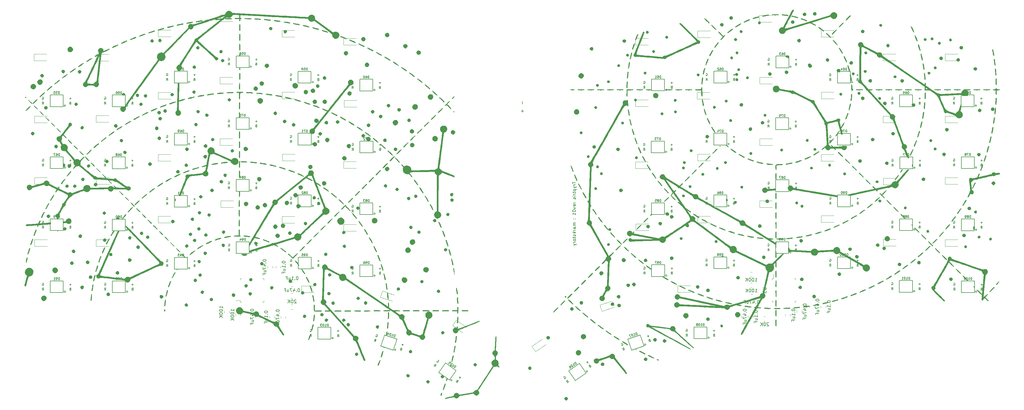
<source format=gbr>
%TF.GenerationSoftware,KiCad,Pcbnew,5.1.10*%
%TF.CreationDate,2021-09-05T22:53:56-04:00*%
%TF.ProjectId,tryptris_pcb,74727970-7472-4697-935f-7063622e6b69,rev?*%
%TF.SameCoordinates,Original*%
%TF.FileFunction,Legend,Bot*%
%TF.FilePolarity,Positive*%
%FSLAX46Y46*%
G04 Gerber Fmt 4.6, Leading zero omitted, Abs format (unit mm)*
G04 Created by KiCad (PCBNEW 5.1.10) date 2021-09-05 22:53:56*
%MOMM*%
%LPD*%
G01*
G04 APERTURE LIST*
%ADD10C,0.150000*%
%ADD11C,0.010000*%
%ADD12C,0.120000*%
G04 APERTURE END LIST*
D10*
X194452380Y-79914285D02*
X194452380Y-80485714D01*
X195452380Y-80200000D02*
X194452380Y-80200000D01*
X195452380Y-80819047D02*
X194785714Y-80819047D01*
X194976190Y-80819047D02*
X194880952Y-80866666D01*
X194833333Y-80914285D01*
X194785714Y-81009523D01*
X194785714Y-81104761D01*
X194785714Y-81342857D02*
X195452380Y-81580952D01*
X194785714Y-81819047D02*
X195452380Y-81580952D01*
X195690476Y-81485714D01*
X195738095Y-81438095D01*
X195785714Y-81342857D01*
X194785714Y-82200000D02*
X195785714Y-82200000D01*
X194833333Y-82200000D02*
X194785714Y-82295238D01*
X194785714Y-82485714D01*
X194833333Y-82580952D01*
X194880952Y-82628571D01*
X194976190Y-82676190D01*
X195261904Y-82676190D01*
X195357142Y-82628571D01*
X195404761Y-82580952D01*
X195452380Y-82485714D01*
X195452380Y-82295238D01*
X195404761Y-82200000D01*
X194785714Y-82961904D02*
X194785714Y-83342857D01*
X194452380Y-83104761D02*
X195309523Y-83104761D01*
X195404761Y-83152380D01*
X195452380Y-83247619D01*
X195452380Y-83342857D01*
X195452380Y-83676190D02*
X194785714Y-83676190D01*
X194976190Y-83676190D02*
X194880952Y-83723809D01*
X194833333Y-83771428D01*
X194785714Y-83866666D01*
X194785714Y-83961904D01*
X195452380Y-84295238D02*
X194785714Y-84295238D01*
X194452380Y-84295238D02*
X194500000Y-84247619D01*
X194547619Y-84295238D01*
X194500000Y-84342857D01*
X194452380Y-84295238D01*
X194547619Y-84295238D01*
X195404761Y-84723809D02*
X195452380Y-84819047D01*
X195452380Y-85009523D01*
X195404761Y-85104761D01*
X195309523Y-85152380D01*
X195261904Y-85152380D01*
X195166666Y-85104761D01*
X195119047Y-85009523D01*
X195119047Y-84866666D01*
X195071428Y-84771428D01*
X194976190Y-84723809D01*
X194928571Y-84723809D01*
X194833333Y-84771428D01*
X194785714Y-84866666D01*
X194785714Y-85009523D01*
X194833333Y-85104761D01*
X195452380Y-86342857D02*
X194785714Y-86342857D01*
X194976190Y-86342857D02*
X194880952Y-86390476D01*
X194833333Y-86438095D01*
X194785714Y-86533333D01*
X194785714Y-86628571D01*
X195404761Y-87342857D02*
X195452380Y-87247619D01*
X195452380Y-87057142D01*
X195404761Y-86961904D01*
X195309523Y-86914285D01*
X194928571Y-86914285D01*
X194833333Y-86961904D01*
X194785714Y-87057142D01*
X194785714Y-87247619D01*
X194833333Y-87342857D01*
X194928571Y-87390476D01*
X195023809Y-87390476D01*
X195119047Y-86914285D01*
X194785714Y-87723809D02*
X195452380Y-87961904D01*
X194785714Y-88200000D01*
X194452380Y-88771428D02*
X194452380Y-88866666D01*
X194500000Y-88961904D01*
X194547619Y-89009523D01*
X194642857Y-89057142D01*
X194833333Y-89104761D01*
X195071428Y-89104761D01*
X195261904Y-89057142D01*
X195357142Y-89009523D01*
X195404761Y-88961904D01*
X195452380Y-88866666D01*
X195452380Y-88771428D01*
X195404761Y-88676190D01*
X195357142Y-88628571D01*
X195261904Y-88580952D01*
X195071428Y-88533333D01*
X194833333Y-88533333D01*
X194642857Y-88580952D01*
X194547619Y-88628571D01*
X194500000Y-88676190D01*
X194452380Y-88771428D01*
X195452380Y-90057142D02*
X195452380Y-89485714D01*
X195452380Y-89771428D02*
X194452380Y-89771428D01*
X194595238Y-89676190D01*
X194690476Y-89580952D01*
X194738095Y-89485714D01*
X195357142Y-91247619D02*
X195404761Y-91295238D01*
X195452380Y-91247619D01*
X195404761Y-91200000D01*
X195357142Y-91247619D01*
X195452380Y-91247619D01*
X194833333Y-91247619D02*
X194880952Y-91295238D01*
X194928571Y-91247619D01*
X194880952Y-91200000D01*
X194833333Y-91247619D01*
X194928571Y-91247619D01*
X195452380Y-92485714D02*
X194785714Y-92485714D01*
X194880952Y-92485714D02*
X194833333Y-92533333D01*
X194785714Y-92628571D01*
X194785714Y-92771428D01*
X194833333Y-92866666D01*
X194928571Y-92914285D01*
X195452380Y-92914285D01*
X194928571Y-92914285D02*
X194833333Y-92961904D01*
X194785714Y-93057142D01*
X194785714Y-93200000D01*
X194833333Y-93295238D01*
X194928571Y-93342857D01*
X195452380Y-93342857D01*
X195452380Y-94247619D02*
X194928571Y-94247619D01*
X194833333Y-94200000D01*
X194785714Y-94104761D01*
X194785714Y-93914285D01*
X194833333Y-93819047D01*
X195404761Y-94247619D02*
X195452380Y-94152380D01*
X195452380Y-93914285D01*
X195404761Y-93819047D01*
X195309523Y-93771428D01*
X195214285Y-93771428D01*
X195119047Y-93819047D01*
X195071428Y-93914285D01*
X195071428Y-94152380D01*
X195023809Y-94247619D01*
X195452380Y-94723809D02*
X194785714Y-94723809D01*
X194976190Y-94723809D02*
X194880952Y-94771428D01*
X194833333Y-94819047D01*
X194785714Y-94914285D01*
X194785714Y-95009523D01*
X195452380Y-95342857D02*
X194452380Y-95342857D01*
X195071428Y-95438095D02*
X195452380Y-95723809D01*
X194785714Y-95723809D02*
X195166666Y-95342857D01*
X195404761Y-96104761D02*
X195452380Y-96200000D01*
X195452380Y-96390476D01*
X195404761Y-96485714D01*
X195309523Y-96533333D01*
X195261904Y-96533333D01*
X195166666Y-96485714D01*
X195119047Y-96390476D01*
X195119047Y-96247619D01*
X195071428Y-96152380D01*
X194976190Y-96104761D01*
X194928571Y-96104761D01*
X194833333Y-96152380D01*
X194785714Y-96247619D01*
X194785714Y-96390476D01*
X194833333Y-96485714D01*
X194785714Y-96819047D02*
X194785714Y-97200000D01*
X194452380Y-96961904D02*
X195309523Y-96961904D01*
X195404761Y-97009523D01*
X195452380Y-97104761D01*
X195452380Y-97200000D01*
X195452380Y-97676190D02*
X195404761Y-97580952D01*
X195357142Y-97533333D01*
X195261904Y-97485714D01*
X194976190Y-97485714D01*
X194880952Y-97533333D01*
X194833333Y-97580952D01*
X194785714Y-97676190D01*
X194785714Y-97819047D01*
X194833333Y-97914285D01*
X194880952Y-97961904D01*
X194976190Y-98009523D01*
X195261904Y-98009523D01*
X195357142Y-97961904D01*
X195404761Y-97914285D01*
X195452380Y-97819047D01*
X195452380Y-97676190D01*
X195452380Y-98438095D02*
X194785714Y-98438095D01*
X194976190Y-98438095D02*
X194880952Y-98485714D01*
X194833333Y-98533333D01*
X194785714Y-98628571D01*
X194785714Y-98723809D01*
X194785714Y-98961904D02*
X195452380Y-99200000D01*
X194785714Y-99438095D02*
X195452380Y-99200000D01*
X195690476Y-99104761D01*
X195738095Y-99057142D01*
X195785714Y-98961904D01*
D11*
%TO.C,G\u002A\u002A\u002A*%
G36*
X192334281Y-145968719D02*
G01*
X192117038Y-146088316D01*
X191983825Y-146298902D01*
X191964000Y-146436166D01*
X192034621Y-146656037D01*
X192206421Y-146849126D01*
X192419309Y-146953626D01*
X192472000Y-146958666D01*
X192656314Y-146901203D01*
X192810667Y-146789333D01*
X192954782Y-146548657D01*
X192956341Y-146292193D01*
X192825167Y-146082788D01*
X192586631Y-145960185D01*
X192334281Y-145968719D01*
G37*
X192334281Y-145968719D02*
X192117038Y-146088316D01*
X191983825Y-146298902D01*
X191964000Y-146436166D01*
X192034621Y-146656037D01*
X192206421Y-146849126D01*
X192419309Y-146953626D01*
X192472000Y-146958666D01*
X192656314Y-146901203D01*
X192810667Y-146789333D01*
X192954782Y-146548657D01*
X192956341Y-146292193D01*
X192825167Y-146082788D01*
X192586631Y-145960185D01*
X192334281Y-145968719D01*
G36*
X206187663Y-132820508D02*
G01*
X205976334Y-133018887D01*
X205874696Y-133122768D01*
X205751274Y-133215373D01*
X205582184Y-133306903D01*
X205343542Y-133407555D01*
X205011464Y-133527529D01*
X204562067Y-133677023D01*
X204051568Y-133840782D01*
X203489892Y-134018399D01*
X203066846Y-134148357D01*
X202760050Y-134235434D01*
X202547124Y-134284406D01*
X202405687Y-134300050D01*
X202313359Y-134287143D01*
X202247760Y-134250461D01*
X202224568Y-134230723D01*
X201976149Y-134109417D01*
X201667196Y-134099375D01*
X201361332Y-134196713D01*
X201220479Y-134292014D01*
X201057033Y-134475276D01*
X200991713Y-134694968D01*
X200984849Y-134851333D01*
X201056629Y-135201596D01*
X201259251Y-135454908D01*
X201573637Y-135593045D01*
X201782529Y-135613333D01*
X202041666Y-135579848D01*
X202238145Y-135451172D01*
X202328141Y-135352837D01*
X202469431Y-135149849D01*
X202543918Y-134974423D01*
X202547334Y-134944342D01*
X202578477Y-134882378D01*
X202683758Y-134809719D01*
X202880954Y-134719068D01*
X203187842Y-134603123D01*
X203622198Y-134454586D01*
X204188677Y-134270361D01*
X205830020Y-133744378D01*
X206098070Y-134012428D01*
X206288079Y-134180503D01*
X206454901Y-134245677D01*
X206681410Y-134237056D01*
X206722310Y-134231657D01*
X207078500Y-134182836D01*
X208934735Y-136506751D01*
X209369518Y-137047592D01*
X209773815Y-137543844D01*
X210134952Y-137980457D01*
X210440252Y-138342382D01*
X210677041Y-138614571D01*
X210832643Y-138781974D01*
X210892118Y-138830666D01*
X211029045Y-138771741D01*
X211089362Y-138714878D01*
X211095333Y-138657934D01*
X211050039Y-138549096D01*
X210945261Y-138377023D01*
X210772779Y-138130371D01*
X210524375Y-137797798D01*
X210191828Y-137367962D01*
X209766921Y-136829520D01*
X209289871Y-136231609D01*
X208791401Y-135608318D01*
X208388962Y-135102159D01*
X208072365Y-134698394D01*
X207831420Y-134382279D01*
X207655937Y-134139074D01*
X207535726Y-133954039D01*
X207460598Y-133812431D01*
X207420363Y-133699511D01*
X207404831Y-133600535D01*
X207403753Y-133503026D01*
X207389103Y-133249655D01*
X207303622Y-133066808D01*
X207127655Y-132886770D01*
X206816200Y-132696782D01*
X206500550Y-132674961D01*
X206187663Y-132820508D01*
G37*
X206187663Y-132820508D02*
X205976334Y-133018887D01*
X205874696Y-133122768D01*
X205751274Y-133215373D01*
X205582184Y-133306903D01*
X205343542Y-133407555D01*
X205011464Y-133527529D01*
X204562067Y-133677023D01*
X204051568Y-133840782D01*
X203489892Y-134018399D01*
X203066846Y-134148357D01*
X202760050Y-134235434D01*
X202547124Y-134284406D01*
X202405687Y-134300050D01*
X202313359Y-134287143D01*
X202247760Y-134250461D01*
X202224568Y-134230723D01*
X201976149Y-134109417D01*
X201667196Y-134099375D01*
X201361332Y-134196713D01*
X201220479Y-134292014D01*
X201057033Y-134475276D01*
X200991713Y-134694968D01*
X200984849Y-134851333D01*
X201056629Y-135201596D01*
X201259251Y-135454908D01*
X201573637Y-135593045D01*
X201782529Y-135613333D01*
X202041666Y-135579848D01*
X202238145Y-135451172D01*
X202328141Y-135352837D01*
X202469431Y-135149849D01*
X202543918Y-134974423D01*
X202547334Y-134944342D01*
X202578477Y-134882378D01*
X202683758Y-134809719D01*
X202880954Y-134719068D01*
X203187842Y-134603123D01*
X203622198Y-134454586D01*
X204188677Y-134270361D01*
X205830020Y-133744378D01*
X206098070Y-134012428D01*
X206288079Y-134180503D01*
X206454901Y-134245677D01*
X206681410Y-134237056D01*
X206722310Y-134231657D01*
X207078500Y-134182836D01*
X208934735Y-136506751D01*
X209369518Y-137047592D01*
X209773815Y-137543844D01*
X210134952Y-137980457D01*
X210440252Y-138342382D01*
X210677041Y-138614571D01*
X210832643Y-138781974D01*
X210892118Y-138830666D01*
X211029045Y-138771741D01*
X211089362Y-138714878D01*
X211095333Y-138657934D01*
X211050039Y-138549096D01*
X210945261Y-138377023D01*
X210772779Y-138130371D01*
X210524375Y-137797798D01*
X210191828Y-137367962D01*
X209766921Y-136829520D01*
X209289871Y-136231609D01*
X208791401Y-135608318D01*
X208388962Y-135102159D01*
X208072365Y-134698394D01*
X207831420Y-134382279D01*
X207655937Y-134139074D01*
X207535726Y-133954039D01*
X207460598Y-133812431D01*
X207420363Y-133699511D01*
X207404831Y-133600535D01*
X207403753Y-133503026D01*
X207389103Y-133249655D01*
X207303622Y-133066808D01*
X207127655Y-132886770D01*
X206816200Y-132696782D01*
X206500550Y-132674961D01*
X206187663Y-132820508D01*
G36*
X181231225Y-136574199D02*
G01*
X181067047Y-136682377D01*
X180856663Y-136894174D01*
X180807627Y-137110438D01*
X180909942Y-137353162D01*
X181090712Y-137502351D01*
X181336814Y-137564781D01*
X181577510Y-137532892D01*
X181714744Y-137439197D01*
X181799599Y-137219274D01*
X181771939Y-136959060D01*
X181647617Y-136728701D01*
X181532714Y-136633713D01*
X181363385Y-136556905D01*
X181231225Y-136574199D01*
G37*
X181231225Y-136574199D02*
X181067047Y-136682377D01*
X180856663Y-136894174D01*
X180807627Y-137110438D01*
X180909942Y-137353162D01*
X181090712Y-137502351D01*
X181336814Y-137564781D01*
X181577510Y-137532892D01*
X181714744Y-137439197D01*
X181799599Y-137219274D01*
X181771939Y-136959060D01*
X181647617Y-136728701D01*
X181532714Y-136633713D01*
X181363385Y-136556905D01*
X181231225Y-136574199D01*
G36*
X203342702Y-135484421D02*
G01*
X203183813Y-135678102D01*
X203140270Y-135931603D01*
X203218492Y-136175098D01*
X203273048Y-136242285D01*
X203492011Y-136355480D01*
X203756129Y-136357544D01*
X203984885Y-136250840D01*
X204015878Y-136220499D01*
X204142408Y-135984542D01*
X204132204Y-135751223D01*
X204015174Y-135553244D01*
X203821228Y-135423309D01*
X203580274Y-135394122D01*
X203342702Y-135484421D01*
G37*
X203342702Y-135484421D02*
X203183813Y-135678102D01*
X203140270Y-135931603D01*
X203218492Y-136175098D01*
X203273048Y-136242285D01*
X203492011Y-136355480D01*
X203756129Y-136357544D01*
X203984885Y-136250840D01*
X204015878Y-136220499D01*
X204142408Y-135984542D01*
X204132204Y-135751223D01*
X204015174Y-135553244D01*
X203821228Y-135423309D01*
X203580274Y-135394122D01*
X203342702Y-135484421D01*
G36*
X216689599Y-133900856D02*
G01*
X216512390Y-134056192D01*
X216380718Y-134239492D01*
X216348000Y-134351118D01*
X216420434Y-134591925D01*
X216602963Y-134763535D01*
X216843433Y-134844259D01*
X217089687Y-134812409D01*
X217230953Y-134718285D01*
X217351068Y-134496146D01*
X217342551Y-134246902D01*
X217227170Y-134021260D01*
X217026691Y-133869925D01*
X216851920Y-133835333D01*
X216689599Y-133900856D01*
G37*
X216689599Y-133900856D02*
X216512390Y-134056192D01*
X216380718Y-134239492D01*
X216348000Y-134351118D01*
X216420434Y-134591925D01*
X216602963Y-134763535D01*
X216843433Y-134844259D01*
X217089687Y-134812409D01*
X217230953Y-134718285D01*
X217351068Y-134496146D01*
X217342551Y-134246902D01*
X217227170Y-134021260D01*
X217026691Y-133869925D01*
X216851920Y-133835333D01*
X216689599Y-133900856D01*
G36*
X220329286Y-134425162D02*
G01*
X220327334Y-134460458D01*
X220400186Y-134579975D01*
X220578010Y-134649501D01*
X220799709Y-134652128D01*
X220910851Y-134621921D01*
X220934086Y-134564258D01*
X220795332Y-134477784D01*
X220752963Y-134459272D01*
X220505609Y-134366767D01*
X220375025Y-134355367D01*
X220329286Y-134425162D01*
G37*
X220329286Y-134425162D02*
X220327334Y-134460458D01*
X220400186Y-134579975D01*
X220578010Y-134649501D01*
X220799709Y-134652128D01*
X220910851Y-134621921D01*
X220934086Y-134564258D01*
X220795332Y-134477784D01*
X220752963Y-134459272D01*
X220505609Y-134366767D01*
X220375025Y-134355367D01*
X220329286Y-134425162D01*
G36*
X217621961Y-133141491D02*
G01*
X217618000Y-133187559D01*
X217690235Y-133267822D01*
X217885893Y-133397133D01*
X218173408Y-133556337D01*
X218455155Y-133695559D01*
X218840363Y-133876218D01*
X219099957Y-133993779D01*
X219261708Y-134056879D01*
X219353389Y-134074160D01*
X219402772Y-134054259D01*
X219437628Y-134005817D01*
X219440025Y-134001930D01*
X219385323Y-133943079D01*
X219212530Y-133830971D01*
X218956953Y-133684069D01*
X218653896Y-133520837D01*
X218338664Y-133359737D01*
X218046562Y-133219233D01*
X217812895Y-133117787D01*
X217672968Y-133073862D01*
X217664356Y-133073333D01*
X217621961Y-133141491D01*
G37*
X217621961Y-133141491D02*
X217618000Y-133187559D01*
X217690235Y-133267822D01*
X217885893Y-133397133D01*
X218173408Y-133556337D01*
X218455155Y-133695559D01*
X218840363Y-133876218D01*
X219099957Y-133993779D01*
X219261708Y-134056879D01*
X219353389Y-134074160D01*
X219402772Y-134054259D01*
X219437628Y-134005817D01*
X219440025Y-134001930D01*
X219385323Y-133943079D01*
X219212530Y-133830971D01*
X218956953Y-133684069D01*
X218653896Y-133520837D01*
X218338664Y-133359737D01*
X218046562Y-133219233D01*
X217812895Y-133117787D01*
X217672968Y-133073862D01*
X217664356Y-133073333D01*
X217621961Y-133141491D01*
G36*
X196061304Y-131593303D02*
G01*
X195785636Y-131720720D01*
X195568972Y-131952288D01*
X195467002Y-132196682D01*
X195471285Y-132489119D01*
X195597631Y-132781090D01*
X195813215Y-133003695D01*
X195866388Y-133034992D01*
X196171027Y-133142720D01*
X196450458Y-133112294D01*
X196630145Y-133031030D01*
X196863465Y-132815891D01*
X196998075Y-132509302D01*
X197007991Y-132172734D01*
X197003122Y-132148623D01*
X196866885Y-131847695D01*
X196639474Y-131655616D01*
X196358432Y-131571210D01*
X196061304Y-131593303D01*
G37*
X196061304Y-131593303D02*
X195785636Y-131720720D01*
X195568972Y-131952288D01*
X195467002Y-132196682D01*
X195471285Y-132489119D01*
X195597631Y-132781090D01*
X195813215Y-133003695D01*
X195866388Y-133034992D01*
X196171027Y-133142720D01*
X196450458Y-133112294D01*
X196630145Y-133031030D01*
X196863465Y-132815891D01*
X196998075Y-132509302D01*
X197007991Y-132172734D01*
X197003122Y-132148623D01*
X196866885Y-131847695D01*
X196639474Y-131655616D01*
X196358432Y-131571210D01*
X196061304Y-131593303D01*
G36*
X214936379Y-131815257D02*
G01*
X214908827Y-131891745D01*
X214908667Y-131901339D01*
X214978398Y-131957483D01*
X215163148Y-132069391D01*
X215426254Y-132217555D01*
X215731053Y-132382462D01*
X216040882Y-132544604D01*
X216319079Y-132684469D01*
X216528980Y-132782549D01*
X216633737Y-132819333D01*
X216690508Y-132753879D01*
X216711491Y-132707432D01*
X216657021Y-132613367D01*
X216443289Y-132463217D01*
X216070712Y-132257255D01*
X215882969Y-132162124D01*
X215478031Y-131966019D01*
X215199564Y-131846661D01*
X215026152Y-131798318D01*
X214936379Y-131815257D01*
G37*
X214936379Y-131815257D02*
X214908827Y-131891745D01*
X214908667Y-131901339D01*
X214978398Y-131957483D01*
X215163148Y-132069391D01*
X215426254Y-132217555D01*
X215731053Y-132382462D01*
X216040882Y-132544604D01*
X216319079Y-132684469D01*
X216528980Y-132782549D01*
X216633737Y-132819333D01*
X216690508Y-132753879D01*
X216711491Y-132707432D01*
X216657021Y-132613367D01*
X216443289Y-132463217D01*
X216070712Y-132257255D01*
X215882969Y-132162124D01*
X215478031Y-131966019D01*
X215199564Y-131846661D01*
X215026152Y-131798318D01*
X214936379Y-131815257D01*
G36*
X213843553Y-131335157D02*
G01*
X213850334Y-131380000D01*
X213922754Y-131460682D01*
X213935000Y-131464666D01*
X214002314Y-131405615D01*
X214019667Y-131380000D01*
X213999562Y-131308270D01*
X213935000Y-131295333D01*
X213843553Y-131335157D01*
G37*
X213843553Y-131335157D02*
X213850334Y-131380000D01*
X213922754Y-131460682D01*
X213935000Y-131464666D01*
X214002314Y-131405615D01*
X214019667Y-131380000D01*
X213999562Y-131308270D01*
X213935000Y-131295333D01*
X213843553Y-131335157D01*
G36*
X217378073Y-123579355D02*
G01*
X217195098Y-123759128D01*
X217094608Y-123984876D01*
X217088834Y-124047842D01*
X217133707Y-124303688D01*
X217280229Y-124457736D01*
X217546260Y-124520190D01*
X217893167Y-124507514D01*
X217982015Y-124545479D01*
X218208302Y-124658828D01*
X218560932Y-124841632D01*
X219028808Y-125087966D01*
X219600836Y-125391902D01*
X220265919Y-125747514D01*
X221012961Y-126148875D01*
X221830866Y-126590058D01*
X222708539Y-127065136D01*
X223634883Y-127568184D01*
X224236911Y-127895944D01*
X225187875Y-128413600D01*
X226096821Y-128907261D01*
X226952683Y-129370983D01*
X227744396Y-129798822D01*
X228460895Y-130184835D01*
X229091113Y-130523078D01*
X229623984Y-130807607D01*
X230048443Y-131032479D01*
X230353424Y-131191750D01*
X230527862Y-131279476D01*
X230565745Y-131295333D01*
X230648946Y-131228817D01*
X230654792Y-131189500D01*
X230581858Y-131133688D01*
X230370971Y-131003495D01*
X230033122Y-130805092D01*
X229579303Y-130544655D01*
X229020503Y-130228357D01*
X228367714Y-129862373D01*
X227631928Y-129452877D01*
X226824135Y-129006042D01*
X225955327Y-128528043D01*
X225036494Y-128025053D01*
X224519659Y-127743188D01*
X223579545Y-127230612D01*
X222684085Y-126741328D01*
X221844182Y-126281354D01*
X221070735Y-125856709D01*
X220374646Y-125473413D01*
X219766816Y-125137485D01*
X219258146Y-124854945D01*
X218859538Y-124631811D01*
X218581892Y-124474102D01*
X218436110Y-124387839D01*
X218416106Y-124373005D01*
X218504036Y-124375971D01*
X218740837Y-124397664D01*
X219107335Y-124435966D01*
X219584355Y-124488759D01*
X220152722Y-124553926D01*
X220793263Y-124629350D01*
X221415589Y-124704248D01*
X222199707Y-124799747D01*
X222832551Y-124878012D01*
X223330943Y-124942223D01*
X223711708Y-124995562D01*
X223991668Y-125041209D01*
X224187647Y-125082345D01*
X224316470Y-125122150D01*
X224394958Y-125163807D01*
X224439936Y-125210494D01*
X224468227Y-125265394D01*
X224475494Y-125282777D01*
X224665245Y-125547159D01*
X224968529Y-125690772D01*
X225298590Y-125720794D01*
X225386663Y-125720776D01*
X225470956Y-125730952D01*
X225563469Y-125761006D01*
X225676206Y-125820622D01*
X225821167Y-125919487D01*
X226010356Y-126067286D01*
X226255772Y-126273702D01*
X226569419Y-126548421D01*
X226963298Y-126901129D01*
X227449411Y-127341509D01*
X228039760Y-127879248D01*
X228547271Y-128342344D01*
X229270467Y-129000229D01*
X229878640Y-129548514D01*
X230379769Y-129993980D01*
X230781827Y-130343413D01*
X231092791Y-130603595D01*
X231320636Y-130781311D01*
X231473338Y-130883344D01*
X231558873Y-130916478D01*
X231571394Y-130914529D01*
X231634605Y-130864051D01*
X231601285Y-130777600D01*
X231455708Y-130626694D01*
X231368644Y-130547387D01*
X231231116Y-130423232D01*
X230983846Y-130199046D01*
X230642257Y-129888849D01*
X230221773Y-129506663D01*
X229737817Y-129066506D01*
X229205812Y-128582400D01*
X228641180Y-128068364D01*
X228425661Y-127872095D01*
X227777694Y-127280683D01*
X227245573Y-126791606D01*
X226818856Y-126394393D01*
X226487100Y-126078577D01*
X226239860Y-125833687D01*
X226066694Y-125649256D01*
X225957157Y-125514814D01*
X225900807Y-125419891D01*
X225887201Y-125354021D01*
X225891864Y-125332095D01*
X225956931Y-124954160D01*
X225884420Y-124621298D01*
X225693035Y-124363688D01*
X225401483Y-124211505D01*
X225179776Y-124183333D01*
X224946667Y-124217055D01*
X224741199Y-124341313D01*
X224591813Y-124485714D01*
X224306631Y-124788095D01*
X221282953Y-124422214D01*
X218259274Y-124056333D01*
X217983793Y-123781166D01*
X217793000Y-123615125D01*
X217632978Y-123517177D01*
X217587869Y-123506000D01*
X217378073Y-123579355D01*
G37*
X217378073Y-123579355D02*
X217195098Y-123759128D01*
X217094608Y-123984876D01*
X217088834Y-124047842D01*
X217133707Y-124303688D01*
X217280229Y-124457736D01*
X217546260Y-124520190D01*
X217893167Y-124507514D01*
X217982015Y-124545479D01*
X218208302Y-124658828D01*
X218560932Y-124841632D01*
X219028808Y-125087966D01*
X219600836Y-125391902D01*
X220265919Y-125747514D01*
X221012961Y-126148875D01*
X221830866Y-126590058D01*
X222708539Y-127065136D01*
X223634883Y-127568184D01*
X224236911Y-127895944D01*
X225187875Y-128413600D01*
X226096821Y-128907261D01*
X226952683Y-129370983D01*
X227744396Y-129798822D01*
X228460895Y-130184835D01*
X229091113Y-130523078D01*
X229623984Y-130807607D01*
X230048443Y-131032479D01*
X230353424Y-131191750D01*
X230527862Y-131279476D01*
X230565745Y-131295333D01*
X230648946Y-131228817D01*
X230654792Y-131189500D01*
X230581858Y-131133688D01*
X230370971Y-131003495D01*
X230033122Y-130805092D01*
X229579303Y-130544655D01*
X229020503Y-130228357D01*
X228367714Y-129862373D01*
X227631928Y-129452877D01*
X226824135Y-129006042D01*
X225955327Y-128528043D01*
X225036494Y-128025053D01*
X224519659Y-127743188D01*
X223579545Y-127230612D01*
X222684085Y-126741328D01*
X221844182Y-126281354D01*
X221070735Y-125856709D01*
X220374646Y-125473413D01*
X219766816Y-125137485D01*
X219258146Y-124854945D01*
X218859538Y-124631811D01*
X218581892Y-124474102D01*
X218436110Y-124387839D01*
X218416106Y-124373005D01*
X218504036Y-124375971D01*
X218740837Y-124397664D01*
X219107335Y-124435966D01*
X219584355Y-124488759D01*
X220152722Y-124553926D01*
X220793263Y-124629350D01*
X221415589Y-124704248D01*
X222199707Y-124799747D01*
X222832551Y-124878012D01*
X223330943Y-124942223D01*
X223711708Y-124995562D01*
X223991668Y-125041209D01*
X224187647Y-125082345D01*
X224316470Y-125122150D01*
X224394958Y-125163807D01*
X224439936Y-125210494D01*
X224468227Y-125265394D01*
X224475494Y-125282777D01*
X224665245Y-125547159D01*
X224968529Y-125690772D01*
X225298590Y-125720794D01*
X225386663Y-125720776D01*
X225470956Y-125730952D01*
X225563469Y-125761006D01*
X225676206Y-125820622D01*
X225821167Y-125919487D01*
X226010356Y-126067286D01*
X226255772Y-126273702D01*
X226569419Y-126548421D01*
X226963298Y-126901129D01*
X227449411Y-127341509D01*
X228039760Y-127879248D01*
X228547271Y-128342344D01*
X229270467Y-129000229D01*
X229878640Y-129548514D01*
X230379769Y-129993980D01*
X230781827Y-130343413D01*
X231092791Y-130603595D01*
X231320636Y-130781311D01*
X231473338Y-130883344D01*
X231558873Y-130916478D01*
X231571394Y-130914529D01*
X231634605Y-130864051D01*
X231601285Y-130777600D01*
X231455708Y-130626694D01*
X231368644Y-130547387D01*
X231231116Y-130423232D01*
X230983846Y-130199046D01*
X230642257Y-129888849D01*
X230221773Y-129506663D01*
X229737817Y-129066506D01*
X229205812Y-128582400D01*
X228641180Y-128068364D01*
X228425661Y-127872095D01*
X227777694Y-127280683D01*
X227245573Y-126791606D01*
X226818856Y-126394393D01*
X226487100Y-126078577D01*
X226239860Y-125833687D01*
X226066694Y-125649256D01*
X225957157Y-125514814D01*
X225900807Y-125419891D01*
X225887201Y-125354021D01*
X225891864Y-125332095D01*
X225956931Y-124954160D01*
X225884420Y-124621298D01*
X225693035Y-124363688D01*
X225401483Y-124211505D01*
X225179776Y-124183333D01*
X224946667Y-124217055D01*
X224741199Y-124341313D01*
X224591813Y-124485714D01*
X224306631Y-124788095D01*
X221282953Y-124422214D01*
X218259274Y-124056333D01*
X217983793Y-123781166D01*
X217793000Y-123615125D01*
X217632978Y-123517177D01*
X217587869Y-123506000D01*
X217378073Y-123579355D01*
G36*
X209660602Y-128877040D02*
G01*
X209717592Y-128980830D01*
X209903855Y-129140373D01*
X210208812Y-129344674D01*
X210257881Y-129374710D01*
X210566930Y-129562107D01*
X210855969Y-129737414D01*
X211062939Y-129862991D01*
X211064512Y-129863946D01*
X211250026Y-129954644D01*
X211371123Y-129974141D01*
X211382012Y-129967766D01*
X211437152Y-129857377D01*
X211437334Y-129852320D01*
X211369055Y-129785936D01*
X211188091Y-129659569D01*
X210930250Y-129494617D01*
X210631341Y-129312482D01*
X210327171Y-129134563D01*
X210053549Y-128982262D01*
X209846283Y-128876978D01*
X209743464Y-128840000D01*
X209660602Y-128877040D01*
G37*
X209660602Y-128877040D02*
X209717592Y-128980830D01*
X209903855Y-129140373D01*
X210208812Y-129344674D01*
X210257881Y-129374710D01*
X210566930Y-129562107D01*
X210855969Y-129737414D01*
X211062939Y-129862991D01*
X211064512Y-129863946D01*
X211250026Y-129954644D01*
X211371123Y-129974141D01*
X211382012Y-129967766D01*
X211437152Y-129857377D01*
X211437334Y-129852320D01*
X211369055Y-129785936D01*
X211188091Y-129659569D01*
X210930250Y-129494617D01*
X210631341Y-129312482D01*
X210327171Y-129134563D01*
X210053549Y-128982262D01*
X209846283Y-128876978D01*
X209743464Y-128840000D01*
X209660602Y-128877040D01*
G36*
X222329307Y-128322178D02*
G01*
X222317261Y-128331783D01*
X222207476Y-128519704D01*
X222193331Y-128769578D01*
X222269209Y-129007633D01*
X222378173Y-129131532D01*
X222598184Y-129245600D01*
X222783965Y-129224611D01*
X222992042Y-129061632D01*
X222998182Y-129055515D01*
X223166971Y-128837986D01*
X223186070Y-128643446D01*
X223059562Y-128423974D01*
X223052718Y-128415463D01*
X222836461Y-128265125D01*
X222570502Y-128231206D01*
X222329307Y-128322178D01*
G37*
X222329307Y-128322178D02*
X222317261Y-128331783D01*
X222207476Y-128519704D01*
X222193331Y-128769578D01*
X222269209Y-129007633D01*
X222378173Y-129131532D01*
X222598184Y-129245600D01*
X222783965Y-129224611D01*
X222992042Y-129061632D01*
X222998182Y-129055515D01*
X223166971Y-128837986D01*
X223186070Y-128643446D01*
X223059562Y-128423974D01*
X223052718Y-128415463D01*
X222836461Y-128265125D01*
X222570502Y-128231206D01*
X222329307Y-128322178D01*
G36*
X219588476Y-127899178D02*
G01*
X219538624Y-127921329D01*
X219304155Y-128115251D01*
X219223760Y-128349234D01*
X219300825Y-128591713D01*
X219449752Y-128749188D01*
X219620542Y-128874635D01*
X219741050Y-128909049D01*
X219893624Y-128866674D01*
X219964967Y-128838298D01*
X220139262Y-128685825D01*
X220224961Y-128439915D01*
X220200734Y-128163927D01*
X220062431Y-127975422D01*
X219835961Y-127878970D01*
X219588476Y-127899178D01*
G37*
X219588476Y-127899178D02*
X219538624Y-127921329D01*
X219304155Y-128115251D01*
X219223760Y-128349234D01*
X219300825Y-128591713D01*
X219449752Y-128749188D01*
X219620542Y-128874635D01*
X219741050Y-128909049D01*
X219893624Y-128866674D01*
X219964967Y-128838298D01*
X220139262Y-128685825D01*
X220224961Y-128439915D01*
X220200734Y-128163927D01*
X220062431Y-127975422D01*
X219835961Y-127878970D01*
X219588476Y-127899178D01*
G36*
X207176211Y-127309923D02*
G01*
X207132728Y-127351636D01*
X207117300Y-127388048D01*
X207151084Y-127437433D01*
X207255239Y-127518066D01*
X207450924Y-127648222D01*
X207759296Y-127846177D01*
X207905450Y-127939788D01*
X208269671Y-128170094D01*
X208519068Y-128316666D01*
X208679243Y-128390399D01*
X208775799Y-128402185D01*
X208834338Y-128362917D01*
X208849230Y-128341337D01*
X208807004Y-128261875D01*
X208648872Y-128125626D01*
X208409231Y-127953795D01*
X208122475Y-127767588D01*
X207823002Y-127588209D01*
X207545209Y-127436864D01*
X207323490Y-127334758D01*
X207192244Y-127303097D01*
X207176211Y-127309923D01*
G37*
X207176211Y-127309923D02*
X207132728Y-127351636D01*
X207117300Y-127388048D01*
X207151084Y-127437433D01*
X207255239Y-127518066D01*
X207450924Y-127648222D01*
X207759296Y-127846177D01*
X207905450Y-127939788D01*
X208269671Y-128170094D01*
X208519068Y-128316666D01*
X208679243Y-128390399D01*
X208775799Y-128402185D01*
X208834338Y-128362917D01*
X208849230Y-128341337D01*
X208807004Y-128261875D01*
X208648872Y-128125626D01*
X208409231Y-127953795D01*
X208122475Y-127767588D01*
X207823002Y-127588209D01*
X207545209Y-127436864D01*
X207323490Y-127334758D01*
X207192244Y-127303097D01*
X207176211Y-127309923D01*
G36*
X186708318Y-127302533D02*
G01*
X186538943Y-127482092D01*
X186465565Y-127718944D01*
X186507914Y-127962026D01*
X186615501Y-128107211D01*
X186856512Y-128228913D01*
X187121276Y-128222085D01*
X187336545Y-128092499D01*
X187463031Y-127848070D01*
X187450882Y-127594531D01*
X187321116Y-127379198D01*
X187094756Y-127249386D01*
X186953956Y-127231333D01*
X186708318Y-127302533D01*
G37*
X186708318Y-127302533D02*
X186538943Y-127482092D01*
X186465565Y-127718944D01*
X186507914Y-127962026D01*
X186615501Y-128107211D01*
X186856512Y-128228913D01*
X187121276Y-128222085D01*
X187336545Y-128092499D01*
X187463031Y-127848070D01*
X187450882Y-127594531D01*
X187321116Y-127379198D01*
X187094756Y-127249386D01*
X186953956Y-127231333D01*
X186708318Y-127302533D01*
G36*
X197436532Y-126707236D02*
G01*
X197171358Y-126900795D01*
X197026754Y-127201118D01*
X197005516Y-127400666D01*
X197075309Y-127739434D01*
X197260190Y-127988856D01*
X197523416Y-128134556D01*
X197828241Y-128162158D01*
X198137919Y-128057283D01*
X198320513Y-127915179D01*
X198523036Y-127620330D01*
X198557028Y-127312274D01*
X198422364Y-126995513D01*
X198348808Y-126899162D01*
X198151756Y-126714845D01*
X197931286Y-126644454D01*
X197803195Y-126638666D01*
X197436532Y-126707236D01*
G37*
X197436532Y-126707236D02*
X197171358Y-126900795D01*
X197026754Y-127201118D01*
X197005516Y-127400666D01*
X197075309Y-127739434D01*
X197260190Y-127988856D01*
X197523416Y-128134556D01*
X197828241Y-128162158D01*
X198137919Y-128057283D01*
X198320513Y-127915179D01*
X198523036Y-127620330D01*
X198557028Y-127312274D01*
X198422364Y-126995513D01*
X198348808Y-126899162D01*
X198151756Y-126714845D01*
X197931286Y-126644454D01*
X197803195Y-126638666D01*
X197436532Y-126707236D01*
G36*
X221805335Y-77603752D02*
G01*
X221694796Y-77652383D01*
X221413566Y-77872520D01*
X221269362Y-78146003D01*
X221253846Y-78439326D01*
X221358678Y-78718986D01*
X221575521Y-78951478D01*
X221896036Y-79103298D01*
X222063907Y-79135464D01*
X222469423Y-79183000D01*
X223848268Y-81172666D01*
X225227113Y-83162333D01*
X224920558Y-83478279D01*
X224758462Y-83665512D01*
X224672727Y-83805636D01*
X224671267Y-83851489D01*
X224674020Y-83954156D01*
X224629625Y-84027927D01*
X224607485Y-84102451D01*
X224655347Y-84214700D01*
X224788584Y-84385718D01*
X225022573Y-84636546D01*
X225221230Y-84837613D01*
X225556858Y-85161515D01*
X225794131Y-85362159D01*
X225942527Y-85446850D01*
X226001183Y-85438683D01*
X225998541Y-85350877D01*
X225884239Y-85182557D01*
X225650852Y-84924233D01*
X225406559Y-84678802D01*
X224722494Y-84008362D01*
X225050090Y-83688473D01*
X225377685Y-83368585D01*
X225977748Y-84239125D01*
X226276241Y-84671495D01*
X226604433Y-85145815D01*
X226915667Y-85594699D01*
X227096870Y-85855422D01*
X227313595Y-86183120D01*
X227434403Y-86401460D01*
X227459066Y-86503829D01*
X227387353Y-86483615D01*
X227219037Y-86334204D01*
X227109527Y-86220717D01*
X226934670Y-86078153D01*
X226809599Y-86060489D01*
X226762000Y-86171061D01*
X226822926Y-86253608D01*
X226988456Y-86419387D01*
X227232722Y-86643694D01*
X227505663Y-86881286D01*
X227768713Y-87112279D01*
X228002497Y-87337931D01*
X228228227Y-87583813D01*
X228467117Y-87875492D01*
X228740379Y-88238538D01*
X229069225Y-88698519D01*
X229365321Y-89122821D01*
X229724075Y-89642150D01*
X229996631Y-90044062D01*
X230194607Y-90349363D01*
X230329623Y-90578860D01*
X230413296Y-90753359D01*
X230457243Y-90893668D01*
X230473083Y-91020592D01*
X230473768Y-91107935D01*
X230481042Y-91357923D01*
X230508281Y-91539037D01*
X230522450Y-91574988D01*
X230465241Y-91640036D01*
X230274899Y-91791352D01*
X229960190Y-92022800D01*
X229529880Y-92328244D01*
X228992734Y-92701547D01*
X228357518Y-93136571D01*
X227632995Y-93627180D01*
X226827933Y-94167238D01*
X226654617Y-94282918D01*
X225806984Y-94847651D01*
X225088647Y-95324650D01*
X224488437Y-95720755D01*
X223995186Y-96042802D01*
X223597725Y-96297630D01*
X223284887Y-96492078D01*
X223045502Y-96632984D01*
X222868404Y-96727186D01*
X222742424Y-96781523D01*
X222656394Y-96802832D01*
X222599145Y-96797953D01*
X222571094Y-96783265D01*
X222388329Y-96710220D01*
X222125813Y-96669621D01*
X222038352Y-96666666D01*
X221777576Y-96688857D01*
X221577746Y-96779317D01*
X221368734Y-96963000D01*
X221187090Y-97135051D01*
X221054061Y-97243632D01*
X221017367Y-97262673D01*
X220921705Y-97248454D01*
X220680458Y-97206310D01*
X220313425Y-97139974D01*
X219840406Y-97053176D01*
X219281201Y-96949649D01*
X218655610Y-96833126D01*
X217983432Y-96707337D01*
X217284466Y-96576016D01*
X216578512Y-96442894D01*
X215885371Y-96311703D01*
X215224840Y-96186175D01*
X214616721Y-96070042D01*
X214080812Y-95967037D01*
X213636914Y-95880890D01*
X213304825Y-95815335D01*
X213104346Y-95774103D01*
X213052173Y-95761321D01*
X213081369Y-95689818D01*
X213198288Y-95544974D01*
X213249615Y-95489737D01*
X213390197Y-95300137D01*
X213399474Y-95191114D01*
X213303121Y-95179754D01*
X213126815Y-95283139D01*
X213046052Y-95354284D01*
X212805864Y-95584399D01*
X212667877Y-95317562D01*
X212445550Y-95047211D01*
X212152501Y-94909642D01*
X211830382Y-94910961D01*
X211520847Y-95057277D01*
X211430821Y-95136153D01*
X211225366Y-95439117D01*
X211177432Y-95757739D01*
X211280464Y-96065820D01*
X211527903Y-96337159D01*
X211768094Y-96483853D01*
X212088524Y-96638668D01*
X212677978Y-96165792D01*
X216132867Y-96818396D01*
X219587757Y-97471000D01*
X218031379Y-97523691D01*
X217443349Y-97540835D01*
X216744154Y-97556819D01*
X215991963Y-97570578D01*
X215244943Y-97581051D01*
X214561263Y-97587172D01*
X214557892Y-97587191D01*
X213929527Y-97589362D01*
X213450388Y-97587072D01*
X213100402Y-97579123D01*
X212859494Y-97564316D01*
X212707588Y-97541450D01*
X212624610Y-97509328D01*
X212591562Y-97469729D01*
X212481011Y-97346634D01*
X212317075Y-97255813D01*
X212054665Y-97229219D01*
X211833720Y-97330233D01*
X211686662Y-97519420D01*
X211645911Y-97757344D01*
X211724390Y-97976724D01*
X211936983Y-98185224D01*
X212186493Y-98245197D01*
X212366394Y-98191883D01*
X212497362Y-98166507D01*
X212793489Y-98140800D01*
X213250601Y-98114933D01*
X213864526Y-98089079D01*
X214631088Y-98063409D01*
X215546116Y-98038095D01*
X216605435Y-98013310D01*
X216797472Y-98009205D01*
X221055094Y-97919359D01*
X221360080Y-98224346D01*
X221577009Y-98415847D01*
X221772196Y-98505820D01*
X222024053Y-98529276D01*
X222043116Y-98529333D01*
X222436881Y-98468331D01*
X222638120Y-98358676D01*
X222846284Y-98109143D01*
X222984766Y-97780731D01*
X223018522Y-97457845D01*
X223017145Y-97445813D01*
X223029928Y-97388694D01*
X223088208Y-97309635D01*
X223203476Y-97200217D01*
X223387225Y-97052021D01*
X223650945Y-96856627D01*
X224006129Y-96605616D01*
X224464266Y-96290569D01*
X225036850Y-95903068D01*
X225735370Y-95434692D01*
X226038423Y-95232282D01*
X229082512Y-93200764D01*
X229182841Y-93439377D01*
X229351952Y-93672969D01*
X229582929Y-93783468D01*
X229828905Y-93759872D01*
X230008545Y-93633166D01*
X230134111Y-93382049D01*
X230108609Y-93106537D01*
X229975974Y-92895423D01*
X229803281Y-92711600D01*
X230341710Y-92360800D01*
X230666777Y-92164394D01*
X230918788Y-92056468D01*
X231153654Y-92015771D01*
X231255237Y-92013555D01*
X231326998Y-92017351D01*
X231404414Y-92031684D01*
X231496754Y-92063018D01*
X231613288Y-92117821D01*
X231763288Y-92202557D01*
X231956023Y-92323693D01*
X232200764Y-92487694D01*
X232506781Y-92701026D01*
X232883346Y-92970154D01*
X233339727Y-93301545D01*
X233885197Y-93701664D01*
X234529024Y-94176976D01*
X235280480Y-94733948D01*
X236148835Y-95379044D01*
X237143360Y-96118732D01*
X237176000Y-96143016D01*
X238172865Y-96884802D01*
X239042457Y-97532466D01*
X239793416Y-98092888D01*
X240434381Y-98572948D01*
X240973992Y-98979526D01*
X241420888Y-99319504D01*
X241783710Y-99599761D01*
X242071096Y-99827179D01*
X242291686Y-100008637D01*
X242454119Y-100151016D01*
X242567036Y-100261197D01*
X242639075Y-100346059D01*
X242678876Y-100412484D01*
X242695079Y-100467353D01*
X242696323Y-100517544D01*
X242694556Y-100537970D01*
X242729199Y-100934798D01*
X242896614Y-101270703D01*
X243165033Y-101524040D01*
X243502692Y-101673163D01*
X243877824Y-101696425D01*
X244232651Y-101586048D01*
X244558301Y-101417943D01*
X249120693Y-103635471D01*
X253683085Y-105853000D01*
X253684859Y-106191666D01*
X253756141Y-106568020D01*
X253941960Y-106945826D01*
X254196045Y-107241812D01*
X254234169Y-107280773D01*
X254260329Y-107334217D01*
X254271728Y-107417744D01*
X254265566Y-107546951D01*
X254239044Y-107737439D01*
X254189362Y-108004805D01*
X254113721Y-108364650D01*
X254009323Y-108832571D01*
X253873367Y-109424168D01*
X253703056Y-110155039D01*
X253575564Y-110699549D01*
X252797000Y-114022098D01*
X252521184Y-114114163D01*
X252257411Y-114265459D01*
X252083135Y-114527675D01*
X251997541Y-114818473D01*
X251984675Y-114870751D01*
X251960730Y-114919054D01*
X251913276Y-114967745D01*
X251829885Y-115021185D01*
X251698126Y-115083736D01*
X251505572Y-115159761D01*
X251239793Y-115253620D01*
X250888361Y-115369676D01*
X250438845Y-115512290D01*
X249878818Y-115685825D01*
X249195849Y-115894642D01*
X248377511Y-116143103D01*
X247411374Y-116435570D01*
X247253724Y-116483267D01*
X242560296Y-117903253D01*
X242354397Y-117741293D01*
X242042088Y-117594052D01*
X241698990Y-117587041D01*
X241381515Y-117716044D01*
X241256394Y-117823322D01*
X241028334Y-118067312D01*
X234230502Y-116606435D01*
X233184954Y-116381419D01*
X232187981Y-116166228D01*
X231251868Y-115963549D01*
X230388900Y-115776072D01*
X229611361Y-115606486D01*
X228931538Y-115457481D01*
X228361714Y-115331746D01*
X227914176Y-115231970D01*
X227601207Y-115160841D01*
X227435093Y-115121050D01*
X227410812Y-115113612D01*
X227365269Y-115021050D01*
X227286955Y-114844433D01*
X227121331Y-114630359D01*
X226888811Y-114483464D01*
X226538899Y-114418101D01*
X226219046Y-114506977D01*
X225965164Y-114735099D01*
X225868817Y-114909286D01*
X225801919Y-115246424D01*
X225872263Y-115544158D01*
X226048582Y-115779811D01*
X226299615Y-115930709D01*
X226594096Y-115974175D01*
X226900761Y-115887535D01*
X227063663Y-115775892D01*
X227290102Y-115581117D01*
X232922710Y-116788945D01*
X233874927Y-116993423D01*
X234779228Y-117188173D01*
X235621875Y-117370202D01*
X236389129Y-117536514D01*
X237067251Y-117684115D01*
X237642502Y-117810010D01*
X238101143Y-117911205D01*
X238429435Y-117984705D01*
X238613639Y-118027516D01*
X238648826Y-118037007D01*
X238625807Y-118052665D01*
X238470161Y-118051910D01*
X238276667Y-118039517D01*
X238106784Y-118028880D01*
X237784615Y-118011774D01*
X237327051Y-117988992D01*
X236750983Y-117961330D01*
X236073305Y-117929579D01*
X235310905Y-117894535D01*
X234480677Y-117856991D01*
X233599511Y-117817740D01*
X232942667Y-117788854D01*
X231814580Y-117739314D01*
X230843899Y-117696046D01*
X230018847Y-117658204D01*
X229327646Y-117624945D01*
X228758518Y-117595425D01*
X228299686Y-117568800D01*
X227939373Y-117544227D01*
X227665800Y-117520861D01*
X227467191Y-117497858D01*
X227331768Y-117474375D01*
X227247752Y-117449568D01*
X227203367Y-117422593D01*
X227186835Y-117392606D01*
X227185334Y-117376332D01*
X227115918Y-117223648D01*
X226943818Y-117053675D01*
X226723259Y-116912797D01*
X226580619Y-116859053D01*
X226311693Y-116865360D01*
X226025716Y-116977420D01*
X225799853Y-117160282D01*
X225748510Y-117235976D01*
X225684947Y-117439199D01*
X225661334Y-117664946D01*
X225731670Y-117932281D01*
X225910509Y-118182248D01*
X226149597Y-118363655D01*
X226378692Y-118426000D01*
X226602743Y-118389990D01*
X226836192Y-118300820D01*
X227021349Y-118186778D01*
X227100520Y-118076153D01*
X227100667Y-118071988D01*
X227098299Y-118054853D01*
X227097795Y-118039799D01*
X227109057Y-118027164D01*
X227141987Y-118017284D01*
X227206486Y-118010494D01*
X227312457Y-118007131D01*
X227469800Y-118007531D01*
X227688418Y-118012031D01*
X227978213Y-118020966D01*
X228349086Y-118034673D01*
X228810938Y-118053487D01*
X229373672Y-118077745D01*
X230047190Y-118107784D01*
X230841392Y-118143938D01*
X231766181Y-118186545D01*
X232831458Y-118235941D01*
X234047125Y-118292461D01*
X235271000Y-118349374D01*
X241028334Y-118616982D01*
X241286365Y-118860157D01*
X241597892Y-119059785D01*
X241923232Y-119111758D01*
X242225891Y-119022567D01*
X242469372Y-118798700D01*
X242559408Y-118633793D01*
X242619813Y-118509719D01*
X242701338Y-118413708D01*
X242834407Y-118329383D01*
X243049444Y-118240364D01*
X243376871Y-118130273D01*
X243661156Y-118040662D01*
X244643165Y-117734106D01*
X245409083Y-117874862D01*
X245783236Y-117939078D01*
X246024463Y-117966568D01*
X246164893Y-117958427D01*
X246236658Y-117915746D01*
X246245505Y-117903309D01*
X246245369Y-117829517D01*
X246125391Y-117765896D01*
X245862170Y-117700647D01*
X245831171Y-117694394D01*
X245563384Y-117640177D01*
X245370006Y-117599418D01*
X245304000Y-117583923D01*
X245373145Y-117557274D01*
X245588060Y-117486735D01*
X245932419Y-117377395D01*
X246389896Y-117234341D01*
X246944167Y-117062662D01*
X247578904Y-116867447D01*
X248277783Y-116653783D01*
X248726723Y-116517139D01*
X249459520Y-116295404D01*
X250140987Y-116091009D01*
X250754356Y-115908850D01*
X251282860Y-115753824D01*
X251709730Y-115630828D01*
X252018199Y-115544756D01*
X252191498Y-115500507D01*
X252223583Y-115496027D01*
X252194142Y-115576121D01*
X252093240Y-115780182D01*
X251933104Y-116084967D01*
X251725961Y-116467234D01*
X251484037Y-116903741D01*
X251467861Y-116932616D01*
X251190520Y-117424057D01*
X250979858Y-117786186D01*
X250821737Y-118038492D01*
X250702021Y-118200465D01*
X250606572Y-118291598D01*
X250521254Y-118331379D01*
X250447500Y-118339367D01*
X250261764Y-118375669D01*
X250224918Y-118463177D01*
X250347041Y-118576294D01*
X250352901Y-118579611D01*
X250373756Y-118613927D01*
X250366387Y-118687302D01*
X250325026Y-118810855D01*
X250243907Y-118995706D01*
X250117263Y-119252974D01*
X249939327Y-119593780D01*
X249704333Y-120029243D01*
X249406514Y-120570482D01*
X249040102Y-121228618D01*
X248599332Y-122014770D01*
X248242809Y-122648358D01*
X247751513Y-123521480D01*
X247338023Y-124259042D01*
X246996383Y-124872651D01*
X246720638Y-125373915D01*
X246504832Y-125774441D01*
X246343010Y-126085834D01*
X246229216Y-126319702D01*
X246157495Y-126487653D01*
X246121891Y-126601291D01*
X246116450Y-126672226D01*
X246135215Y-126712062D01*
X246151676Y-126723873D01*
X246319472Y-126797615D01*
X246418002Y-126766750D01*
X246494990Y-126659833D01*
X246553086Y-126559485D01*
X246686187Y-126325775D01*
X246886261Y-125972913D01*
X247145275Y-125515111D01*
X247455198Y-124966582D01*
X247807996Y-124341538D01*
X248195638Y-123654190D01*
X248610090Y-122918750D01*
X248803644Y-122575111D01*
X251020541Y-118638555D01*
X251643343Y-118667327D01*
X251970428Y-118676263D01*
X252156543Y-118662842D01*
X252229051Y-118623085D01*
X252228550Y-118582216D01*
X252117193Y-118503592D01*
X251854229Y-118453794D01*
X251710811Y-118442941D01*
X251451249Y-118416532D01*
X251276902Y-118374511D01*
X251230667Y-118338185D01*
X251270466Y-118242042D01*
X251380928Y-118024101D01*
X251548647Y-117709553D01*
X251760220Y-117323593D01*
X251971500Y-116945827D01*
X252252290Y-116455122D01*
X252467674Y-116097074D01*
X252630073Y-115853950D01*
X252751907Y-115708019D01*
X252845595Y-115641549D01*
X252891416Y-115632417D01*
X253140893Y-115558122D01*
X253373903Y-115370307D01*
X253533624Y-115119904D01*
X253560455Y-115032709D01*
X253570095Y-114813382D01*
X253527184Y-114575237D01*
X253449266Y-114377592D01*
X253353884Y-114279769D01*
X253337062Y-114277333D01*
X253274075Y-114207283D01*
X253262667Y-114128135D01*
X253281207Y-114022771D01*
X253333432Y-113774701D01*
X253414249Y-113406049D01*
X253518567Y-112938945D01*
X253641293Y-112395513D01*
X253777335Y-111797881D01*
X253921601Y-111168175D01*
X254068999Y-110528522D01*
X254214437Y-109901049D01*
X254352822Y-109307882D01*
X254479062Y-108771147D01*
X254588066Y-108312973D01*
X254674740Y-107955485D01*
X254733993Y-107720809D01*
X254753030Y-107652166D01*
X254871683Y-107531098D01*
X255026527Y-107504000D01*
X255355907Y-107433992D01*
X255694744Y-107249045D01*
X255978996Y-106986772D01*
X256035500Y-106911376D01*
X256182467Y-106565303D01*
X256224722Y-106156380D01*
X256158961Y-105757369D01*
X256094935Y-105603657D01*
X256029927Y-105463838D01*
X256024841Y-105355443D01*
X256097771Y-105233407D01*
X256266814Y-105052664D01*
X256349457Y-104969771D01*
X256734000Y-104585228D01*
X256734000Y-105367280D01*
X256738751Y-105744592D01*
X256756106Y-105981432D01*
X256790722Y-106106476D01*
X256847256Y-106148398D01*
X256861000Y-106149333D01*
X256918503Y-106122361D01*
X256956106Y-106023362D01*
X256977607Y-105825213D01*
X256986805Y-105500790D01*
X256988000Y-105242508D01*
X256988000Y-104335684D01*
X259323018Y-102000666D01*
X259022460Y-102000666D01*
X258921674Y-102008656D01*
X258816997Y-102041804D01*
X258691952Y-102113875D01*
X258530060Y-102238636D01*
X258314843Y-102429852D01*
X258029823Y-102701290D01*
X257658520Y-103066716D01*
X257207102Y-103517223D01*
X255692301Y-105033779D01*
X255247013Y-104987821D01*
X254827398Y-104970175D01*
X254509405Y-105027146D01*
X254236772Y-105172141D01*
X254133290Y-105253167D01*
X253890196Y-105457718D01*
X244796000Y-101029776D01*
X244796000Y-100632717D01*
X244723102Y-100232673D01*
X244525412Y-99914210D01*
X244234441Y-99693759D01*
X243881697Y-99587755D01*
X243498689Y-99612632D01*
X243140432Y-99769255D01*
X243100956Y-99784228D01*
X243044579Y-99780920D01*
X242962272Y-99753020D01*
X242845005Y-99694217D01*
X242683751Y-99598202D01*
X242469480Y-99458665D01*
X242193163Y-99269295D01*
X241845772Y-99023782D01*
X241418277Y-98715817D01*
X240901650Y-98339089D01*
X240286862Y-97887288D01*
X239564884Y-97354104D01*
X238726687Y-96733228D01*
X237763242Y-96018348D01*
X237600461Y-95897492D01*
X236755152Y-95269942D01*
X235947000Y-94670130D01*
X235186636Y-94105940D01*
X234484693Y-93585251D01*
X233851801Y-93115946D01*
X233298593Y-92705906D01*
X232835699Y-92363013D01*
X232473753Y-92095148D01*
X232223384Y-91910193D01*
X232095226Y-91816029D01*
X232082407Y-91806808D01*
X231984173Y-91705093D01*
X231986269Y-91565612D01*
X232025310Y-91448968D01*
X232062493Y-91138569D01*
X231962483Y-90846083D01*
X231756625Y-90605797D01*
X231476267Y-90451996D01*
X231152753Y-90418968D01*
X231092360Y-90428494D01*
X230987805Y-90439751D01*
X230892480Y-90412886D01*
X230784877Y-90326748D01*
X230643489Y-90160189D01*
X230446809Y-89892057D01*
X230225034Y-89575594D01*
X229924146Y-89142047D01*
X229710324Y-88830562D01*
X229573340Y-88624612D01*
X229502966Y-88507667D01*
X229488972Y-88463200D01*
X229521131Y-88474681D01*
X229562175Y-88504500D01*
X229998018Y-88832338D01*
X230319642Y-89056154D01*
X230540586Y-89183063D01*
X230674391Y-89220179D01*
X230734597Y-89174615D01*
X230741334Y-89123995D01*
X230677397Y-89052380D01*
X230507973Y-88909143D01*
X230266647Y-88719271D01*
X229987000Y-88507754D01*
X229702616Y-88299579D01*
X229447078Y-88119735D01*
X229253969Y-87993209D01*
X229156871Y-87944991D01*
X229156812Y-87944990D01*
X229098085Y-87878293D01*
X228956844Y-87691471D01*
X228746646Y-87403838D01*
X228481051Y-87034712D01*
X228173617Y-86603406D01*
X227837904Y-86129236D01*
X227487470Y-85631517D01*
X227135875Y-85129565D01*
X226796677Y-84642694D01*
X226483436Y-84190220D01*
X226209709Y-83791457D01*
X225989057Y-83465722D01*
X225835038Y-83232329D01*
X225761211Y-83110594D01*
X225757844Y-83103033D01*
X225791574Y-82995726D01*
X225913254Y-82829868D01*
X225957593Y-82781410D01*
X226108367Y-82581523D01*
X226137496Y-82452595D01*
X226062230Y-82420142D01*
X225899819Y-82509681D01*
X225820822Y-82579099D01*
X225633822Y-82722973D01*
X225511028Y-82743658D01*
X225498794Y-82734208D01*
X225434176Y-82648414D01*
X225289477Y-82446421D01*
X225080826Y-82151376D01*
X224824356Y-81786424D01*
X224536198Y-81374711D01*
X224232482Y-80939383D01*
X223929340Y-80503586D01*
X223642904Y-80090467D01*
X223389303Y-79723169D01*
X223184670Y-79424841D01*
X223045135Y-79218627D01*
X222994332Y-79140666D01*
X222959614Y-79064692D01*
X223023712Y-79085005D01*
X223124608Y-79147097D01*
X223253679Y-79227955D01*
X223504265Y-79383392D01*
X223853602Y-79599346D01*
X224278925Y-79861755D01*
X224757471Y-80156557D01*
X225092622Y-80362787D01*
X225652383Y-80709230D01*
X226081518Y-80980791D01*
X226395287Y-81188567D01*
X226608949Y-81343649D01*
X226737762Y-81457134D01*
X226796986Y-81540115D01*
X226801880Y-81603687D01*
X226801417Y-81605190D01*
X226812924Y-81734384D01*
X226919963Y-81767154D01*
X227062567Y-81690821D01*
X227155799Y-81713073D01*
X227377736Y-81820177D01*
X227715125Y-82004668D01*
X228154714Y-82259086D01*
X228683250Y-82575966D01*
X229216399Y-82903659D01*
X229818816Y-83278567D01*
X230293099Y-83576997D01*
X230655458Y-83811012D01*
X230922102Y-83992670D01*
X231109241Y-84134033D01*
X231233084Y-84247162D01*
X231309841Y-84344118D01*
X231355721Y-84436961D01*
X231380354Y-84513763D01*
X231550205Y-84874403D01*
X231807654Y-85114815D01*
X232124412Y-85219696D01*
X232472187Y-85173744D01*
X232545492Y-85143964D01*
X232573958Y-85132286D01*
X232606972Y-85125635D01*
X232651336Y-85127688D01*
X232713850Y-85142121D01*
X232801317Y-85172609D01*
X232920537Y-85222830D01*
X233078310Y-85296460D01*
X233281439Y-85397175D01*
X233536724Y-85528651D01*
X233850966Y-85694564D01*
X234230966Y-85898591D01*
X234683525Y-86144407D01*
X235215445Y-86435690D01*
X235833525Y-86776116D01*
X236544568Y-87169360D01*
X237355375Y-87619099D01*
X238272746Y-88129009D01*
X239303482Y-88702766D01*
X240454385Y-89344048D01*
X241732256Y-90056529D01*
X243143895Y-90843887D01*
X244696104Y-91709797D01*
X244817167Y-91777335D01*
X245207764Y-92000016D01*
X245470681Y-92164543D01*
X245629316Y-92289246D01*
X245707066Y-92392455D01*
X245727334Y-92490418D01*
X245803009Y-92843374D01*
X246006740Y-93122149D01*
X246303581Y-93298441D01*
X246658588Y-93343948D01*
X246763320Y-93329466D01*
X246999083Y-93285344D01*
X247177789Y-93256183D01*
X247271481Y-93297064D01*
X247495874Y-93421240D01*
X247838708Y-93621256D01*
X248287720Y-93889659D01*
X248830650Y-94218993D01*
X249455236Y-94601803D01*
X250149218Y-95030635D01*
X250900333Y-95498035D01*
X251696321Y-95996548D01*
X252021365Y-96201000D01*
X256726820Y-99164333D01*
X256730410Y-99646169D01*
X256746163Y-99917495D01*
X256783083Y-100114515D01*
X256818667Y-100180333D01*
X256860939Y-100127679D01*
X256889531Y-99916073D01*
X256903352Y-99555428D01*
X256904490Y-99402163D01*
X256910074Y-99023013D01*
X256924110Y-98690707D01*
X256944136Y-98453365D01*
X256956698Y-98381166D01*
X256964124Y-98230278D01*
X256876499Y-98190666D01*
X256764541Y-98265491D01*
X256718458Y-98405383D01*
X256702395Y-98493447D01*
X256664662Y-98535292D01*
X256580449Y-98521901D01*
X256424948Y-98444254D01*
X256173349Y-98293335D01*
X255845000Y-98087883D01*
X254998334Y-97555666D01*
X255533160Y-97530313D01*
X255861473Y-97500443D01*
X256029865Y-97454697D01*
X256046148Y-97400436D01*
X255918131Y-97345022D01*
X255653627Y-97295815D01*
X255260446Y-97260178D01*
X255245635Y-97259333D01*
X255075688Y-97252350D01*
X254934363Y-97247859D01*
X254808503Y-97238828D01*
X254684951Y-97218224D01*
X254550548Y-97179013D01*
X254392138Y-97114164D01*
X254196563Y-97016642D01*
X253950666Y-96879417D01*
X253641289Y-96695454D01*
X253255275Y-96457721D01*
X252779466Y-96159186D01*
X252200705Y-95792815D01*
X251505835Y-95351576D01*
X250681698Y-94828436D01*
X250595667Y-94773883D01*
X249844996Y-94297658D01*
X249224709Y-93902805D01*
X248722112Y-93580130D01*
X248324509Y-93320441D01*
X248019206Y-93114545D01*
X247793507Y-92953248D01*
X247634717Y-92827358D01*
X247530141Y-92727682D01*
X247467084Y-92645026D01*
X247432851Y-92570198D01*
X247414746Y-92494005D01*
X247410176Y-92467169D01*
X247288682Y-92136079D01*
X247068871Y-91881794D01*
X246788419Y-91724817D01*
X246485001Y-91685654D01*
X246196292Y-91784810D01*
X246178513Y-91796825D01*
X246130995Y-91821200D01*
X246067891Y-91828614D01*
X245976627Y-91812782D01*
X245844631Y-91767418D01*
X245659330Y-91686236D01*
X245408152Y-91562951D01*
X245078525Y-91391276D01*
X244657875Y-91164925D01*
X244133631Y-90877613D01*
X243493220Y-90523053D01*
X242724070Y-90094960D01*
X242286174Y-89850751D01*
X241430693Y-89374371D01*
X240709636Y-88975177D01*
X240110225Y-88646656D01*
X239619682Y-88382296D01*
X239225228Y-88175586D01*
X238914085Y-88020013D01*
X238673476Y-87909066D01*
X238490621Y-87836231D01*
X238352743Y-87794998D01*
X238247063Y-87778854D01*
X238218791Y-87777926D01*
X237991241Y-87764997D01*
X237881929Y-87709439D01*
X237840361Y-87582850D01*
X237837791Y-87563648D01*
X237813674Y-87495028D01*
X237748140Y-87414478D01*
X237626603Y-87312713D01*
X237434478Y-87180446D01*
X237157182Y-87008391D01*
X236780129Y-86787263D01*
X236288734Y-86507776D01*
X235668413Y-86160643D01*
X235398000Y-86010257D01*
X234726164Y-85635697D01*
X234189229Y-85332578D01*
X233773077Y-85091922D01*
X233463589Y-84904751D01*
X233246648Y-84762089D01*
X233108136Y-84654958D01*
X233033935Y-84574379D01*
X233009926Y-84511376D01*
X233010712Y-84492193D01*
X232980441Y-84252117D01*
X232858952Y-83985372D01*
X232687211Y-83771132D01*
X232608690Y-83715176D01*
X232328809Y-83638563D01*
X231994576Y-83645995D01*
X231736248Y-83718391D01*
X231665066Y-83737159D01*
X231570778Y-83728137D01*
X231436537Y-83682521D01*
X231245492Y-83591506D01*
X230980797Y-83446286D01*
X230625601Y-83238057D01*
X230163057Y-82958015D01*
X229576317Y-82597353D01*
X229494792Y-82547021D01*
X227451724Y-81285261D01*
X227887408Y-80849576D01*
X228134686Y-80580588D01*
X228245114Y-80404230D01*
X228237342Y-80328141D01*
X228131250Y-80332078D01*
X227937288Y-80472329D01*
X227735146Y-80665195D01*
X227515374Y-80875749D01*
X227333670Y-81027198D01*
X227228126Y-81087906D01*
X227226079Y-81088000D01*
X227132989Y-81045048D01*
X226915014Y-80923608D01*
X226590950Y-80734798D01*
X226179593Y-80489740D01*
X225699738Y-80199552D01*
X225170181Y-79875356D01*
X225022464Y-79784267D01*
X224409974Y-79404763D01*
X223926746Y-79101501D01*
X223557122Y-78863128D01*
X223285443Y-78678293D01*
X223096053Y-78535647D01*
X222973295Y-78423838D01*
X222901509Y-78331515D01*
X222865040Y-78247328D01*
X222857052Y-78214466D01*
X222714083Y-77876591D01*
X222467552Y-77650774D01*
X222152843Y-77554124D01*
X221805335Y-77603752D01*
G37*
X221805335Y-77603752D02*
X221694796Y-77652383D01*
X221413566Y-77872520D01*
X221269362Y-78146003D01*
X221253846Y-78439326D01*
X221358678Y-78718986D01*
X221575521Y-78951478D01*
X221896036Y-79103298D01*
X222063907Y-79135464D01*
X222469423Y-79183000D01*
X223848268Y-81172666D01*
X225227113Y-83162333D01*
X224920558Y-83478279D01*
X224758462Y-83665512D01*
X224672727Y-83805636D01*
X224671267Y-83851489D01*
X224674020Y-83954156D01*
X224629625Y-84027927D01*
X224607485Y-84102451D01*
X224655347Y-84214700D01*
X224788584Y-84385718D01*
X225022573Y-84636546D01*
X225221230Y-84837613D01*
X225556858Y-85161515D01*
X225794131Y-85362159D01*
X225942527Y-85446850D01*
X226001183Y-85438683D01*
X225998541Y-85350877D01*
X225884239Y-85182557D01*
X225650852Y-84924233D01*
X225406559Y-84678802D01*
X224722494Y-84008362D01*
X225050090Y-83688473D01*
X225377685Y-83368585D01*
X225977748Y-84239125D01*
X226276241Y-84671495D01*
X226604433Y-85145815D01*
X226915667Y-85594699D01*
X227096870Y-85855422D01*
X227313595Y-86183120D01*
X227434403Y-86401460D01*
X227459066Y-86503829D01*
X227387353Y-86483615D01*
X227219037Y-86334204D01*
X227109527Y-86220717D01*
X226934670Y-86078153D01*
X226809599Y-86060489D01*
X226762000Y-86171061D01*
X226822926Y-86253608D01*
X226988456Y-86419387D01*
X227232722Y-86643694D01*
X227505663Y-86881286D01*
X227768713Y-87112279D01*
X228002497Y-87337931D01*
X228228227Y-87583813D01*
X228467117Y-87875492D01*
X228740379Y-88238538D01*
X229069225Y-88698519D01*
X229365321Y-89122821D01*
X229724075Y-89642150D01*
X229996631Y-90044062D01*
X230194607Y-90349363D01*
X230329623Y-90578860D01*
X230413296Y-90753359D01*
X230457243Y-90893668D01*
X230473083Y-91020592D01*
X230473768Y-91107935D01*
X230481042Y-91357923D01*
X230508281Y-91539037D01*
X230522450Y-91574988D01*
X230465241Y-91640036D01*
X230274899Y-91791352D01*
X229960190Y-92022800D01*
X229529880Y-92328244D01*
X228992734Y-92701547D01*
X228357518Y-93136571D01*
X227632995Y-93627180D01*
X226827933Y-94167238D01*
X226654617Y-94282918D01*
X225806984Y-94847651D01*
X225088647Y-95324650D01*
X224488437Y-95720755D01*
X223995186Y-96042802D01*
X223597725Y-96297630D01*
X223284887Y-96492078D01*
X223045502Y-96632984D01*
X222868404Y-96727186D01*
X222742424Y-96781523D01*
X222656394Y-96802832D01*
X222599145Y-96797953D01*
X222571094Y-96783265D01*
X222388329Y-96710220D01*
X222125813Y-96669621D01*
X222038352Y-96666666D01*
X221777576Y-96688857D01*
X221577746Y-96779317D01*
X221368734Y-96963000D01*
X221187090Y-97135051D01*
X221054061Y-97243632D01*
X221017367Y-97262673D01*
X220921705Y-97248454D01*
X220680458Y-97206310D01*
X220313425Y-97139974D01*
X219840406Y-97053176D01*
X219281201Y-96949649D01*
X218655610Y-96833126D01*
X217983432Y-96707337D01*
X217284466Y-96576016D01*
X216578512Y-96442894D01*
X215885371Y-96311703D01*
X215224840Y-96186175D01*
X214616721Y-96070042D01*
X214080812Y-95967037D01*
X213636914Y-95880890D01*
X213304825Y-95815335D01*
X213104346Y-95774103D01*
X213052173Y-95761321D01*
X213081369Y-95689818D01*
X213198288Y-95544974D01*
X213249615Y-95489737D01*
X213390197Y-95300137D01*
X213399474Y-95191114D01*
X213303121Y-95179754D01*
X213126815Y-95283139D01*
X213046052Y-95354284D01*
X212805864Y-95584399D01*
X212667877Y-95317562D01*
X212445550Y-95047211D01*
X212152501Y-94909642D01*
X211830382Y-94910961D01*
X211520847Y-95057277D01*
X211430821Y-95136153D01*
X211225366Y-95439117D01*
X211177432Y-95757739D01*
X211280464Y-96065820D01*
X211527903Y-96337159D01*
X211768094Y-96483853D01*
X212088524Y-96638668D01*
X212677978Y-96165792D01*
X216132867Y-96818396D01*
X219587757Y-97471000D01*
X218031379Y-97523691D01*
X217443349Y-97540835D01*
X216744154Y-97556819D01*
X215991963Y-97570578D01*
X215244943Y-97581051D01*
X214561263Y-97587172D01*
X214557892Y-97587191D01*
X213929527Y-97589362D01*
X213450388Y-97587072D01*
X213100402Y-97579123D01*
X212859494Y-97564316D01*
X212707588Y-97541450D01*
X212624610Y-97509328D01*
X212591562Y-97469729D01*
X212481011Y-97346634D01*
X212317075Y-97255813D01*
X212054665Y-97229219D01*
X211833720Y-97330233D01*
X211686662Y-97519420D01*
X211645911Y-97757344D01*
X211724390Y-97976724D01*
X211936983Y-98185224D01*
X212186493Y-98245197D01*
X212366394Y-98191883D01*
X212497362Y-98166507D01*
X212793489Y-98140800D01*
X213250601Y-98114933D01*
X213864526Y-98089079D01*
X214631088Y-98063409D01*
X215546116Y-98038095D01*
X216605435Y-98013310D01*
X216797472Y-98009205D01*
X221055094Y-97919359D01*
X221360080Y-98224346D01*
X221577009Y-98415847D01*
X221772196Y-98505820D01*
X222024053Y-98529276D01*
X222043116Y-98529333D01*
X222436881Y-98468331D01*
X222638120Y-98358676D01*
X222846284Y-98109143D01*
X222984766Y-97780731D01*
X223018522Y-97457845D01*
X223017145Y-97445813D01*
X223029928Y-97388694D01*
X223088208Y-97309635D01*
X223203476Y-97200217D01*
X223387225Y-97052021D01*
X223650945Y-96856627D01*
X224006129Y-96605616D01*
X224464266Y-96290569D01*
X225036850Y-95903068D01*
X225735370Y-95434692D01*
X226038423Y-95232282D01*
X229082512Y-93200764D01*
X229182841Y-93439377D01*
X229351952Y-93672969D01*
X229582929Y-93783468D01*
X229828905Y-93759872D01*
X230008545Y-93633166D01*
X230134111Y-93382049D01*
X230108609Y-93106537D01*
X229975974Y-92895423D01*
X229803281Y-92711600D01*
X230341710Y-92360800D01*
X230666777Y-92164394D01*
X230918788Y-92056468D01*
X231153654Y-92015771D01*
X231255237Y-92013555D01*
X231326998Y-92017351D01*
X231404414Y-92031684D01*
X231496754Y-92063018D01*
X231613288Y-92117821D01*
X231763288Y-92202557D01*
X231956023Y-92323693D01*
X232200764Y-92487694D01*
X232506781Y-92701026D01*
X232883346Y-92970154D01*
X233339727Y-93301545D01*
X233885197Y-93701664D01*
X234529024Y-94176976D01*
X235280480Y-94733948D01*
X236148835Y-95379044D01*
X237143360Y-96118732D01*
X237176000Y-96143016D01*
X238172865Y-96884802D01*
X239042457Y-97532466D01*
X239793416Y-98092888D01*
X240434381Y-98572948D01*
X240973992Y-98979526D01*
X241420888Y-99319504D01*
X241783710Y-99599761D01*
X242071096Y-99827179D01*
X242291686Y-100008637D01*
X242454119Y-100151016D01*
X242567036Y-100261197D01*
X242639075Y-100346059D01*
X242678876Y-100412484D01*
X242695079Y-100467353D01*
X242696323Y-100517544D01*
X242694556Y-100537970D01*
X242729199Y-100934798D01*
X242896614Y-101270703D01*
X243165033Y-101524040D01*
X243502692Y-101673163D01*
X243877824Y-101696425D01*
X244232651Y-101586048D01*
X244558301Y-101417943D01*
X249120693Y-103635471D01*
X253683085Y-105853000D01*
X253684859Y-106191666D01*
X253756141Y-106568020D01*
X253941960Y-106945826D01*
X254196045Y-107241812D01*
X254234169Y-107280773D01*
X254260329Y-107334217D01*
X254271728Y-107417744D01*
X254265566Y-107546951D01*
X254239044Y-107737439D01*
X254189362Y-108004805D01*
X254113721Y-108364650D01*
X254009323Y-108832571D01*
X253873367Y-109424168D01*
X253703056Y-110155039D01*
X253575564Y-110699549D01*
X252797000Y-114022098D01*
X252521184Y-114114163D01*
X252257411Y-114265459D01*
X252083135Y-114527675D01*
X251997541Y-114818473D01*
X251984675Y-114870751D01*
X251960730Y-114919054D01*
X251913276Y-114967745D01*
X251829885Y-115021185D01*
X251698126Y-115083736D01*
X251505572Y-115159761D01*
X251239793Y-115253620D01*
X250888361Y-115369676D01*
X250438845Y-115512290D01*
X249878818Y-115685825D01*
X249195849Y-115894642D01*
X248377511Y-116143103D01*
X247411374Y-116435570D01*
X247253724Y-116483267D01*
X242560296Y-117903253D01*
X242354397Y-117741293D01*
X242042088Y-117594052D01*
X241698990Y-117587041D01*
X241381515Y-117716044D01*
X241256394Y-117823322D01*
X241028334Y-118067312D01*
X234230502Y-116606435D01*
X233184954Y-116381419D01*
X232187981Y-116166228D01*
X231251868Y-115963549D01*
X230388900Y-115776072D01*
X229611361Y-115606486D01*
X228931538Y-115457481D01*
X228361714Y-115331746D01*
X227914176Y-115231970D01*
X227601207Y-115160841D01*
X227435093Y-115121050D01*
X227410812Y-115113612D01*
X227365269Y-115021050D01*
X227286955Y-114844433D01*
X227121331Y-114630359D01*
X226888811Y-114483464D01*
X226538899Y-114418101D01*
X226219046Y-114506977D01*
X225965164Y-114735099D01*
X225868817Y-114909286D01*
X225801919Y-115246424D01*
X225872263Y-115544158D01*
X226048582Y-115779811D01*
X226299615Y-115930709D01*
X226594096Y-115974175D01*
X226900761Y-115887535D01*
X227063663Y-115775892D01*
X227290102Y-115581117D01*
X232922710Y-116788945D01*
X233874927Y-116993423D01*
X234779228Y-117188173D01*
X235621875Y-117370202D01*
X236389129Y-117536514D01*
X237067251Y-117684115D01*
X237642502Y-117810010D01*
X238101143Y-117911205D01*
X238429435Y-117984705D01*
X238613639Y-118027516D01*
X238648826Y-118037007D01*
X238625807Y-118052665D01*
X238470161Y-118051910D01*
X238276667Y-118039517D01*
X238106784Y-118028880D01*
X237784615Y-118011774D01*
X237327051Y-117988992D01*
X236750983Y-117961330D01*
X236073305Y-117929579D01*
X235310905Y-117894535D01*
X234480677Y-117856991D01*
X233599511Y-117817740D01*
X232942667Y-117788854D01*
X231814580Y-117739314D01*
X230843899Y-117696046D01*
X230018847Y-117658204D01*
X229327646Y-117624945D01*
X228758518Y-117595425D01*
X228299686Y-117568800D01*
X227939373Y-117544227D01*
X227665800Y-117520861D01*
X227467191Y-117497858D01*
X227331768Y-117474375D01*
X227247752Y-117449568D01*
X227203367Y-117422593D01*
X227186835Y-117392606D01*
X227185334Y-117376332D01*
X227115918Y-117223648D01*
X226943818Y-117053675D01*
X226723259Y-116912797D01*
X226580619Y-116859053D01*
X226311693Y-116865360D01*
X226025716Y-116977420D01*
X225799853Y-117160282D01*
X225748510Y-117235976D01*
X225684947Y-117439199D01*
X225661334Y-117664946D01*
X225731670Y-117932281D01*
X225910509Y-118182248D01*
X226149597Y-118363655D01*
X226378692Y-118426000D01*
X226602743Y-118389990D01*
X226836192Y-118300820D01*
X227021349Y-118186778D01*
X227100520Y-118076153D01*
X227100667Y-118071988D01*
X227098299Y-118054853D01*
X227097795Y-118039799D01*
X227109057Y-118027164D01*
X227141987Y-118017284D01*
X227206486Y-118010494D01*
X227312457Y-118007131D01*
X227469800Y-118007531D01*
X227688418Y-118012031D01*
X227978213Y-118020966D01*
X228349086Y-118034673D01*
X228810938Y-118053487D01*
X229373672Y-118077745D01*
X230047190Y-118107784D01*
X230841392Y-118143938D01*
X231766181Y-118186545D01*
X232831458Y-118235941D01*
X234047125Y-118292461D01*
X235271000Y-118349374D01*
X241028334Y-118616982D01*
X241286365Y-118860157D01*
X241597892Y-119059785D01*
X241923232Y-119111758D01*
X242225891Y-119022567D01*
X242469372Y-118798700D01*
X242559408Y-118633793D01*
X242619813Y-118509719D01*
X242701338Y-118413708D01*
X242834407Y-118329383D01*
X243049444Y-118240364D01*
X243376871Y-118130273D01*
X243661156Y-118040662D01*
X244643165Y-117734106D01*
X245409083Y-117874862D01*
X245783236Y-117939078D01*
X246024463Y-117966568D01*
X246164893Y-117958427D01*
X246236658Y-117915746D01*
X246245505Y-117903309D01*
X246245369Y-117829517D01*
X246125391Y-117765896D01*
X245862170Y-117700647D01*
X245831171Y-117694394D01*
X245563384Y-117640177D01*
X245370006Y-117599418D01*
X245304000Y-117583923D01*
X245373145Y-117557274D01*
X245588060Y-117486735D01*
X245932419Y-117377395D01*
X246389896Y-117234341D01*
X246944167Y-117062662D01*
X247578904Y-116867447D01*
X248277783Y-116653783D01*
X248726723Y-116517139D01*
X249459520Y-116295404D01*
X250140987Y-116091009D01*
X250754356Y-115908850D01*
X251282860Y-115753824D01*
X251709730Y-115630828D01*
X252018199Y-115544756D01*
X252191498Y-115500507D01*
X252223583Y-115496027D01*
X252194142Y-115576121D01*
X252093240Y-115780182D01*
X251933104Y-116084967D01*
X251725961Y-116467234D01*
X251484037Y-116903741D01*
X251467861Y-116932616D01*
X251190520Y-117424057D01*
X250979858Y-117786186D01*
X250821737Y-118038492D01*
X250702021Y-118200465D01*
X250606572Y-118291598D01*
X250521254Y-118331379D01*
X250447500Y-118339367D01*
X250261764Y-118375669D01*
X250224918Y-118463177D01*
X250347041Y-118576294D01*
X250352901Y-118579611D01*
X250373756Y-118613927D01*
X250366387Y-118687302D01*
X250325026Y-118810855D01*
X250243907Y-118995706D01*
X250117263Y-119252974D01*
X249939327Y-119593780D01*
X249704333Y-120029243D01*
X249406514Y-120570482D01*
X249040102Y-121228618D01*
X248599332Y-122014770D01*
X248242809Y-122648358D01*
X247751513Y-123521480D01*
X247338023Y-124259042D01*
X246996383Y-124872651D01*
X246720638Y-125373915D01*
X246504832Y-125774441D01*
X246343010Y-126085834D01*
X246229216Y-126319702D01*
X246157495Y-126487653D01*
X246121891Y-126601291D01*
X246116450Y-126672226D01*
X246135215Y-126712062D01*
X246151676Y-126723873D01*
X246319472Y-126797615D01*
X246418002Y-126766750D01*
X246494990Y-126659833D01*
X246553086Y-126559485D01*
X246686187Y-126325775D01*
X246886261Y-125972913D01*
X247145275Y-125515111D01*
X247455198Y-124966582D01*
X247807996Y-124341538D01*
X248195638Y-123654190D01*
X248610090Y-122918750D01*
X248803644Y-122575111D01*
X251020541Y-118638555D01*
X251643343Y-118667327D01*
X251970428Y-118676263D01*
X252156543Y-118662842D01*
X252229051Y-118623085D01*
X252228550Y-118582216D01*
X252117193Y-118503592D01*
X251854229Y-118453794D01*
X251710811Y-118442941D01*
X251451249Y-118416532D01*
X251276902Y-118374511D01*
X251230667Y-118338185D01*
X251270466Y-118242042D01*
X251380928Y-118024101D01*
X251548647Y-117709553D01*
X251760220Y-117323593D01*
X251971500Y-116945827D01*
X252252290Y-116455122D01*
X252467674Y-116097074D01*
X252630073Y-115853950D01*
X252751907Y-115708019D01*
X252845595Y-115641549D01*
X252891416Y-115632417D01*
X253140893Y-115558122D01*
X253373903Y-115370307D01*
X253533624Y-115119904D01*
X253560455Y-115032709D01*
X253570095Y-114813382D01*
X253527184Y-114575237D01*
X253449266Y-114377592D01*
X253353884Y-114279769D01*
X253337062Y-114277333D01*
X253274075Y-114207283D01*
X253262667Y-114128135D01*
X253281207Y-114022771D01*
X253333432Y-113774701D01*
X253414249Y-113406049D01*
X253518567Y-112938945D01*
X253641293Y-112395513D01*
X253777335Y-111797881D01*
X253921601Y-111168175D01*
X254068999Y-110528522D01*
X254214437Y-109901049D01*
X254352822Y-109307882D01*
X254479062Y-108771147D01*
X254588066Y-108312973D01*
X254674740Y-107955485D01*
X254733993Y-107720809D01*
X254753030Y-107652166D01*
X254871683Y-107531098D01*
X255026527Y-107504000D01*
X255355907Y-107433992D01*
X255694744Y-107249045D01*
X255978996Y-106986772D01*
X256035500Y-106911376D01*
X256182467Y-106565303D01*
X256224722Y-106156380D01*
X256158961Y-105757369D01*
X256094935Y-105603657D01*
X256029927Y-105463838D01*
X256024841Y-105355443D01*
X256097771Y-105233407D01*
X256266814Y-105052664D01*
X256349457Y-104969771D01*
X256734000Y-104585228D01*
X256734000Y-105367280D01*
X256738751Y-105744592D01*
X256756106Y-105981432D01*
X256790722Y-106106476D01*
X256847256Y-106148398D01*
X256861000Y-106149333D01*
X256918503Y-106122361D01*
X256956106Y-106023362D01*
X256977607Y-105825213D01*
X256986805Y-105500790D01*
X256988000Y-105242508D01*
X256988000Y-104335684D01*
X259323018Y-102000666D01*
X259022460Y-102000666D01*
X258921674Y-102008656D01*
X258816997Y-102041804D01*
X258691952Y-102113875D01*
X258530060Y-102238636D01*
X258314843Y-102429852D01*
X258029823Y-102701290D01*
X257658520Y-103066716D01*
X257207102Y-103517223D01*
X255692301Y-105033779D01*
X255247013Y-104987821D01*
X254827398Y-104970175D01*
X254509405Y-105027146D01*
X254236772Y-105172141D01*
X254133290Y-105253167D01*
X253890196Y-105457718D01*
X244796000Y-101029776D01*
X244796000Y-100632717D01*
X244723102Y-100232673D01*
X244525412Y-99914210D01*
X244234441Y-99693759D01*
X243881697Y-99587755D01*
X243498689Y-99612632D01*
X243140432Y-99769255D01*
X243100956Y-99784228D01*
X243044579Y-99780920D01*
X242962272Y-99753020D01*
X242845005Y-99694217D01*
X242683751Y-99598202D01*
X242469480Y-99458665D01*
X242193163Y-99269295D01*
X241845772Y-99023782D01*
X241418277Y-98715817D01*
X240901650Y-98339089D01*
X240286862Y-97887288D01*
X239564884Y-97354104D01*
X238726687Y-96733228D01*
X237763242Y-96018348D01*
X237600461Y-95897492D01*
X236755152Y-95269942D01*
X235947000Y-94670130D01*
X235186636Y-94105940D01*
X234484693Y-93585251D01*
X233851801Y-93115946D01*
X233298593Y-92705906D01*
X232835699Y-92363013D01*
X232473753Y-92095148D01*
X232223384Y-91910193D01*
X232095226Y-91816029D01*
X232082407Y-91806808D01*
X231984173Y-91705093D01*
X231986269Y-91565612D01*
X232025310Y-91448968D01*
X232062493Y-91138569D01*
X231962483Y-90846083D01*
X231756625Y-90605797D01*
X231476267Y-90451996D01*
X231152753Y-90418968D01*
X231092360Y-90428494D01*
X230987805Y-90439751D01*
X230892480Y-90412886D01*
X230784877Y-90326748D01*
X230643489Y-90160189D01*
X230446809Y-89892057D01*
X230225034Y-89575594D01*
X229924146Y-89142047D01*
X229710324Y-88830562D01*
X229573340Y-88624612D01*
X229502966Y-88507667D01*
X229488972Y-88463200D01*
X229521131Y-88474681D01*
X229562175Y-88504500D01*
X229998018Y-88832338D01*
X230319642Y-89056154D01*
X230540586Y-89183063D01*
X230674391Y-89220179D01*
X230734597Y-89174615D01*
X230741334Y-89123995D01*
X230677397Y-89052380D01*
X230507973Y-88909143D01*
X230266647Y-88719271D01*
X229987000Y-88507754D01*
X229702616Y-88299579D01*
X229447078Y-88119735D01*
X229253969Y-87993209D01*
X229156871Y-87944991D01*
X229156812Y-87944990D01*
X229098085Y-87878293D01*
X228956844Y-87691471D01*
X228746646Y-87403838D01*
X228481051Y-87034712D01*
X228173617Y-86603406D01*
X227837904Y-86129236D01*
X227487470Y-85631517D01*
X227135875Y-85129565D01*
X226796677Y-84642694D01*
X226483436Y-84190220D01*
X226209709Y-83791457D01*
X225989057Y-83465722D01*
X225835038Y-83232329D01*
X225761211Y-83110594D01*
X225757844Y-83103033D01*
X225791574Y-82995726D01*
X225913254Y-82829868D01*
X225957593Y-82781410D01*
X226108367Y-82581523D01*
X226137496Y-82452595D01*
X226062230Y-82420142D01*
X225899819Y-82509681D01*
X225820822Y-82579099D01*
X225633822Y-82722973D01*
X225511028Y-82743658D01*
X225498794Y-82734208D01*
X225434176Y-82648414D01*
X225289477Y-82446421D01*
X225080826Y-82151376D01*
X224824356Y-81786424D01*
X224536198Y-81374711D01*
X224232482Y-80939383D01*
X223929340Y-80503586D01*
X223642904Y-80090467D01*
X223389303Y-79723169D01*
X223184670Y-79424841D01*
X223045135Y-79218627D01*
X222994332Y-79140666D01*
X222959614Y-79064692D01*
X223023712Y-79085005D01*
X223124608Y-79147097D01*
X223253679Y-79227955D01*
X223504265Y-79383392D01*
X223853602Y-79599346D01*
X224278925Y-79861755D01*
X224757471Y-80156557D01*
X225092622Y-80362787D01*
X225652383Y-80709230D01*
X226081518Y-80980791D01*
X226395287Y-81188567D01*
X226608949Y-81343649D01*
X226737762Y-81457134D01*
X226796986Y-81540115D01*
X226801880Y-81603687D01*
X226801417Y-81605190D01*
X226812924Y-81734384D01*
X226919963Y-81767154D01*
X227062567Y-81690821D01*
X227155799Y-81713073D01*
X227377736Y-81820177D01*
X227715125Y-82004668D01*
X228154714Y-82259086D01*
X228683250Y-82575966D01*
X229216399Y-82903659D01*
X229818816Y-83278567D01*
X230293099Y-83576997D01*
X230655458Y-83811012D01*
X230922102Y-83992670D01*
X231109241Y-84134033D01*
X231233084Y-84247162D01*
X231309841Y-84344118D01*
X231355721Y-84436961D01*
X231380354Y-84513763D01*
X231550205Y-84874403D01*
X231807654Y-85114815D01*
X232124412Y-85219696D01*
X232472187Y-85173744D01*
X232545492Y-85143964D01*
X232573958Y-85132286D01*
X232606972Y-85125635D01*
X232651336Y-85127688D01*
X232713850Y-85142121D01*
X232801317Y-85172609D01*
X232920537Y-85222830D01*
X233078310Y-85296460D01*
X233281439Y-85397175D01*
X233536724Y-85528651D01*
X233850966Y-85694564D01*
X234230966Y-85898591D01*
X234683525Y-86144407D01*
X235215445Y-86435690D01*
X235833525Y-86776116D01*
X236544568Y-87169360D01*
X237355375Y-87619099D01*
X238272746Y-88129009D01*
X239303482Y-88702766D01*
X240454385Y-89344048D01*
X241732256Y-90056529D01*
X243143895Y-90843887D01*
X244696104Y-91709797D01*
X244817167Y-91777335D01*
X245207764Y-92000016D01*
X245470681Y-92164543D01*
X245629316Y-92289246D01*
X245707066Y-92392455D01*
X245727334Y-92490418D01*
X245803009Y-92843374D01*
X246006740Y-93122149D01*
X246303581Y-93298441D01*
X246658588Y-93343948D01*
X246763320Y-93329466D01*
X246999083Y-93285344D01*
X247177789Y-93256183D01*
X247271481Y-93297064D01*
X247495874Y-93421240D01*
X247838708Y-93621256D01*
X248287720Y-93889659D01*
X248830650Y-94218993D01*
X249455236Y-94601803D01*
X250149218Y-95030635D01*
X250900333Y-95498035D01*
X251696321Y-95996548D01*
X252021365Y-96201000D01*
X256726820Y-99164333D01*
X256730410Y-99646169D01*
X256746163Y-99917495D01*
X256783083Y-100114515D01*
X256818667Y-100180333D01*
X256860939Y-100127679D01*
X256889531Y-99916073D01*
X256903352Y-99555428D01*
X256904490Y-99402163D01*
X256910074Y-99023013D01*
X256924110Y-98690707D01*
X256944136Y-98453365D01*
X256956698Y-98381166D01*
X256964124Y-98230278D01*
X256876499Y-98190666D01*
X256764541Y-98265491D01*
X256718458Y-98405383D01*
X256702395Y-98493447D01*
X256664662Y-98535292D01*
X256580449Y-98521901D01*
X256424948Y-98444254D01*
X256173349Y-98293335D01*
X255845000Y-98087883D01*
X254998334Y-97555666D01*
X255533160Y-97530313D01*
X255861473Y-97500443D01*
X256029865Y-97454697D01*
X256046148Y-97400436D01*
X255918131Y-97345022D01*
X255653627Y-97295815D01*
X255260446Y-97260178D01*
X255245635Y-97259333D01*
X255075688Y-97252350D01*
X254934363Y-97247859D01*
X254808503Y-97238828D01*
X254684951Y-97218224D01*
X254550548Y-97179013D01*
X254392138Y-97114164D01*
X254196563Y-97016642D01*
X253950666Y-96879417D01*
X253641289Y-96695454D01*
X253255275Y-96457721D01*
X252779466Y-96159186D01*
X252200705Y-95792815D01*
X251505835Y-95351576D01*
X250681698Y-94828436D01*
X250595667Y-94773883D01*
X249844996Y-94297658D01*
X249224709Y-93902805D01*
X248722112Y-93580130D01*
X248324509Y-93320441D01*
X248019206Y-93114545D01*
X247793507Y-92953248D01*
X247634717Y-92827358D01*
X247530141Y-92727682D01*
X247467084Y-92645026D01*
X247432851Y-92570198D01*
X247414746Y-92494005D01*
X247410176Y-92467169D01*
X247288682Y-92136079D01*
X247068871Y-91881794D01*
X246788419Y-91724817D01*
X246485001Y-91685654D01*
X246196292Y-91784810D01*
X246178513Y-91796825D01*
X246130995Y-91821200D01*
X246067891Y-91828614D01*
X245976627Y-91812782D01*
X245844631Y-91767418D01*
X245659330Y-91686236D01*
X245408152Y-91562951D01*
X245078525Y-91391276D01*
X244657875Y-91164925D01*
X244133631Y-90877613D01*
X243493220Y-90523053D01*
X242724070Y-90094960D01*
X242286174Y-89850751D01*
X241430693Y-89374371D01*
X240709636Y-88975177D01*
X240110225Y-88646656D01*
X239619682Y-88382296D01*
X239225228Y-88175586D01*
X238914085Y-88020013D01*
X238673476Y-87909066D01*
X238490621Y-87836231D01*
X238352743Y-87794998D01*
X238247063Y-87778854D01*
X238218791Y-87777926D01*
X237991241Y-87764997D01*
X237881929Y-87709439D01*
X237840361Y-87582850D01*
X237837791Y-87563648D01*
X237813674Y-87495028D01*
X237748140Y-87414478D01*
X237626603Y-87312713D01*
X237434478Y-87180446D01*
X237157182Y-87008391D01*
X236780129Y-86787263D01*
X236288734Y-86507776D01*
X235668413Y-86160643D01*
X235398000Y-86010257D01*
X234726164Y-85635697D01*
X234189229Y-85332578D01*
X233773077Y-85091922D01*
X233463589Y-84904751D01*
X233246648Y-84762089D01*
X233108136Y-84654958D01*
X233033935Y-84574379D01*
X233009926Y-84511376D01*
X233010712Y-84492193D01*
X232980441Y-84252117D01*
X232858952Y-83985372D01*
X232687211Y-83771132D01*
X232608690Y-83715176D01*
X232328809Y-83638563D01*
X231994576Y-83645995D01*
X231736248Y-83718391D01*
X231665066Y-83737159D01*
X231570778Y-83728137D01*
X231436537Y-83682521D01*
X231245492Y-83591506D01*
X230980797Y-83446286D01*
X230625601Y-83238057D01*
X230163057Y-82958015D01*
X229576317Y-82597353D01*
X229494792Y-82547021D01*
X227451724Y-81285261D01*
X227887408Y-80849576D01*
X228134686Y-80580588D01*
X228245114Y-80404230D01*
X228237342Y-80328141D01*
X228131250Y-80332078D01*
X227937288Y-80472329D01*
X227735146Y-80665195D01*
X227515374Y-80875749D01*
X227333670Y-81027198D01*
X227228126Y-81087906D01*
X227226079Y-81088000D01*
X227132989Y-81045048D01*
X226915014Y-80923608D01*
X226590950Y-80734798D01*
X226179593Y-80489740D01*
X225699738Y-80199552D01*
X225170181Y-79875356D01*
X225022464Y-79784267D01*
X224409974Y-79404763D01*
X223926746Y-79101501D01*
X223557122Y-78863128D01*
X223285443Y-78678293D01*
X223096053Y-78535647D01*
X222973295Y-78423838D01*
X222901509Y-78331515D01*
X222865040Y-78247328D01*
X222857052Y-78214466D01*
X222714083Y-77876591D01*
X222467552Y-77650774D01*
X222152843Y-77554124D01*
X221805335Y-77603752D01*
G36*
X204683321Y-125561707D02*
G01*
X204664374Y-125637963D01*
X204664000Y-125662816D01*
X204730555Y-125758542D01*
X204910651Y-125920561D01*
X205174937Y-126124308D01*
X205422753Y-126297816D01*
X205771559Y-126531551D01*
X206005740Y-126683424D01*
X206151187Y-126766065D01*
X206233791Y-126792105D01*
X206279444Y-126774172D01*
X206310375Y-126730817D01*
X206287179Y-126657026D01*
X206153476Y-126524286D01*
X205899897Y-126325083D01*
X205517077Y-126051905D01*
X205156746Y-125805590D01*
X204900249Y-125637043D01*
X204752193Y-125558574D01*
X204683321Y-125561707D01*
G37*
X204683321Y-125561707D02*
X204664374Y-125637963D01*
X204664000Y-125662816D01*
X204730555Y-125758542D01*
X204910651Y-125920561D01*
X205174937Y-126124308D01*
X205422753Y-126297816D01*
X205771559Y-126531551D01*
X206005740Y-126683424D01*
X206151187Y-126766065D01*
X206233791Y-126792105D01*
X206279444Y-126774172D01*
X206310375Y-126730817D01*
X206287179Y-126657026D01*
X206153476Y-126524286D01*
X205899897Y-126325083D01*
X205517077Y-126051905D01*
X205156746Y-125805590D01*
X204900249Y-125637043D01*
X204752193Y-125558574D01*
X204683321Y-125561707D01*
G36*
X202217000Y-123870040D02*
G01*
X202208667Y-123927556D01*
X202271957Y-123998018D01*
X202439574Y-124141597D01*
X202678141Y-124332868D01*
X202954279Y-124546404D01*
X203234610Y-124756778D01*
X203485757Y-124938564D01*
X203674340Y-125066335D01*
X203766983Y-125114666D01*
X203767026Y-125114666D01*
X203841625Y-125054488D01*
X203866557Y-125018851D01*
X203858585Y-124901895D01*
X203808054Y-124855915D01*
X203692639Y-124778325D01*
X203477862Y-124624165D01*
X203199282Y-124419189D01*
X203014779Y-124281383D01*
X202665233Y-124028065D01*
X202426491Y-123879781D01*
X202282449Y-123829463D01*
X202217000Y-123870040D01*
G37*
X202217000Y-123870040D02*
X202208667Y-123927556D01*
X202271957Y-123998018D01*
X202439574Y-124141597D01*
X202678141Y-124332868D01*
X202954279Y-124546404D01*
X203234610Y-124756778D01*
X203485757Y-124938564D01*
X203674340Y-125066335D01*
X203766983Y-125114666D01*
X203767026Y-125114666D01*
X203841625Y-125054488D01*
X203866557Y-125018851D01*
X203858585Y-124901895D01*
X203808054Y-124855915D01*
X203692639Y-124778325D01*
X203477862Y-124624165D01*
X203199282Y-124419189D01*
X203014779Y-124281383D01*
X202665233Y-124028065D01*
X202426491Y-123879781D01*
X202282449Y-123829463D01*
X202217000Y-123870040D01*
G36*
X240048264Y-123737142D02*
G01*
X239900935Y-123851699D01*
X239819733Y-124055089D01*
X239827864Y-124272340D01*
X239860239Y-124344604D01*
X240020493Y-124467483D01*
X240240716Y-124504527D01*
X240434090Y-124444189D01*
X240457429Y-124424038D01*
X240555626Y-124227790D01*
X240527535Y-124014178D01*
X240402522Y-123832506D01*
X240209955Y-123732076D01*
X240048264Y-123737142D01*
G37*
X240048264Y-123737142D02*
X239900935Y-123851699D01*
X239819733Y-124055089D01*
X239827864Y-124272340D01*
X239860239Y-124344604D01*
X240020493Y-124467483D01*
X240240716Y-124504527D01*
X240434090Y-124444189D01*
X240457429Y-124424038D01*
X240555626Y-124227790D01*
X240527535Y-124014178D01*
X240402522Y-123832506D01*
X240209955Y-123732076D01*
X240048264Y-123737142D01*
G36*
X256806245Y-122176807D02*
G01*
X256769409Y-122270498D01*
X256747252Y-122458311D01*
X256736537Y-122766152D01*
X256734000Y-123167333D01*
X256737185Y-123605374D01*
X256748896Y-123900069D01*
X256772373Y-124077323D01*
X256810853Y-124163040D01*
X256861000Y-124183333D01*
X256915756Y-124157859D01*
X256952592Y-124064168D01*
X256974749Y-123876354D01*
X256985464Y-123568514D01*
X256988000Y-123167333D01*
X256984816Y-122729292D01*
X256973105Y-122434597D01*
X256949628Y-122257343D01*
X256911148Y-122171625D01*
X256861000Y-122151333D01*
X256806245Y-122176807D01*
G37*
X256806245Y-122176807D02*
X256769409Y-122270498D01*
X256747252Y-122458311D01*
X256736537Y-122766152D01*
X256734000Y-123167333D01*
X256737185Y-123605374D01*
X256748896Y-123900069D01*
X256772373Y-124077323D01*
X256810853Y-124163040D01*
X256861000Y-124183333D01*
X256915756Y-124157859D01*
X256952592Y-124064168D01*
X256974749Y-123876354D01*
X256985464Y-123568514D01*
X256988000Y-123167333D01*
X256984816Y-122729292D01*
X256973105Y-122434597D01*
X256949628Y-122257343D01*
X256911148Y-122171625D01*
X256861000Y-122151333D01*
X256806245Y-122176807D01*
G36*
X199837886Y-122023777D02*
G01*
X199891597Y-122148577D01*
X200091117Y-122355604D01*
X200435783Y-122644062D01*
X200564311Y-122744000D01*
X200922775Y-123016685D01*
X201169144Y-123195566D01*
X201324036Y-123292009D01*
X201408070Y-123317379D01*
X201441863Y-123283042D01*
X201446667Y-123230389D01*
X201383819Y-123135211D01*
X201217546Y-122967786D01*
X200981252Y-122755619D01*
X200708341Y-122526218D01*
X200432218Y-122307092D01*
X200186288Y-122125747D01*
X200003955Y-122009691D01*
X199930646Y-121982000D01*
X199837886Y-122023777D01*
G37*
X199837886Y-122023777D02*
X199891597Y-122148577D01*
X200091117Y-122355604D01*
X200435783Y-122644062D01*
X200564311Y-122744000D01*
X200922775Y-123016685D01*
X201169144Y-123195566D01*
X201324036Y-123292009D01*
X201408070Y-123317379D01*
X201441863Y-123283042D01*
X201446667Y-123230389D01*
X201383819Y-123135211D01*
X201217546Y-122967786D01*
X200981252Y-122755619D01*
X200708341Y-122526218D01*
X200432218Y-122307092D01*
X200186288Y-122125747D01*
X200003955Y-122009691D01*
X199930646Y-121982000D01*
X199837886Y-122023777D01*
G36*
X235686546Y-121621965D02*
G01*
X235525655Y-121826030D01*
X235483964Y-122029317D01*
X235554615Y-122287168D01*
X235741066Y-122463280D01*
X235998605Y-122529857D01*
X236220967Y-122487509D01*
X236408015Y-122336006D01*
X236486290Y-122110509D01*
X236457287Y-121865537D01*
X236322499Y-121655606D01*
X236195868Y-121571126D01*
X235925366Y-121527075D01*
X235686546Y-121621965D01*
G37*
X235686546Y-121621965D02*
X235525655Y-121826030D01*
X235483964Y-122029317D01*
X235554615Y-122287168D01*
X235741066Y-122463280D01*
X235998605Y-122529857D01*
X236220967Y-122487509D01*
X236408015Y-122336006D01*
X236486290Y-122110509D01*
X236457287Y-121865537D01*
X236322499Y-121655606D01*
X236195868Y-121571126D01*
X235925366Y-121527075D01*
X235686546Y-121621965D01*
G36*
X228920811Y-120271392D02*
G01*
X228669434Y-120449121D01*
X228510821Y-120700517D01*
X228453142Y-120988908D01*
X228504567Y-121277622D01*
X228673265Y-121529989D01*
X228925096Y-121692834D01*
X229116757Y-121772863D01*
X229231884Y-121797848D01*
X229350531Y-121766796D01*
X229537711Y-121685230D01*
X229806751Y-121493613D01*
X229956855Y-121231812D01*
X229995271Y-120938044D01*
X229929248Y-120650525D01*
X229766033Y-120407472D01*
X229512875Y-120247104D01*
X229256784Y-120204000D01*
X228920811Y-120271392D01*
G37*
X228920811Y-120271392D02*
X228669434Y-120449121D01*
X228510821Y-120700517D01*
X228453142Y-120988908D01*
X228504567Y-121277622D01*
X228673265Y-121529989D01*
X228925096Y-121692834D01*
X229116757Y-121772863D01*
X229231884Y-121797848D01*
X229350531Y-121766796D01*
X229537711Y-121685230D01*
X229806751Y-121493613D01*
X229956855Y-121231812D01*
X229995271Y-120938044D01*
X229929248Y-120650525D01*
X229766033Y-120407472D01*
X229512875Y-120247104D01*
X229256784Y-120204000D01*
X228920811Y-120271392D01*
G36*
X197541705Y-120095761D02*
G01*
X197556764Y-120185962D01*
X197702434Y-120361115D01*
X197982343Y-120625155D01*
X198216508Y-120828118D01*
X198517345Y-121080364D01*
X198769879Y-121286485D01*
X198947179Y-121424884D01*
X199021896Y-121474000D01*
X199100562Y-121413946D01*
X199121815Y-121383700D01*
X199154887Y-121285682D01*
X199147979Y-121271850D01*
X199074974Y-121212294D01*
X198899013Y-121066762D01*
X198647199Y-120857717D01*
X198373257Y-120629793D01*
X197998373Y-120330024D01*
X197735914Y-120149368D01*
X197581077Y-120084742D01*
X197541705Y-120095761D01*
G37*
X197541705Y-120095761D02*
X197556764Y-120185962D01*
X197702434Y-120361115D01*
X197982343Y-120625155D01*
X198216508Y-120828118D01*
X198517345Y-121080364D01*
X198769879Y-121286485D01*
X198947179Y-121424884D01*
X199021896Y-121474000D01*
X199100562Y-121413946D01*
X199121815Y-121383700D01*
X199154887Y-121285682D01*
X199147979Y-121271850D01*
X199074974Y-121212294D01*
X198899013Y-121066762D01*
X198647199Y-120857717D01*
X198373257Y-120629793D01*
X197998373Y-120330024D01*
X197735914Y-120149368D01*
X197581077Y-120084742D01*
X197541705Y-120095761D01*
G36*
X244767476Y-119935339D02*
G01*
X244518423Y-120134396D01*
X244388223Y-120446066D01*
X244372667Y-120627333D01*
X244440789Y-120987809D01*
X244636284Y-121240728D01*
X244945841Y-121372781D01*
X245134667Y-121389333D01*
X245440403Y-121346266D01*
X245672225Y-121197774D01*
X245688849Y-121181515D01*
X245868303Y-120900639D01*
X245907993Y-120593497D01*
X245824595Y-120298626D01*
X245634786Y-120054563D01*
X245355244Y-119899846D01*
X245119273Y-119865333D01*
X244767476Y-119935339D01*
G37*
X244767476Y-119935339D02*
X244518423Y-120134396D01*
X244388223Y-120446066D01*
X244372667Y-120627333D01*
X244440789Y-120987809D01*
X244636284Y-121240728D01*
X244945841Y-121372781D01*
X245134667Y-121389333D01*
X245440403Y-121346266D01*
X245672225Y-121197774D01*
X245688849Y-121181515D01*
X245868303Y-120900639D01*
X245907993Y-120593497D01*
X245824595Y-120298626D01*
X245634786Y-120054563D01*
X245355244Y-119899846D01*
X245119273Y-119865333D01*
X244767476Y-119935339D01*
G36*
X256805231Y-119214011D02*
G01*
X256768098Y-119309621D01*
X256746163Y-119501191D01*
X256735987Y-119815083D01*
X256734000Y-120161666D01*
X256737393Y-120589231D01*
X256749864Y-120873917D01*
X256774852Y-121042088D01*
X256815794Y-121120106D01*
X256861000Y-121135333D01*
X256916770Y-121109321D01*
X256953903Y-121013711D01*
X256975838Y-120822141D01*
X256986014Y-120508249D01*
X256988000Y-120161666D01*
X256984608Y-119734102D01*
X256972137Y-119449415D01*
X256947149Y-119281244D01*
X256906207Y-119203227D01*
X256861000Y-119188000D01*
X256805231Y-119214011D01*
G37*
X256805231Y-119214011D02*
X256768098Y-119309621D01*
X256746163Y-119501191D01*
X256735987Y-119815083D01*
X256734000Y-120161666D01*
X256737393Y-120589231D01*
X256749864Y-120873917D01*
X256774852Y-121042088D01*
X256815794Y-121120106D01*
X256861000Y-121135333D01*
X256916770Y-121109321D01*
X256953903Y-121013711D01*
X256975838Y-120822141D01*
X256986014Y-120508249D01*
X256988000Y-120161666D01*
X256984608Y-119734102D01*
X256972137Y-119449415D01*
X256947149Y-119281244D01*
X256906207Y-119203227D01*
X256861000Y-119188000D01*
X256805231Y-119214011D01*
G36*
X189921863Y-118499801D02*
G01*
X189743067Y-118628233D01*
X189510163Y-118825222D01*
X189252959Y-119062319D01*
X189001266Y-119311073D01*
X188784892Y-119543033D01*
X188633647Y-119729750D01*
X188577334Y-119842180D01*
X188593164Y-119921368D01*
X188651561Y-119929370D01*
X188768889Y-119854420D01*
X188961509Y-119684749D01*
X189245784Y-119408593D01*
X189413575Y-119240813D01*
X189749360Y-118890107D01*
X189954333Y-118644372D01*
X190029515Y-118502305D01*
X190016741Y-118468379D01*
X189921863Y-118499801D01*
G37*
X189921863Y-118499801D02*
X189743067Y-118628233D01*
X189510163Y-118825222D01*
X189252959Y-119062319D01*
X189001266Y-119311073D01*
X188784892Y-119543033D01*
X188633647Y-119729750D01*
X188577334Y-119842180D01*
X188593164Y-119921368D01*
X188651561Y-119929370D01*
X188768889Y-119854420D01*
X188961509Y-119684749D01*
X189245784Y-119408593D01*
X189413575Y-119240813D01*
X189749360Y-118890107D01*
X189954333Y-118644372D01*
X190029515Y-118502305D01*
X190016741Y-118468379D01*
X189921863Y-118499801D01*
G36*
X195300671Y-118099731D02*
G01*
X195331281Y-118208902D01*
X195494377Y-118413807D01*
X195786045Y-118709838D01*
X195949518Y-118863539D01*
X196236857Y-119124742D01*
X196479575Y-119337366D01*
X196650671Y-119478284D01*
X196721504Y-119524714D01*
X196814177Y-119465972D01*
X196835815Y-119436367D01*
X196868906Y-119340027D01*
X196861979Y-119326944D01*
X196790905Y-119266259D01*
X196619866Y-119115588D01*
X196374944Y-118898017D01*
X196098821Y-118651484D01*
X195744225Y-118345256D01*
X195496925Y-118158183D01*
X195349335Y-118085019D01*
X195300671Y-118099731D01*
G37*
X195300671Y-118099731D02*
X195331281Y-118208902D01*
X195494377Y-118413807D01*
X195786045Y-118709838D01*
X195949518Y-118863539D01*
X196236857Y-119124742D01*
X196479575Y-119337366D01*
X196650671Y-119478284D01*
X196721504Y-119524714D01*
X196814177Y-119465972D01*
X196835815Y-119436367D01*
X196868906Y-119340027D01*
X196861979Y-119326944D01*
X196790905Y-119266259D01*
X196619866Y-119115588D01*
X196374944Y-118898017D01*
X196098821Y-118651484D01*
X195744225Y-118345256D01*
X195496925Y-118158183D01*
X195349335Y-118085019D01*
X195300671Y-118099731D01*
G36*
X193936717Y-118468571D02*
G01*
X193930173Y-118473134D01*
X193798430Y-118646451D01*
X193740013Y-118885518D01*
X193762623Y-119117482D01*
X193847834Y-119251937D01*
X194117171Y-119393712D01*
X194366656Y-119368213D01*
X194544924Y-119239439D01*
X194717952Y-119013221D01*
X194734307Y-118811436D01*
X194594289Y-118595004D01*
X194550182Y-118549151D01*
X194340788Y-118382435D01*
X194155142Y-118357885D01*
X193936717Y-118468571D01*
G37*
X193936717Y-118468571D02*
X193930173Y-118473134D01*
X193798430Y-118646451D01*
X193740013Y-118885518D01*
X193762623Y-119117482D01*
X193847834Y-119251937D01*
X194117171Y-119393712D01*
X194366656Y-119368213D01*
X194544924Y-119239439D01*
X194717952Y-119013221D01*
X194734307Y-118811436D01*
X194594289Y-118595004D01*
X194550182Y-118549151D01*
X194340788Y-118382435D01*
X194155142Y-118357885D01*
X193936717Y-118468571D01*
G36*
X256921524Y-118635530D02*
G01*
X256604463Y-118653081D01*
X256362563Y-118683227D01*
X256235787Y-118725890D01*
X256226007Y-118743500D01*
X256304733Y-118818472D01*
X256525359Y-118849007D01*
X256557742Y-118849333D01*
X256801644Y-118855436D01*
X256980796Y-118870505D01*
X257002242Y-118874382D01*
X257140167Y-118883054D01*
X257391792Y-118881452D01*
X257692223Y-118870383D01*
X258025123Y-118842087D01*
X258201235Y-118797071D01*
X258235460Y-118739501D01*
X258142070Y-118692878D01*
X257924017Y-118659250D01*
X257621265Y-118638535D01*
X257273779Y-118630655D01*
X256921524Y-118635530D01*
G37*
X256921524Y-118635530D02*
X256604463Y-118653081D01*
X256362563Y-118683227D01*
X256235787Y-118725890D01*
X256226007Y-118743500D01*
X256304733Y-118818472D01*
X256525359Y-118849007D01*
X256557742Y-118849333D01*
X256801644Y-118855436D01*
X256980796Y-118870505D01*
X257002242Y-118874382D01*
X257140167Y-118883054D01*
X257391792Y-118881452D01*
X257692223Y-118870383D01*
X258025123Y-118842087D01*
X258201235Y-118797071D01*
X258235460Y-118739501D01*
X258142070Y-118692878D01*
X257924017Y-118659250D01*
X257621265Y-118638535D01*
X257273779Y-118630655D01*
X256921524Y-118635530D01*
G36*
X260909531Y-118519007D02*
G01*
X260649834Y-118540154D01*
X260267989Y-118569547D01*
X259875254Y-118589400D01*
X259633834Y-118594731D01*
X259360132Y-118607567D01*
X259222700Y-118651183D01*
X259189334Y-118722333D01*
X259271721Y-118793136D01*
X259519106Y-118831264D01*
X259931827Y-118836730D01*
X260510221Y-118809547D01*
X260819167Y-118787099D01*
X261080218Y-118749666D01*
X261202376Y-118682885D01*
X261221334Y-118620784D01*
X261198355Y-118550720D01*
X261106088Y-118518441D01*
X260909531Y-118519007D01*
G37*
X260909531Y-118519007D02*
X260649834Y-118540154D01*
X260267989Y-118569547D01*
X259875254Y-118589400D01*
X259633834Y-118594731D01*
X259360132Y-118607567D01*
X259222700Y-118651183D01*
X259189334Y-118722333D01*
X259271721Y-118793136D01*
X259519106Y-118831264D01*
X259931827Y-118836730D01*
X260510221Y-118809547D01*
X260819167Y-118787099D01*
X261080218Y-118749666D01*
X261202376Y-118682885D01*
X261221334Y-118620784D01*
X261198355Y-118550720D01*
X261106088Y-118518441D01*
X260909531Y-118519007D01*
G36*
X253266260Y-118581278D02*
G01*
X253262667Y-118616005D01*
X253335617Y-118716007D01*
X253558249Y-118787341D01*
X253936235Y-118831029D01*
X254475249Y-118848090D01*
X254553834Y-118848401D01*
X254895007Y-118842611D01*
X255097583Y-118820154D01*
X255191951Y-118775192D01*
X255210000Y-118722333D01*
X255178996Y-118658436D01*
X255066222Y-118619512D01*
X254842034Y-118600252D01*
X254500917Y-118595333D01*
X254133877Y-118588999D01*
X253800202Y-118572215D01*
X253561118Y-118548309D01*
X253527250Y-118542416D01*
X253337161Y-118524199D01*
X253266260Y-118581278D01*
G37*
X253266260Y-118581278D02*
X253262667Y-118616005D01*
X253335617Y-118716007D01*
X253558249Y-118787341D01*
X253936235Y-118831029D01*
X254475249Y-118848090D01*
X254553834Y-118848401D01*
X254895007Y-118842611D01*
X255097583Y-118820154D01*
X255191951Y-118775192D01*
X255210000Y-118722333D01*
X255178996Y-118658436D01*
X255066222Y-118619512D01*
X254842034Y-118600252D01*
X254500917Y-118595333D01*
X254133877Y-118588999D01*
X253800202Y-118572215D01*
X253561118Y-118548309D01*
X253527250Y-118542416D01*
X253337161Y-118524199D01*
X253266260Y-118581278D01*
G36*
X263867167Y-118288823D02*
G01*
X263623444Y-118319365D01*
X263282226Y-118355276D01*
X262914867Y-118389077D01*
X262893500Y-118390879D01*
X262533487Y-118430918D01*
X262322475Y-118480586D01*
X262240185Y-118545199D01*
X262237334Y-118562947D01*
X262277181Y-118628835D01*
X262411633Y-118661791D01*
X262663053Y-118663275D01*
X263053804Y-118634748D01*
X263168667Y-118623809D01*
X263608168Y-118576529D01*
X263904029Y-118532530D01*
X264081670Y-118485487D01*
X264166512Y-118429077D01*
X264184667Y-118371036D01*
X264147281Y-118289258D01*
X264009254Y-118272557D01*
X263867167Y-118288823D01*
G37*
X263867167Y-118288823D02*
X263623444Y-118319365D01*
X263282226Y-118355276D01*
X262914867Y-118389077D01*
X262893500Y-118390879D01*
X262533487Y-118430918D01*
X262322475Y-118480586D01*
X262240185Y-118545199D01*
X262237334Y-118562947D01*
X262277181Y-118628835D01*
X262411633Y-118661791D01*
X262663053Y-118663275D01*
X263053804Y-118634748D01*
X263168667Y-118623809D01*
X263608168Y-118576529D01*
X263904029Y-118532530D01*
X264081670Y-118485487D01*
X264166512Y-118429077D01*
X264184667Y-118371036D01*
X264147281Y-118289258D01*
X264009254Y-118272557D01*
X263867167Y-118288823D01*
G36*
X266729107Y-117955345D02*
G01*
X266400319Y-117983892D01*
X266044321Y-118024229D01*
X265707784Y-118071383D01*
X265437374Y-118120386D01*
X265348834Y-118141957D01*
X265247835Y-118216346D01*
X265197047Y-118327726D01*
X265217419Y-118408397D01*
X265264167Y-118415564D01*
X265369298Y-118399237D01*
X265604471Y-118363161D01*
X265932323Y-118313055D01*
X266231749Y-118267398D01*
X266701902Y-118190007D01*
X267014315Y-118123646D01*
X267179927Y-118064442D01*
X267209674Y-118008523D01*
X267118381Y-117953496D01*
X266984017Y-117943556D01*
X266729107Y-117955345D01*
G37*
X266729107Y-117955345D02*
X266400319Y-117983892D01*
X266044321Y-118024229D01*
X265707784Y-118071383D01*
X265437374Y-118120386D01*
X265348834Y-118141957D01*
X265247835Y-118216346D01*
X265197047Y-118327726D01*
X265217419Y-118408397D01*
X265264167Y-118415564D01*
X265369298Y-118399237D01*
X265604471Y-118363161D01*
X265932323Y-118313055D01*
X266231749Y-118267398D01*
X266701902Y-118190007D01*
X267014315Y-118123646D01*
X267179927Y-118064442D01*
X267209674Y-118008523D01*
X267118381Y-117953496D01*
X266984017Y-117943556D01*
X266729107Y-117955345D01*
G36*
X247252091Y-118019658D02*
G01*
X247251334Y-118038272D01*
X247284310Y-118156216D01*
X247314834Y-118173518D01*
X247421153Y-118186342D01*
X247654755Y-118219553D01*
X247975626Y-118267364D01*
X248182667Y-118299000D01*
X248597623Y-118362192D01*
X248876114Y-118401056D01*
X249048937Y-118417671D01*
X249146889Y-118414120D01*
X249200766Y-118392482D01*
X249226889Y-118369555D01*
X249274142Y-118294807D01*
X249230923Y-118236056D01*
X249076021Y-118185291D01*
X248788221Y-118134502D01*
X248500167Y-118095140D01*
X248125296Y-118045264D01*
X247789874Y-117997833D01*
X247546859Y-117960446D01*
X247484167Y-117949389D01*
X247309645Y-117941098D01*
X247252091Y-118019658D01*
G37*
X247252091Y-118019658D02*
X247251334Y-118038272D01*
X247284310Y-118156216D01*
X247314834Y-118173518D01*
X247421153Y-118186342D01*
X247654755Y-118219553D01*
X247975626Y-118267364D01*
X248182667Y-118299000D01*
X248597623Y-118362192D01*
X248876114Y-118401056D01*
X249048937Y-118417671D01*
X249146889Y-118414120D01*
X249200766Y-118392482D01*
X249226889Y-118369555D01*
X249274142Y-118294807D01*
X249230923Y-118236056D01*
X249076021Y-118185291D01*
X248788221Y-118134502D01*
X248500167Y-118095140D01*
X248125296Y-118045264D01*
X247789874Y-117997833D01*
X247546859Y-117960446D01*
X247484167Y-117949389D01*
X247309645Y-117941098D01*
X247252091Y-118019658D01*
G36*
X208495358Y-117396982D02*
G01*
X208301572Y-117577365D01*
X208220147Y-117814634D01*
X208220000Y-117825011D01*
X208289120Y-118080512D01*
X208464296Y-118258238D01*
X208697251Y-118338266D01*
X208939710Y-118300672D01*
X209095878Y-118186499D01*
X209207484Y-117990171D01*
X209236000Y-117847833D01*
X209168774Y-117635562D01*
X209006200Y-117443045D01*
X208806935Y-117332937D01*
X208746839Y-117325333D01*
X208495358Y-117396982D01*
G37*
X208495358Y-117396982D02*
X208301572Y-117577365D01*
X208220147Y-117814634D01*
X208220000Y-117825011D01*
X208289120Y-118080512D01*
X208464296Y-118258238D01*
X208697251Y-118338266D01*
X208939710Y-118300672D01*
X209095878Y-118186499D01*
X209207484Y-117990171D01*
X209236000Y-117847833D01*
X209168774Y-117635562D01*
X209006200Y-117443045D01*
X208806935Y-117332937D01*
X208746839Y-117325333D01*
X208495358Y-117396982D01*
G36*
X256806245Y-116165473D02*
G01*
X256769409Y-116259165D01*
X256747252Y-116446978D01*
X256736537Y-116754819D01*
X256734000Y-117156000D01*
X256737185Y-117594040D01*
X256748896Y-117888735D01*
X256772373Y-118065989D01*
X256810853Y-118151707D01*
X256861000Y-118172000D01*
X256915756Y-118146526D01*
X256952592Y-118052834D01*
X256974749Y-117865021D01*
X256985464Y-117557180D01*
X256988000Y-117156000D01*
X256984816Y-116717959D01*
X256973105Y-116423264D01*
X256949628Y-116246010D01*
X256911148Y-116160292D01*
X256861000Y-116140000D01*
X256806245Y-116165473D01*
G37*
X256806245Y-116165473D02*
X256769409Y-116259165D01*
X256747252Y-116446978D01*
X256736537Y-116754819D01*
X256734000Y-117156000D01*
X256737185Y-117594040D01*
X256748896Y-117888735D01*
X256772373Y-118065989D01*
X256810853Y-118151707D01*
X256861000Y-118172000D01*
X256915756Y-118146526D01*
X256952592Y-118052834D01*
X256974749Y-117865021D01*
X256985464Y-117557180D01*
X256988000Y-117156000D01*
X256984816Y-116717959D01*
X256973105Y-116423264D01*
X256949628Y-116246010D01*
X256911148Y-116160292D01*
X256861000Y-116140000D01*
X256806245Y-116165473D01*
G36*
X269792486Y-117433470D02*
G01*
X269520548Y-117469103D01*
X269193485Y-117527883D01*
X268854077Y-117600512D01*
X268545106Y-117677693D01*
X268309350Y-117750129D01*
X268189591Y-117808524D01*
X268183285Y-117817813D01*
X268225507Y-117886849D01*
X268417460Y-117905152D01*
X268762724Y-117872554D01*
X269264882Y-117788885D01*
X269417051Y-117759636D01*
X269780606Y-117675124D01*
X270020237Y-117591859D01*
X270124115Y-117516930D01*
X270080409Y-117457429D01*
X269966521Y-117430279D01*
X269792486Y-117433470D01*
G37*
X269792486Y-117433470D02*
X269520548Y-117469103D01*
X269193485Y-117527883D01*
X268854077Y-117600512D01*
X268545106Y-117677693D01*
X268309350Y-117750129D01*
X268189591Y-117808524D01*
X268183285Y-117817813D01*
X268225507Y-117886849D01*
X268417460Y-117905152D01*
X268762724Y-117872554D01*
X269264882Y-117788885D01*
X269417051Y-117759636D01*
X269780606Y-117675124D01*
X270020237Y-117591859D01*
X270124115Y-117516930D01*
X270080409Y-117457429D01*
X269966521Y-117430279D01*
X269792486Y-117433470D01*
G36*
X206475879Y-116974701D02*
G01*
X206296493Y-117151855D01*
X206194936Y-117372036D01*
X206188000Y-117439211D01*
X206259488Y-117676948D01*
X206439504Y-117840713D01*
X206676376Y-117911392D01*
X206918432Y-117869874D01*
X207063878Y-117763166D01*
X207185906Y-117522747D01*
X207171426Y-117270142D01*
X207042109Y-117053609D01*
X206819627Y-116921405D01*
X206677162Y-116902000D01*
X206475879Y-116974701D01*
G37*
X206475879Y-116974701D02*
X206296493Y-117151855D01*
X206194936Y-117372036D01*
X206188000Y-117439211D01*
X206259488Y-117676948D01*
X206439504Y-117840713D01*
X206676376Y-117911392D01*
X206918432Y-117869874D01*
X207063878Y-117763166D01*
X207185906Y-117522747D01*
X207171426Y-117270142D01*
X207042109Y-117053609D01*
X206819627Y-116921405D01*
X206677162Y-116902000D01*
X206475879Y-116974701D01*
G36*
X192031977Y-116377893D02*
G01*
X191853233Y-116503263D01*
X191624849Y-116698778D01*
X191375301Y-116935890D01*
X191133063Y-117186049D01*
X190926608Y-117420705D01*
X190784411Y-117611309D01*
X190734947Y-117729312D01*
X190741819Y-117745685D01*
X190840869Y-117730322D01*
X191040792Y-117585110D01*
X191343176Y-117308796D01*
X191531421Y-117122961D01*
X191864582Y-116775301D01*
X192068550Y-116531578D01*
X192145547Y-116388939D01*
X192132609Y-116351218D01*
X192031977Y-116377893D01*
G37*
X192031977Y-116377893D02*
X191853233Y-116503263D01*
X191624849Y-116698778D01*
X191375301Y-116935890D01*
X191133063Y-117186049D01*
X190926608Y-117420705D01*
X190784411Y-117611309D01*
X190734947Y-117729312D01*
X190741819Y-117745685D01*
X190840869Y-117730322D01*
X191040792Y-117585110D01*
X191343176Y-117308796D01*
X191531421Y-117122961D01*
X191864582Y-116775301D01*
X192068550Y-116531578D01*
X192145547Y-116388939D01*
X192132609Y-116351218D01*
X192031977Y-116377893D01*
G36*
X241386543Y-116890924D02*
G01*
X241351243Y-116948600D01*
X241385145Y-117001519D01*
X241509586Y-117057881D01*
X241745905Y-117125885D01*
X242115439Y-117213731D01*
X242380554Y-117272892D01*
X242786831Y-117354371D01*
X243096427Y-117399985D01*
X243283610Y-117406533D01*
X243326353Y-117390552D01*
X243322352Y-117270021D01*
X243302723Y-117247361D01*
X243176834Y-117192262D01*
X242934395Y-117124955D01*
X242617423Y-117053256D01*
X242267935Y-116984980D01*
X241927947Y-116927944D01*
X241639475Y-116889962D01*
X241444537Y-116878851D01*
X241386543Y-116890924D01*
G37*
X241386543Y-116890924D02*
X241351243Y-116948600D01*
X241385145Y-117001519D01*
X241509586Y-117057881D01*
X241745905Y-117125885D01*
X242115439Y-117213731D01*
X242380554Y-117272892D01*
X242786831Y-117354371D01*
X243096427Y-117399985D01*
X243283610Y-117406533D01*
X243326353Y-117390552D01*
X243322352Y-117270021D01*
X243302723Y-117247361D01*
X243176834Y-117192262D01*
X242934395Y-117124955D01*
X242617423Y-117053256D01*
X242267935Y-116984980D01*
X241927947Y-116927944D01*
X241639475Y-116889962D01*
X241444537Y-116878851D01*
X241386543Y-116890924D01*
G36*
X196975448Y-116529638D02*
G01*
X196761051Y-116675541D01*
X196659875Y-116889499D01*
X196664635Y-117124373D01*
X196768047Y-117333022D01*
X196962825Y-117468306D01*
X197124571Y-117494666D01*
X197352032Y-117450262D01*
X197503620Y-117361619D01*
X197631710Y-117136777D01*
X197626701Y-116896986D01*
X197515069Y-116683950D01*
X197323288Y-116539374D01*
X197077834Y-116504962D01*
X196975448Y-116529638D01*
G37*
X196975448Y-116529638D02*
X196761051Y-116675541D01*
X196659875Y-116889499D01*
X196664635Y-117124373D01*
X196768047Y-117333022D01*
X196962825Y-117468306D01*
X197124571Y-117494666D01*
X197352032Y-117450262D01*
X197503620Y-117361619D01*
X197631710Y-117136777D01*
X197626701Y-116896986D01*
X197515069Y-116683950D01*
X197323288Y-116539374D01*
X197077834Y-116504962D01*
X196975448Y-116529638D01*
G36*
X193133092Y-116037708D02*
G01*
X193112818Y-116107902D01*
X193170782Y-116222024D01*
X193321764Y-116398792D01*
X193580540Y-116656923D01*
X193745740Y-116813681D01*
X194072580Y-117118313D01*
X194299182Y-117320344D01*
X194447104Y-117434818D01*
X194537901Y-117476781D01*
X194593129Y-117461276D01*
X194621712Y-117425028D01*
X194582068Y-117341925D01*
X194442309Y-117167135D01*
X194224458Y-116926256D01*
X193950561Y-116644909D01*
X193631801Y-116335032D01*
X193407446Y-116136723D01*
X193258452Y-116035835D01*
X193165776Y-116018225D01*
X193133092Y-116037708D01*
G37*
X193133092Y-116037708D02*
X193112818Y-116107902D01*
X193170782Y-116222024D01*
X193321764Y-116398792D01*
X193580540Y-116656923D01*
X193745740Y-116813681D01*
X194072580Y-117118313D01*
X194299182Y-117320344D01*
X194447104Y-117434818D01*
X194537901Y-117476781D01*
X194593129Y-117461276D01*
X194621712Y-117425028D01*
X194582068Y-117341925D01*
X194442309Y-117167135D01*
X194224458Y-116926256D01*
X193950561Y-116644909D01*
X193631801Y-116335032D01*
X193407446Y-116136723D01*
X193258452Y-116035835D01*
X193165776Y-116018225D01*
X193133092Y-116037708D01*
G36*
X272778845Y-116776641D02*
G01*
X272488627Y-116841594D01*
X272228000Y-116902558D01*
X271876381Y-116984909D01*
X271569051Y-117056752D01*
X271357741Y-117105998D01*
X271317834Y-117115244D01*
X271169079Y-117196871D01*
X271127334Y-117284613D01*
X271160304Y-117388833D01*
X271286239Y-117384089D01*
X271339000Y-117367029D01*
X271453560Y-117337097D01*
X271693555Y-117280435D01*
X272018967Y-117206363D01*
X272249167Y-117155097D01*
X272677175Y-117050416D01*
X272946326Y-116959603D01*
X273066203Y-116879148D01*
X273074667Y-116852716D01*
X273071036Y-116786813D01*
X273040333Y-116751000D01*
X272952841Y-116747026D01*
X272778845Y-116776641D01*
G37*
X272778845Y-116776641D02*
X272488627Y-116841594D01*
X272228000Y-116902558D01*
X271876381Y-116984909D01*
X271569051Y-117056752D01*
X271357741Y-117105998D01*
X271317834Y-117115244D01*
X271169079Y-117196871D01*
X271127334Y-117284613D01*
X271160304Y-117388833D01*
X271286239Y-117384089D01*
X271339000Y-117367029D01*
X271453560Y-117337097D01*
X271693555Y-117280435D01*
X272018967Y-117206363D01*
X272249167Y-117155097D01*
X272677175Y-117050416D01*
X272946326Y-116959603D01*
X273066203Y-116879148D01*
X273074667Y-116852716D01*
X273071036Y-116786813D01*
X273040333Y-116751000D01*
X272952841Y-116747026D01*
X272778845Y-116776641D01*
G36*
X275768594Y-115994095D02*
G01*
X275532936Y-116053952D01*
X275224163Y-116138750D01*
X274883579Y-116236475D01*
X274552488Y-116335114D01*
X274272193Y-116422653D01*
X274083997Y-116487077D01*
X274028508Y-116512603D01*
X274009492Y-116599324D01*
X274107967Y-116655458D01*
X274272353Y-116659820D01*
X274344667Y-116642436D01*
X274524205Y-116588987D01*
X274813302Y-116508288D01*
X275157568Y-116415440D01*
X275254834Y-116389744D01*
X275640260Y-116274522D01*
X275876216Y-116171860D01*
X275953334Y-116088391D01*
X275916572Y-115981984D01*
X275889834Y-115971194D01*
X275768594Y-115994095D01*
G37*
X275768594Y-115994095D02*
X275532936Y-116053952D01*
X275224163Y-116138750D01*
X274883579Y-116236475D01*
X274552488Y-116335114D01*
X274272193Y-116422653D01*
X274083997Y-116487077D01*
X274028508Y-116512603D01*
X274009492Y-116599324D01*
X274107967Y-116655458D01*
X274272353Y-116659820D01*
X274344667Y-116642436D01*
X274524205Y-116588987D01*
X274813302Y-116508288D01*
X275157568Y-116415440D01*
X275254834Y-116389744D01*
X275640260Y-116274522D01*
X275876216Y-116171860D01*
X275953334Y-116088391D01*
X275916572Y-115981984D01*
X275889834Y-115971194D01*
X275768594Y-115994095D01*
G36*
X238455353Y-116122332D02*
G01*
X238446000Y-116168453D01*
X238527194Y-116246322D01*
X238761685Y-116347119D01*
X239135838Y-116465353D01*
X239287107Y-116507120D01*
X239747689Y-116626648D01*
X240066853Y-116698231D01*
X240264873Y-116724211D01*
X240362027Y-116706928D01*
X240378589Y-116648721D01*
X240374089Y-116632597D01*
X240287005Y-116577352D01*
X240076837Y-116492001D01*
X239784301Y-116389381D01*
X239450111Y-116282328D01*
X239114981Y-116183680D01*
X238819625Y-116106273D01*
X238604759Y-116062944D01*
X238551834Y-116058061D01*
X238455353Y-116122332D01*
G37*
X238455353Y-116122332D02*
X238446000Y-116168453D01*
X238527194Y-116246322D01*
X238761685Y-116347119D01*
X239135838Y-116465353D01*
X239287107Y-116507120D01*
X239747689Y-116626648D01*
X240066853Y-116698231D01*
X240264873Y-116724211D01*
X240362027Y-116706928D01*
X240378589Y-116648721D01*
X240374089Y-116632597D01*
X240287005Y-116577352D01*
X240076837Y-116492001D01*
X239784301Y-116389381D01*
X239450111Y-116282328D01*
X239114981Y-116183680D01*
X238819625Y-116106273D01*
X238604759Y-116062944D01*
X238551834Y-116058061D01*
X238455353Y-116122332D01*
G36*
X309841245Y-103014379D02*
G01*
X309681049Y-103225035D01*
X309610741Y-103487313D01*
X309647472Y-103727928D01*
X309662244Y-103787288D01*
X309660155Y-103862530D01*
X309634846Y-103965774D01*
X309579963Y-104109139D01*
X309489147Y-104304745D01*
X309356043Y-104564710D01*
X309174294Y-104901154D01*
X308937543Y-105326197D01*
X308639434Y-105851957D01*
X308273611Y-106490554D01*
X307833717Y-107254107D01*
X307445346Y-107926476D01*
X306926355Y-108822436D01*
X306484121Y-109581154D01*
X306112257Y-110212907D01*
X305804378Y-110727969D01*
X305554096Y-111136615D01*
X305355026Y-111449120D01*
X305200780Y-111675759D01*
X305084973Y-111826807D01*
X305001218Y-111912538D01*
X304949495Y-111941979D01*
X304750485Y-112051870D01*
X304650028Y-112170581D01*
X304592735Y-112299948D01*
X304571191Y-112429129D01*
X304595568Y-112572082D01*
X304676040Y-112742765D01*
X304822780Y-112955136D01*
X305045964Y-113223153D01*
X305355763Y-113560775D01*
X305762351Y-113981960D01*
X306275903Y-114500666D01*
X306543717Y-114768728D01*
X307069365Y-115293190D01*
X307488890Y-115708731D01*
X307815472Y-116026597D01*
X308062292Y-116258035D01*
X308242532Y-116414290D01*
X308369372Y-116506608D01*
X308455994Y-116546237D01*
X308515577Y-116544421D01*
X308561304Y-116512409D01*
X308572938Y-116500099D01*
X308609142Y-116448611D01*
X308616543Y-116387553D01*
X308583122Y-116302554D01*
X308496864Y-116179242D01*
X308345749Y-116003246D01*
X308117762Y-115760195D01*
X307800885Y-115435718D01*
X307383100Y-115015443D01*
X307067802Y-114700135D01*
X305421834Y-113055790D01*
X305599222Y-112866968D01*
X305723640Y-112674725D01*
X305730633Y-112444208D01*
X305722559Y-112398240D01*
X305681697Y-112181050D01*
X305656463Y-112036828D01*
X305655809Y-112032504D01*
X305694831Y-111951141D01*
X305808611Y-111740129D01*
X305987413Y-111416562D01*
X306221500Y-110997537D01*
X306501135Y-110500149D01*
X306816581Y-109941494D01*
X307158101Y-109338667D01*
X307515957Y-108708764D01*
X307880414Y-108068881D01*
X308241734Y-107436113D01*
X308590179Y-106827556D01*
X308916013Y-106260305D01*
X309209499Y-105751457D01*
X309460901Y-105318107D01*
X309660480Y-104977350D01*
X309798500Y-104746282D01*
X309864930Y-104642373D01*
X309930057Y-104686993D01*
X310092890Y-104827166D01*
X310328979Y-105041177D01*
X310613876Y-105307310D01*
X310618313Y-105311509D01*
X310968729Y-105630193D01*
X311228243Y-105837866D01*
X311388673Y-105928375D01*
X311433446Y-105924421D01*
X311412053Y-105828988D01*
X311266171Y-105633765D01*
X311002127Y-105346484D01*
X310770790Y-105114692D01*
X310487939Y-104828329D01*
X310259807Y-104578971D01*
X310108828Y-104392496D01*
X310057437Y-104294782D01*
X310057959Y-104292458D01*
X310150132Y-104189213D01*
X310314483Y-104083721D01*
X310369628Y-104062705D01*
X310442267Y-104053699D01*
X310544824Y-104060523D01*
X310689723Y-104086998D01*
X310889388Y-104136947D01*
X311156241Y-104214191D01*
X311502708Y-104322550D01*
X311941210Y-104465848D01*
X312484173Y-104647904D01*
X313144020Y-104872542D01*
X313933174Y-105143581D01*
X314864059Y-105464844D01*
X315343648Y-105630669D01*
X316342653Y-105976549D01*
X317193317Y-106272102D01*
X317907483Y-106521907D01*
X318496993Y-106730544D01*
X318973692Y-106902591D01*
X319349422Y-107042628D01*
X319636027Y-107155233D01*
X319845350Y-107244985D01*
X319989234Y-107316464D01*
X320079522Y-107374248D01*
X320128058Y-107422917D01*
X320146684Y-107467049D01*
X320148481Y-107488399D01*
X320226779Y-107825022D01*
X320434457Y-108124260D01*
X320505792Y-108187642D01*
X320545661Y-108222710D01*
X320577022Y-108268162D01*
X320599154Y-108339276D01*
X320611338Y-108451328D01*
X320612853Y-108619593D01*
X320602981Y-108859347D01*
X320581001Y-109185866D01*
X320546193Y-109614426D01*
X320497837Y-110160304D01*
X320435213Y-110838774D01*
X320357602Y-111665112D01*
X320326241Y-111997642D01*
X320253116Y-112779038D01*
X320185250Y-113516342D01*
X320124294Y-114190724D01*
X320071900Y-114783354D01*
X320029719Y-115275402D01*
X319999401Y-115648040D01*
X319982599Y-115882437D01*
X319979692Y-115949500D01*
X319998787Y-116140634D01*
X320081527Y-116214959D01*
X320191667Y-116224666D01*
X320360969Y-116181850D01*
X320403334Y-116070091D01*
X320462383Y-115912047D01*
X320602060Y-115731419D01*
X320766161Y-115590223D01*
X320877108Y-115547333D01*
X320970476Y-115603851D01*
X321147896Y-115754399D01*
X321376555Y-115970467D01*
X321460880Y-116054537D01*
X321754942Y-116331897D01*
X321951639Y-116471195D01*
X322047561Y-116476973D01*
X322035548Y-116371323D01*
X321887893Y-116165618D01*
X321604358Y-115859536D01*
X321588147Y-115843141D01*
X321043965Y-115294079D01*
X321451436Y-114880387D01*
X321681878Y-114625044D01*
X321776080Y-114464560D01*
X321758223Y-114404470D01*
X321642081Y-114425558D01*
X321447612Y-114560432D01*
X321281810Y-114710995D01*
X321060643Y-114906388D01*
X320866711Y-115040448D01*
X320760540Y-115080706D01*
X320636387Y-115148934D01*
X320613921Y-115223857D01*
X320587490Y-115361222D01*
X320534591Y-115440057D01*
X320491332Y-115419254D01*
X320484724Y-115370944D01*
X320491606Y-115262995D01*
X320512622Y-115004917D01*
X320546136Y-114615177D01*
X320590512Y-114112245D01*
X320644116Y-113514588D01*
X320705310Y-112840675D01*
X320772459Y-112108973D01*
X320800936Y-111800833D01*
X320885001Y-110906087D01*
X320957243Y-110168036D01*
X321019183Y-109574569D01*
X321072340Y-109113575D01*
X321118235Y-108772941D01*
X321158390Y-108540557D01*
X321194323Y-108404312D01*
X321227556Y-108352093D01*
X321234059Y-108350666D01*
X321361694Y-108294762D01*
X321540377Y-108155417D01*
X321595180Y-108103179D01*
X321773208Y-107874422D01*
X321838807Y-107618437D01*
X321842667Y-107504000D01*
X321770934Y-107142744D01*
X321577501Y-106870104D01*
X321295014Y-106705049D01*
X320956123Y-106666552D01*
X320593476Y-106773583D01*
X320589334Y-106775714D01*
X320534104Y-106798026D01*
X320463611Y-106808825D01*
X320365276Y-106804252D01*
X320226520Y-106780449D01*
X320034766Y-106733556D01*
X319777435Y-106659715D01*
X319441949Y-106555067D01*
X319015730Y-106415752D01*
X318486199Y-106237913D01*
X317840779Y-106017690D01*
X317066891Y-105751225D01*
X316151957Y-105434658D01*
X315642990Y-105258226D01*
X314787436Y-104961153D01*
X313978925Y-104679659D01*
X313231756Y-104418771D01*
X312560226Y-104183520D01*
X311978636Y-103978933D01*
X311501283Y-103810039D01*
X311142467Y-103681868D01*
X310916487Y-103599447D01*
X310838452Y-103568515D01*
X310763188Y-103446702D01*
X310751334Y-103363458D01*
X310677156Y-103173765D01*
X310487691Y-102996608D01*
X310305831Y-102904808D01*
X310059963Y-102894563D01*
X309841245Y-103014379D01*
G37*
X309841245Y-103014379D02*
X309681049Y-103225035D01*
X309610741Y-103487313D01*
X309647472Y-103727928D01*
X309662244Y-103787288D01*
X309660155Y-103862530D01*
X309634846Y-103965774D01*
X309579963Y-104109139D01*
X309489147Y-104304745D01*
X309356043Y-104564710D01*
X309174294Y-104901154D01*
X308937543Y-105326197D01*
X308639434Y-105851957D01*
X308273611Y-106490554D01*
X307833717Y-107254107D01*
X307445346Y-107926476D01*
X306926355Y-108822436D01*
X306484121Y-109581154D01*
X306112257Y-110212907D01*
X305804378Y-110727969D01*
X305554096Y-111136615D01*
X305355026Y-111449120D01*
X305200780Y-111675759D01*
X305084973Y-111826807D01*
X305001218Y-111912538D01*
X304949495Y-111941979D01*
X304750485Y-112051870D01*
X304650028Y-112170581D01*
X304592735Y-112299948D01*
X304571191Y-112429129D01*
X304595568Y-112572082D01*
X304676040Y-112742765D01*
X304822780Y-112955136D01*
X305045964Y-113223153D01*
X305355763Y-113560775D01*
X305762351Y-113981960D01*
X306275903Y-114500666D01*
X306543717Y-114768728D01*
X307069365Y-115293190D01*
X307488890Y-115708731D01*
X307815472Y-116026597D01*
X308062292Y-116258035D01*
X308242532Y-116414290D01*
X308369372Y-116506608D01*
X308455994Y-116546237D01*
X308515577Y-116544421D01*
X308561304Y-116512409D01*
X308572938Y-116500099D01*
X308609142Y-116448611D01*
X308616543Y-116387553D01*
X308583122Y-116302554D01*
X308496864Y-116179242D01*
X308345749Y-116003246D01*
X308117762Y-115760195D01*
X307800885Y-115435718D01*
X307383100Y-115015443D01*
X307067802Y-114700135D01*
X305421834Y-113055790D01*
X305599222Y-112866968D01*
X305723640Y-112674725D01*
X305730633Y-112444208D01*
X305722559Y-112398240D01*
X305681697Y-112181050D01*
X305656463Y-112036828D01*
X305655809Y-112032504D01*
X305694831Y-111951141D01*
X305808611Y-111740129D01*
X305987413Y-111416562D01*
X306221500Y-110997537D01*
X306501135Y-110500149D01*
X306816581Y-109941494D01*
X307158101Y-109338667D01*
X307515957Y-108708764D01*
X307880414Y-108068881D01*
X308241734Y-107436113D01*
X308590179Y-106827556D01*
X308916013Y-106260305D01*
X309209499Y-105751457D01*
X309460901Y-105318107D01*
X309660480Y-104977350D01*
X309798500Y-104746282D01*
X309864930Y-104642373D01*
X309930057Y-104686993D01*
X310092890Y-104827166D01*
X310328979Y-105041177D01*
X310613876Y-105307310D01*
X310618313Y-105311509D01*
X310968729Y-105630193D01*
X311228243Y-105837866D01*
X311388673Y-105928375D01*
X311433446Y-105924421D01*
X311412053Y-105828988D01*
X311266171Y-105633765D01*
X311002127Y-105346484D01*
X310770790Y-105114692D01*
X310487939Y-104828329D01*
X310259807Y-104578971D01*
X310108828Y-104392496D01*
X310057437Y-104294782D01*
X310057959Y-104292458D01*
X310150132Y-104189213D01*
X310314483Y-104083721D01*
X310369628Y-104062705D01*
X310442267Y-104053699D01*
X310544824Y-104060523D01*
X310689723Y-104086998D01*
X310889388Y-104136947D01*
X311156241Y-104214191D01*
X311502708Y-104322550D01*
X311941210Y-104465848D01*
X312484173Y-104647904D01*
X313144020Y-104872542D01*
X313933174Y-105143581D01*
X314864059Y-105464844D01*
X315343648Y-105630669D01*
X316342653Y-105976549D01*
X317193317Y-106272102D01*
X317907483Y-106521907D01*
X318496993Y-106730544D01*
X318973692Y-106902591D01*
X319349422Y-107042628D01*
X319636027Y-107155233D01*
X319845350Y-107244985D01*
X319989234Y-107316464D01*
X320079522Y-107374248D01*
X320128058Y-107422917D01*
X320146684Y-107467049D01*
X320148481Y-107488399D01*
X320226779Y-107825022D01*
X320434457Y-108124260D01*
X320505792Y-108187642D01*
X320545661Y-108222710D01*
X320577022Y-108268162D01*
X320599154Y-108339276D01*
X320611338Y-108451328D01*
X320612853Y-108619593D01*
X320602981Y-108859347D01*
X320581001Y-109185866D01*
X320546193Y-109614426D01*
X320497837Y-110160304D01*
X320435213Y-110838774D01*
X320357602Y-111665112D01*
X320326241Y-111997642D01*
X320253116Y-112779038D01*
X320185250Y-113516342D01*
X320124294Y-114190724D01*
X320071900Y-114783354D01*
X320029719Y-115275402D01*
X319999401Y-115648040D01*
X319982599Y-115882437D01*
X319979692Y-115949500D01*
X319998787Y-116140634D01*
X320081527Y-116214959D01*
X320191667Y-116224666D01*
X320360969Y-116181850D01*
X320403334Y-116070091D01*
X320462383Y-115912047D01*
X320602060Y-115731419D01*
X320766161Y-115590223D01*
X320877108Y-115547333D01*
X320970476Y-115603851D01*
X321147896Y-115754399D01*
X321376555Y-115970467D01*
X321460880Y-116054537D01*
X321754942Y-116331897D01*
X321951639Y-116471195D01*
X322047561Y-116476973D01*
X322035548Y-116371323D01*
X321887893Y-116165618D01*
X321604358Y-115859536D01*
X321588147Y-115843141D01*
X321043965Y-115294079D01*
X321451436Y-114880387D01*
X321681878Y-114625044D01*
X321776080Y-114464560D01*
X321758223Y-114404470D01*
X321642081Y-114425558D01*
X321447612Y-114560432D01*
X321281810Y-114710995D01*
X321060643Y-114906388D01*
X320866711Y-115040448D01*
X320760540Y-115080706D01*
X320636387Y-115148934D01*
X320613921Y-115223857D01*
X320587490Y-115361222D01*
X320534591Y-115440057D01*
X320491332Y-115419254D01*
X320484724Y-115370944D01*
X320491606Y-115262995D01*
X320512622Y-115004917D01*
X320546136Y-114615177D01*
X320590512Y-114112245D01*
X320644116Y-113514588D01*
X320705310Y-112840675D01*
X320772459Y-112108973D01*
X320800936Y-111800833D01*
X320885001Y-110906087D01*
X320957243Y-110168036D01*
X321019183Y-109574569D01*
X321072340Y-109113575D01*
X321118235Y-108772941D01*
X321158390Y-108540557D01*
X321194323Y-108404312D01*
X321227556Y-108352093D01*
X321234059Y-108350666D01*
X321361694Y-108294762D01*
X321540377Y-108155417D01*
X321595180Y-108103179D01*
X321773208Y-107874422D01*
X321838807Y-107618437D01*
X321842667Y-107504000D01*
X321770934Y-107142744D01*
X321577501Y-106870104D01*
X321295014Y-106705049D01*
X320956123Y-106666552D01*
X320593476Y-106773583D01*
X320589334Y-106775714D01*
X320534104Y-106798026D01*
X320463611Y-106808825D01*
X320365276Y-106804252D01*
X320226520Y-106780449D01*
X320034766Y-106733556D01*
X319777435Y-106659715D01*
X319441949Y-106555067D01*
X319015730Y-106415752D01*
X318486199Y-106237913D01*
X317840779Y-106017690D01*
X317066891Y-105751225D01*
X316151957Y-105434658D01*
X315642990Y-105258226D01*
X314787436Y-104961153D01*
X313978925Y-104679659D01*
X313231756Y-104418771D01*
X312560226Y-104183520D01*
X311978636Y-103978933D01*
X311501283Y-103810039D01*
X311142467Y-103681868D01*
X310916487Y-103599447D01*
X310838452Y-103568515D01*
X310763188Y-103446702D01*
X310751334Y-103363458D01*
X310677156Y-103173765D01*
X310487691Y-102996608D01*
X310305831Y-102904808D01*
X310059963Y-102894563D01*
X309841245Y-103014379D01*
G36*
X319500223Y-116506888D02*
G01*
X319511845Y-116557223D01*
X319556667Y-116563333D01*
X319626357Y-116532355D01*
X319613112Y-116506888D01*
X319512632Y-116496755D01*
X319500223Y-116506888D01*
G37*
X319500223Y-116506888D02*
X319511845Y-116557223D01*
X319556667Y-116563333D01*
X319626357Y-116532355D01*
X319613112Y-116506888D01*
X319512632Y-116496755D01*
X319500223Y-116506888D01*
G36*
X211120790Y-54742431D02*
G01*
X211098667Y-54839237D01*
X211077591Y-54950916D01*
X210981988Y-54957788D01*
X210874805Y-54921363D01*
X210574382Y-54887471D01*
X210258650Y-54973722D01*
X210000831Y-55155911D01*
X209943333Y-55229274D01*
X209866132Y-55404859D01*
X209850266Y-55631621D01*
X209894931Y-55954677D01*
X209927616Y-56112110D01*
X209890251Y-56200833D01*
X209774247Y-56427510D01*
X209584719Y-56782924D01*
X209326785Y-57257858D01*
X209005561Y-57843099D01*
X208626165Y-58529429D01*
X208193714Y-59307634D01*
X207713324Y-60168496D01*
X207190113Y-61102802D01*
X206629196Y-62101334D01*
X206035692Y-63154878D01*
X205414716Y-64254217D01*
X205003188Y-64981191D01*
X204253473Y-66304124D01*
X203582354Y-67487422D01*
X202985194Y-68538915D01*
X202457358Y-69466436D01*
X201994210Y-70277814D01*
X201591116Y-70980882D01*
X201243440Y-71583471D01*
X200946545Y-72093412D01*
X200695798Y-72518535D01*
X200486562Y-72866674D01*
X200314202Y-73145658D01*
X200174083Y-73363319D01*
X200061569Y-73527488D01*
X199972024Y-73645997D01*
X199900814Y-73726677D01*
X199843303Y-73777359D01*
X199794855Y-73805874D01*
X199775284Y-73813393D01*
X199470995Y-73989080D01*
X199289020Y-74251498D01*
X199236662Y-74563099D01*
X199321220Y-74886332D01*
X199515191Y-75151075D01*
X199785047Y-75414910D01*
X199640753Y-79881288D01*
X199602018Y-81068687D01*
X199567509Y-82097065D01*
X199536649Y-82976669D01*
X199508859Y-83717744D01*
X199483565Y-84330534D01*
X199460188Y-84825286D01*
X199438151Y-85212245D01*
X199416878Y-85501656D01*
X199395792Y-85703765D01*
X199374315Y-85828816D01*
X199351870Y-85887055D01*
X199327881Y-85888727D01*
X199304566Y-85850500D01*
X199215705Y-85704907D01*
X199152726Y-85660000D01*
X199047711Y-85718267D01*
X199059585Y-85883721D01*
X199186992Y-86142334D01*
X199201613Y-86165802D01*
X199417993Y-86508570D01*
X199321104Y-89111118D01*
X199293483Y-89843516D01*
X199269866Y-90425969D01*
X199248232Y-90877758D01*
X199226558Y-91218166D01*
X199202822Y-91466473D01*
X199175003Y-91641960D01*
X199141079Y-91763910D01*
X199099029Y-91851603D01*
X199046829Y-91924321D01*
X199023107Y-91952996D01*
X198854957Y-92265385D01*
X198835548Y-92590145D01*
X198951652Y-92890249D01*
X199190042Y-93128669D01*
X199489192Y-93257735D01*
X199549857Y-93276979D01*
X199611874Y-93311458D01*
X199681884Y-93372007D01*
X199766529Y-93469459D01*
X199872448Y-93614649D01*
X200006283Y-93818410D01*
X200174675Y-94091576D01*
X200384266Y-94444982D01*
X200641695Y-94889462D01*
X200953605Y-95435849D01*
X201326636Y-96094977D01*
X201767430Y-96877681D01*
X202282626Y-97794793D01*
X202416349Y-98033015D01*
X205057313Y-102738189D01*
X204860657Y-102966816D01*
X204724786Y-103187833D01*
X204664206Y-103411071D01*
X204664000Y-103421681D01*
X204627706Y-103568211D01*
X204507846Y-103759312D01*
X204287959Y-104017246D01*
X204010940Y-104304833D01*
X203716992Y-104608348D01*
X203534512Y-104819098D01*
X203448874Y-104957340D01*
X203445451Y-105043329D01*
X203461668Y-105065533D01*
X203534826Y-105089260D01*
X203652582Y-105034853D01*
X203835885Y-104887459D01*
X204105688Y-104632227D01*
X204189004Y-104549933D01*
X204505196Y-104250491D01*
X204728820Y-104071327D01*
X204853772Y-104017088D01*
X204873501Y-104029162D01*
X204994766Y-104133327D01*
X205139151Y-104205605D01*
X205272232Y-104280305D01*
X205316716Y-104403974D01*
X205302517Y-104602549D01*
X205290975Y-104756215D01*
X205275614Y-105058919D01*
X205257200Y-105490429D01*
X205236501Y-106030512D01*
X205214281Y-106658935D01*
X205191308Y-107355466D01*
X205168347Y-108099871D01*
X205162194Y-108308333D01*
X205063204Y-111695000D01*
X204767709Y-111951891D01*
X204544898Y-112213935D01*
X204463114Y-112511132D01*
X204512132Y-112883993D01*
X204522615Y-112922666D01*
X204530998Y-113049596D01*
X204484680Y-113221603D01*
X204372016Y-113466576D01*
X204181363Y-113812403D01*
X204074939Y-113994931D01*
X203844613Y-114376139D01*
X203671726Y-114633236D01*
X203534872Y-114791965D01*
X203412642Y-114878069D01*
X203312679Y-114911598D01*
X203073977Y-115020235D01*
X202887032Y-115184251D01*
X202734360Y-115489593D01*
X202723962Y-115796549D01*
X202831611Y-116075904D01*
X203033078Y-116298439D01*
X203304135Y-116434939D01*
X203620555Y-116456187D01*
X203876384Y-116377316D01*
X204037287Y-116241551D01*
X204184618Y-116028492D01*
X204198895Y-115999858D01*
X204286543Y-115660456D01*
X204208648Y-115352094D01*
X204097891Y-115195633D01*
X204053219Y-115120702D01*
X204052404Y-115020830D01*
X204106043Y-114867558D01*
X204224737Y-114632424D01*
X204419085Y-114286968D01*
X204467739Y-114202526D01*
X204681722Y-113836702D01*
X204835794Y-113593634D01*
X204952651Y-113448265D01*
X205054993Y-113375534D01*
X205165517Y-113350384D01*
X205242013Y-113347726D01*
X205554589Y-113268367D01*
X205814360Y-113062662D01*
X205980302Y-112773191D01*
X206018667Y-112541666D01*
X205973487Y-112270111D01*
X205814363Y-112030380D01*
X205760243Y-111973883D01*
X205501818Y-111715458D01*
X205634828Y-107984712D01*
X205666983Y-107091350D01*
X205694701Y-106351884D01*
X205719187Y-105750970D01*
X205741648Y-105273265D01*
X205763290Y-104903426D01*
X205785319Y-104626109D01*
X205808942Y-104425970D01*
X205835363Y-104287668D01*
X205865791Y-104195857D01*
X205901430Y-104135194D01*
X205940772Y-104092852D01*
X206165971Y-103790174D01*
X206234165Y-103464864D01*
X206143001Y-103144379D01*
X206035110Y-102992456D01*
X205981910Y-102913451D01*
X205983516Y-102828180D01*
X206056898Y-102708378D01*
X206219027Y-102525778D01*
X206468458Y-102270665D01*
X206783417Y-101937973D01*
X206969422Y-101702721D01*
X207030709Y-101557784D01*
X206971514Y-101496035D01*
X206930825Y-101492666D01*
X206830495Y-101549171D01*
X206642389Y-101701619D01*
X206396633Y-101924409D01*
X206208459Y-102106500D01*
X205920822Y-102384918D01*
X205725941Y-102552990D01*
X205602513Y-102625528D01*
X205529234Y-102617342D01*
X205508247Y-102593333D01*
X205453433Y-102498946D01*
X205323007Y-102269732D01*
X205124214Y-101918541D01*
X204864297Y-101458224D01*
X204550501Y-100901632D01*
X204190070Y-100261616D01*
X203790246Y-99551026D01*
X203358276Y-98782713D01*
X202901401Y-97969527D01*
X202790982Y-97772911D01*
X202248175Y-96804998D01*
X201783861Y-95973841D01*
X201392628Y-95269110D01*
X201069060Y-94680479D01*
X200807744Y-94197620D01*
X200603267Y-93810205D01*
X200450214Y-93507905D01*
X200343173Y-93280394D01*
X200276728Y-93117344D01*
X200245466Y-93008427D01*
X200243974Y-92943314D01*
X200250703Y-92926893D01*
X200313506Y-92743443D01*
X200345108Y-92488838D01*
X200346000Y-92442008D01*
X200313787Y-92180751D01*
X200188717Y-91985421D01*
X200085504Y-91890526D01*
X199901123Y-91751153D01*
X199764850Y-91675724D01*
X199743385Y-91671333D01*
X199710130Y-91590176D01*
X199694359Y-91359079D01*
X199696772Y-90996598D01*
X199707475Y-90718833D01*
X199728776Y-90261273D01*
X199753801Y-89702429D01*
X199779556Y-89110215D01*
X199803050Y-88552547D01*
X199804947Y-88506470D01*
X199828833Y-88040263D01*
X199856965Y-87680768D01*
X199887330Y-87446635D01*
X199917912Y-87356512D01*
X199928495Y-87362762D01*
X200021327Y-87431164D01*
X200092963Y-87386237D01*
X200129230Y-87269599D01*
X200055666Y-87074881D01*
X200016932Y-87005945D01*
X199983741Y-86947247D01*
X199955656Y-86884586D01*
X199932741Y-86805410D01*
X199915059Y-86697170D01*
X199902674Y-86547312D01*
X199895649Y-86343286D01*
X199894048Y-86072541D01*
X199897933Y-85722525D01*
X199907368Y-85280687D01*
X199922417Y-84734476D01*
X199943144Y-84071340D01*
X199969610Y-83278728D01*
X200001880Y-82344089D01*
X200040017Y-81254871D01*
X200046973Y-81056728D01*
X200245724Y-75395122D01*
X200507529Y-75156000D01*
X200715168Y-74861690D01*
X200773605Y-74515419D01*
X200678677Y-74152620D01*
X200635007Y-74071062D01*
X200615638Y-74034991D01*
X200603288Y-73994001D01*
X200602280Y-73940050D01*
X200616933Y-73865095D01*
X200651568Y-73761094D01*
X200710507Y-73620002D01*
X200798070Y-73433779D01*
X200918579Y-73194380D01*
X201076353Y-72893763D01*
X201275715Y-72523885D01*
X201520985Y-72076704D01*
X201816484Y-71544176D01*
X202166533Y-70918260D01*
X202575452Y-70190911D01*
X203047563Y-69354088D01*
X203587187Y-68399747D01*
X204198644Y-67319846D01*
X204886256Y-66106342D01*
X205418094Y-65167999D01*
X206162402Y-63855005D01*
X206827980Y-62681518D01*
X207419510Y-61639680D01*
X207941672Y-60721632D01*
X208399148Y-59919516D01*
X208796619Y-59225474D01*
X209138766Y-58631648D01*
X209430271Y-58130180D01*
X209675814Y-57713212D01*
X209880078Y-57372885D01*
X210047742Y-57101342D01*
X210183489Y-56890724D01*
X210292000Y-56733173D01*
X210377955Y-56620831D01*
X210446036Y-56545839D01*
X210500925Y-56500341D01*
X210547302Y-56476477D01*
X210589848Y-56466389D01*
X210602688Y-56464862D01*
X210865207Y-56401852D01*
X211068934Y-56306958D01*
X211211095Y-56225726D01*
X211261727Y-56263238D01*
X211268000Y-56397929D01*
X211312052Y-56577700D01*
X211401739Y-56619333D01*
X211471414Y-56595796D01*
X211503536Y-56501937D01*
X211503053Y-56302884D01*
X211482826Y-56047833D01*
X211433541Y-55532163D01*
X211392554Y-55162072D01*
X211355381Y-54914288D01*
X211317539Y-54765541D01*
X211274542Y-54692558D01*
X211221908Y-54672069D01*
X211217722Y-54672000D01*
X211120790Y-54742431D01*
G37*
X211120790Y-54742431D02*
X211098667Y-54839237D01*
X211077591Y-54950916D01*
X210981988Y-54957788D01*
X210874805Y-54921363D01*
X210574382Y-54887471D01*
X210258650Y-54973722D01*
X210000831Y-55155911D01*
X209943333Y-55229274D01*
X209866132Y-55404859D01*
X209850266Y-55631621D01*
X209894931Y-55954677D01*
X209927616Y-56112110D01*
X209890251Y-56200833D01*
X209774247Y-56427510D01*
X209584719Y-56782924D01*
X209326785Y-57257858D01*
X209005561Y-57843099D01*
X208626165Y-58529429D01*
X208193714Y-59307634D01*
X207713324Y-60168496D01*
X207190113Y-61102802D01*
X206629196Y-62101334D01*
X206035692Y-63154878D01*
X205414716Y-64254217D01*
X205003188Y-64981191D01*
X204253473Y-66304124D01*
X203582354Y-67487422D01*
X202985194Y-68538915D01*
X202457358Y-69466436D01*
X201994210Y-70277814D01*
X201591116Y-70980882D01*
X201243440Y-71583471D01*
X200946545Y-72093412D01*
X200695798Y-72518535D01*
X200486562Y-72866674D01*
X200314202Y-73145658D01*
X200174083Y-73363319D01*
X200061569Y-73527488D01*
X199972024Y-73645997D01*
X199900814Y-73726677D01*
X199843303Y-73777359D01*
X199794855Y-73805874D01*
X199775284Y-73813393D01*
X199470995Y-73989080D01*
X199289020Y-74251498D01*
X199236662Y-74563099D01*
X199321220Y-74886332D01*
X199515191Y-75151075D01*
X199785047Y-75414910D01*
X199640753Y-79881288D01*
X199602018Y-81068687D01*
X199567509Y-82097065D01*
X199536649Y-82976669D01*
X199508859Y-83717744D01*
X199483565Y-84330534D01*
X199460188Y-84825286D01*
X199438151Y-85212245D01*
X199416878Y-85501656D01*
X199395792Y-85703765D01*
X199374315Y-85828816D01*
X199351870Y-85887055D01*
X199327881Y-85888727D01*
X199304566Y-85850500D01*
X199215705Y-85704907D01*
X199152726Y-85660000D01*
X199047711Y-85718267D01*
X199059585Y-85883721D01*
X199186992Y-86142334D01*
X199201613Y-86165802D01*
X199417993Y-86508570D01*
X199321104Y-89111118D01*
X199293483Y-89843516D01*
X199269866Y-90425969D01*
X199248232Y-90877758D01*
X199226558Y-91218166D01*
X199202822Y-91466473D01*
X199175003Y-91641960D01*
X199141079Y-91763910D01*
X199099029Y-91851603D01*
X199046829Y-91924321D01*
X199023107Y-91952996D01*
X198854957Y-92265385D01*
X198835548Y-92590145D01*
X198951652Y-92890249D01*
X199190042Y-93128669D01*
X199489192Y-93257735D01*
X199549857Y-93276979D01*
X199611874Y-93311458D01*
X199681884Y-93372007D01*
X199766529Y-93469459D01*
X199872448Y-93614649D01*
X200006283Y-93818410D01*
X200174675Y-94091576D01*
X200384266Y-94444982D01*
X200641695Y-94889462D01*
X200953605Y-95435849D01*
X201326636Y-96094977D01*
X201767430Y-96877681D01*
X202282626Y-97794793D01*
X202416349Y-98033015D01*
X205057313Y-102738189D01*
X204860657Y-102966816D01*
X204724786Y-103187833D01*
X204664206Y-103411071D01*
X204664000Y-103421681D01*
X204627706Y-103568211D01*
X204507846Y-103759312D01*
X204287959Y-104017246D01*
X204010940Y-104304833D01*
X203716992Y-104608348D01*
X203534512Y-104819098D01*
X203448874Y-104957340D01*
X203445451Y-105043329D01*
X203461668Y-105065533D01*
X203534826Y-105089260D01*
X203652582Y-105034853D01*
X203835885Y-104887459D01*
X204105688Y-104632227D01*
X204189004Y-104549933D01*
X204505196Y-104250491D01*
X204728820Y-104071327D01*
X204853772Y-104017088D01*
X204873501Y-104029162D01*
X204994766Y-104133327D01*
X205139151Y-104205605D01*
X205272232Y-104280305D01*
X205316716Y-104403974D01*
X205302517Y-104602549D01*
X205290975Y-104756215D01*
X205275614Y-105058919D01*
X205257200Y-105490429D01*
X205236501Y-106030512D01*
X205214281Y-106658935D01*
X205191308Y-107355466D01*
X205168347Y-108099871D01*
X205162194Y-108308333D01*
X205063204Y-111695000D01*
X204767709Y-111951891D01*
X204544898Y-112213935D01*
X204463114Y-112511132D01*
X204512132Y-112883993D01*
X204522615Y-112922666D01*
X204530998Y-113049596D01*
X204484680Y-113221603D01*
X204372016Y-113466576D01*
X204181363Y-113812403D01*
X204074939Y-113994931D01*
X203844613Y-114376139D01*
X203671726Y-114633236D01*
X203534872Y-114791965D01*
X203412642Y-114878069D01*
X203312679Y-114911598D01*
X203073977Y-115020235D01*
X202887032Y-115184251D01*
X202734360Y-115489593D01*
X202723962Y-115796549D01*
X202831611Y-116075904D01*
X203033078Y-116298439D01*
X203304135Y-116434939D01*
X203620555Y-116456187D01*
X203876384Y-116377316D01*
X204037287Y-116241551D01*
X204184618Y-116028492D01*
X204198895Y-115999858D01*
X204286543Y-115660456D01*
X204208648Y-115352094D01*
X204097891Y-115195633D01*
X204053219Y-115120702D01*
X204052404Y-115020830D01*
X204106043Y-114867558D01*
X204224737Y-114632424D01*
X204419085Y-114286968D01*
X204467739Y-114202526D01*
X204681722Y-113836702D01*
X204835794Y-113593634D01*
X204952651Y-113448265D01*
X205054993Y-113375534D01*
X205165517Y-113350384D01*
X205242013Y-113347726D01*
X205554589Y-113268367D01*
X205814360Y-113062662D01*
X205980302Y-112773191D01*
X206018667Y-112541666D01*
X205973487Y-112270111D01*
X205814363Y-112030380D01*
X205760243Y-111973883D01*
X205501818Y-111715458D01*
X205634828Y-107984712D01*
X205666983Y-107091350D01*
X205694701Y-106351884D01*
X205719187Y-105750970D01*
X205741648Y-105273265D01*
X205763290Y-104903426D01*
X205785319Y-104626109D01*
X205808942Y-104425970D01*
X205835363Y-104287668D01*
X205865791Y-104195857D01*
X205901430Y-104135194D01*
X205940772Y-104092852D01*
X206165971Y-103790174D01*
X206234165Y-103464864D01*
X206143001Y-103144379D01*
X206035110Y-102992456D01*
X205981910Y-102913451D01*
X205983516Y-102828180D01*
X206056898Y-102708378D01*
X206219027Y-102525778D01*
X206468458Y-102270665D01*
X206783417Y-101937973D01*
X206969422Y-101702721D01*
X207030709Y-101557784D01*
X206971514Y-101496035D01*
X206930825Y-101492666D01*
X206830495Y-101549171D01*
X206642389Y-101701619D01*
X206396633Y-101924409D01*
X206208459Y-102106500D01*
X205920822Y-102384918D01*
X205725941Y-102552990D01*
X205602513Y-102625528D01*
X205529234Y-102617342D01*
X205508247Y-102593333D01*
X205453433Y-102498946D01*
X205323007Y-102269732D01*
X205124214Y-101918541D01*
X204864297Y-101458224D01*
X204550501Y-100901632D01*
X204190070Y-100261616D01*
X203790246Y-99551026D01*
X203358276Y-98782713D01*
X202901401Y-97969527D01*
X202790982Y-97772911D01*
X202248175Y-96804998D01*
X201783861Y-95973841D01*
X201392628Y-95269110D01*
X201069060Y-94680479D01*
X200807744Y-94197620D01*
X200603267Y-93810205D01*
X200450214Y-93507905D01*
X200343173Y-93280394D01*
X200276728Y-93117344D01*
X200245466Y-93008427D01*
X200243974Y-92943314D01*
X200250703Y-92926893D01*
X200313506Y-92743443D01*
X200345108Y-92488838D01*
X200346000Y-92442008D01*
X200313787Y-92180751D01*
X200188717Y-91985421D01*
X200085504Y-91890526D01*
X199901123Y-91751153D01*
X199764850Y-91675724D01*
X199743385Y-91671333D01*
X199710130Y-91590176D01*
X199694359Y-91359079D01*
X199696772Y-90996598D01*
X199707475Y-90718833D01*
X199728776Y-90261273D01*
X199753801Y-89702429D01*
X199779556Y-89110215D01*
X199803050Y-88552547D01*
X199804947Y-88506470D01*
X199828833Y-88040263D01*
X199856965Y-87680768D01*
X199887330Y-87446635D01*
X199917912Y-87356512D01*
X199928495Y-87362762D01*
X200021327Y-87431164D01*
X200092963Y-87386237D01*
X200129230Y-87269599D01*
X200055666Y-87074881D01*
X200016932Y-87005945D01*
X199983741Y-86947247D01*
X199955656Y-86884586D01*
X199932741Y-86805410D01*
X199915059Y-86697170D01*
X199902674Y-86547312D01*
X199895649Y-86343286D01*
X199894048Y-86072541D01*
X199897933Y-85722525D01*
X199907368Y-85280687D01*
X199922417Y-84734476D01*
X199943144Y-84071340D01*
X199969610Y-83278728D01*
X200001880Y-82344089D01*
X200040017Y-81254871D01*
X200046973Y-81056728D01*
X200245724Y-75395122D01*
X200507529Y-75156000D01*
X200715168Y-74861690D01*
X200773605Y-74515419D01*
X200678677Y-74152620D01*
X200635007Y-74071062D01*
X200615638Y-74034991D01*
X200603288Y-73994001D01*
X200602280Y-73940050D01*
X200616933Y-73865095D01*
X200651568Y-73761094D01*
X200710507Y-73620002D01*
X200798070Y-73433779D01*
X200918579Y-73194380D01*
X201076353Y-72893763D01*
X201275715Y-72523885D01*
X201520985Y-72076704D01*
X201816484Y-71544176D01*
X202166533Y-70918260D01*
X202575452Y-70190911D01*
X203047563Y-69354088D01*
X203587187Y-68399747D01*
X204198644Y-67319846D01*
X204886256Y-66106342D01*
X205418094Y-65167999D01*
X206162402Y-63855005D01*
X206827980Y-62681518D01*
X207419510Y-61639680D01*
X207941672Y-60721632D01*
X208399148Y-59919516D01*
X208796619Y-59225474D01*
X209138766Y-58631648D01*
X209430271Y-58130180D01*
X209675814Y-57713212D01*
X209880078Y-57372885D01*
X210047742Y-57101342D01*
X210183489Y-56890724D01*
X210292000Y-56733173D01*
X210377955Y-56620831D01*
X210446036Y-56545839D01*
X210500925Y-56500341D01*
X210547302Y-56476477D01*
X210589848Y-56466389D01*
X210602688Y-56464862D01*
X210865207Y-56401852D01*
X211068934Y-56306958D01*
X211211095Y-56225726D01*
X211261727Y-56263238D01*
X211268000Y-56397929D01*
X211312052Y-56577700D01*
X211401739Y-56619333D01*
X211471414Y-56595796D01*
X211503536Y-56501937D01*
X211503053Y-56302884D01*
X211482826Y-56047833D01*
X211433541Y-55532163D01*
X211392554Y-55162072D01*
X211355381Y-54914288D01*
X211317539Y-54765541D01*
X211274542Y-54692558D01*
X211221908Y-54672069D01*
X211217722Y-54672000D01*
X211120790Y-54742431D01*
G36*
X235617281Y-115212389D02*
G01*
X235609703Y-115262525D01*
X235609667Y-115278110D01*
X235687799Y-115353717D01*
X235907141Y-115462113D01*
X236245117Y-115593105D01*
X236498667Y-115679355D01*
X236917886Y-115815194D01*
X237202258Y-115903134D01*
X237377953Y-115947698D01*
X237471138Y-115953411D01*
X237507981Y-115924795D01*
X237514652Y-115866376D01*
X237514667Y-115854995D01*
X237434665Y-115774212D01*
X237205036Y-115663203D01*
X236841350Y-115528954D01*
X236646834Y-115465571D01*
X236221964Y-115332075D01*
X235932596Y-115244712D01*
X235752707Y-115198779D01*
X235656276Y-115189572D01*
X235617281Y-115212389D01*
G37*
X235617281Y-115212389D02*
X235609703Y-115262525D01*
X235609667Y-115278110D01*
X235687799Y-115353717D01*
X235907141Y-115462113D01*
X236245117Y-115593105D01*
X236498667Y-115679355D01*
X236917886Y-115815194D01*
X237202258Y-115903134D01*
X237377953Y-115947698D01*
X237471138Y-115953411D01*
X237507981Y-115924795D01*
X237514652Y-115866376D01*
X237514667Y-115854995D01*
X237434665Y-115774212D01*
X237205036Y-115663203D01*
X236841350Y-115528954D01*
X236646834Y-115465571D01*
X236221964Y-115332075D01*
X235932596Y-115244712D01*
X235752707Y-115198779D01*
X235656276Y-115189572D01*
X235617281Y-115212389D01*
G36*
X278711172Y-115067582D02*
G01*
X278583483Y-115111405D01*
X278334036Y-115193148D01*
X278002590Y-115299880D01*
X277734539Y-115385243D01*
X277387466Y-115503836D01*
X277113801Y-115613775D01*
X276945556Y-115701131D01*
X276908160Y-115744810D01*
X276947567Y-115811384D01*
X277027153Y-115838434D01*
X277173857Y-115821644D01*
X277414621Y-115756694D01*
X277776383Y-115639267D01*
X277964167Y-115575555D01*
X278407742Y-115413123D01*
X278691585Y-115282708D01*
X278821654Y-115181391D01*
X278832000Y-115150219D01*
X278776106Y-115059954D01*
X278711172Y-115067582D01*
G37*
X278711172Y-115067582D02*
X278583483Y-115111405D01*
X278334036Y-115193148D01*
X278002590Y-115299880D01*
X277734539Y-115385243D01*
X277387466Y-115503836D01*
X277113801Y-115613775D01*
X276945556Y-115701131D01*
X276908160Y-115744810D01*
X276947567Y-115811384D01*
X277027153Y-115838434D01*
X277173857Y-115821644D01*
X277414621Y-115756694D01*
X277776383Y-115639267D01*
X277964167Y-115575555D01*
X278407742Y-115413123D01*
X278691585Y-115282708D01*
X278821654Y-115181391D01*
X278832000Y-115150219D01*
X278776106Y-115059954D01*
X278711172Y-115067582D01*
G36*
X194079152Y-114291903D02*
G01*
X193897890Y-114436362D01*
X193631844Y-114685967D01*
X193486376Y-114829281D01*
X193218628Y-115104452D01*
X193005919Y-115340320D01*
X192871543Y-115509868D01*
X192836628Y-115582883D01*
X192890746Y-115662903D01*
X192986246Y-115659907D01*
X193140694Y-115562844D01*
X193371658Y-115360664D01*
X193696702Y-115042316D01*
X193698053Y-115040957D01*
X193997345Y-114732322D01*
X194185251Y-114517032D01*
X194276279Y-114375184D01*
X194284933Y-114286875D01*
X194266934Y-114260400D01*
X194195532Y-114238084D01*
X194079152Y-114291903D01*
G37*
X194079152Y-114291903D02*
X193897890Y-114436362D01*
X193631844Y-114685967D01*
X193486376Y-114829281D01*
X193218628Y-115104452D01*
X193005919Y-115340320D01*
X192871543Y-115509868D01*
X192836628Y-115582883D01*
X192890746Y-115662903D01*
X192986246Y-115659907D01*
X193140694Y-115562844D01*
X193371658Y-115360664D01*
X193696702Y-115042316D01*
X193698053Y-115040957D01*
X193997345Y-114732322D01*
X194185251Y-114517032D01*
X194276279Y-114375184D01*
X194284933Y-114286875D01*
X194266934Y-114260400D01*
X194195532Y-114238084D01*
X194079152Y-114291903D01*
G36*
X208353296Y-114686620D02*
G01*
X208160207Y-114858420D01*
X208055707Y-115071308D01*
X208050667Y-115124000D01*
X208124150Y-115340312D01*
X208304361Y-115527067D01*
X208530948Y-115627192D01*
X208587878Y-115632000D01*
X208800764Y-115570988D01*
X208926545Y-115477166D01*
X209049149Y-115238630D01*
X209040614Y-114986280D01*
X208921017Y-114769037D01*
X208710432Y-114635824D01*
X208573167Y-114616000D01*
X208353296Y-114686620D01*
G37*
X208353296Y-114686620D02*
X208160207Y-114858420D01*
X208055707Y-115071308D01*
X208050667Y-115124000D01*
X208124150Y-115340312D01*
X208304361Y-115527067D01*
X208530948Y-115627192D01*
X208587878Y-115632000D01*
X208800764Y-115570988D01*
X208926545Y-115477166D01*
X209049149Y-115238630D01*
X209040614Y-114986280D01*
X208921017Y-114769037D01*
X208710432Y-114635824D01*
X208573167Y-114616000D01*
X208353296Y-114686620D01*
G36*
X268235241Y-114669078D02*
G01*
X268103015Y-114890077D01*
X268079334Y-115061119D01*
X268147734Y-115310424D01*
X268320349Y-115479693D01*
X268548300Y-115552452D01*
X268782710Y-115512224D01*
X268963533Y-115359161D01*
X269082339Y-115106221D01*
X269043953Y-114880442D01*
X268922702Y-114716631D01*
X268689121Y-114564368D01*
X268445288Y-114554513D01*
X268235241Y-114669078D01*
G37*
X268235241Y-114669078D02*
X268103015Y-114890077D01*
X268079334Y-115061119D01*
X268147734Y-115310424D01*
X268320349Y-115479693D01*
X268548300Y-115552452D01*
X268782710Y-115512224D01*
X268963533Y-115359161D01*
X269082339Y-115106221D01*
X269043953Y-114880442D01*
X268922702Y-114716631D01*
X268689121Y-114564368D01*
X268445288Y-114554513D01*
X268235241Y-114669078D01*
G36*
X192116401Y-115022400D02*
G01*
X192069853Y-115141929D01*
X192130356Y-115247411D01*
X192275584Y-115356655D01*
X192408834Y-115365270D01*
X192471737Y-115270874D01*
X192472000Y-115261366D01*
X192415042Y-115104022D01*
X192286266Y-115002426D01*
X192148818Y-114999013D01*
X192116401Y-115022400D01*
G37*
X192116401Y-115022400D02*
X192069853Y-115141929D01*
X192130356Y-115247411D01*
X192275584Y-115356655D01*
X192408834Y-115365270D01*
X192471737Y-115270874D01*
X192472000Y-115261366D01*
X192415042Y-115104022D01*
X192286266Y-115002426D01*
X192148818Y-114999013D01*
X192116401Y-115022400D01*
G36*
X256802627Y-113199010D02*
G01*
X256767124Y-113283954D01*
X256748926Y-113458368D01*
X256745154Y-113749121D01*
X256752480Y-114164591D01*
X256770773Y-114640039D01*
X256799878Y-114960111D01*
X256841535Y-115138520D01*
X256882167Y-115187647D01*
X256928930Y-115162217D01*
X256960613Y-115036007D01*
X256979367Y-114788928D01*
X256987345Y-114400894D01*
X256988000Y-114199722D01*
X256984991Y-113761252D01*
X256973750Y-113465878D01*
X256950961Y-113287434D01*
X256913308Y-113199753D01*
X256858314Y-113176666D01*
X256802627Y-113199010D01*
G37*
X256802627Y-113199010D02*
X256767124Y-113283954D01*
X256748926Y-113458368D01*
X256745154Y-113749121D01*
X256752480Y-114164591D01*
X256770773Y-114640039D01*
X256799878Y-114960111D01*
X256841535Y-115138520D01*
X256882167Y-115187647D01*
X256928930Y-115162217D01*
X256960613Y-115036007D01*
X256979367Y-114788928D01*
X256987345Y-114400894D01*
X256988000Y-114199722D01*
X256984991Y-113761252D01*
X256973750Y-113465878D01*
X256950961Y-113287434D01*
X256913308Y-113199753D01*
X256858314Y-113176666D01*
X256802627Y-113199010D01*
G36*
X232856788Y-114206980D02*
G01*
X232819714Y-114248813D01*
X232815667Y-114288633D01*
X232889636Y-114358973D01*
X233087777Y-114466976D01*
X233374439Y-114594350D01*
X233535334Y-114657882D01*
X233965669Y-114820265D01*
X234263968Y-114928054D01*
X234456211Y-114987521D01*
X234568377Y-115004941D01*
X234626446Y-114986586D01*
X234656397Y-114938730D01*
X234660042Y-114929471D01*
X234624463Y-114852700D01*
X234458669Y-114750339D01*
X234150235Y-114615841D01*
X233844568Y-114499708D01*
X233422402Y-114347403D01*
X233133483Y-114251218D01*
X232953161Y-114206095D01*
X232856788Y-114206980D01*
G37*
X232856788Y-114206980D02*
X232819714Y-114248813D01*
X232815667Y-114288633D01*
X232889636Y-114358973D01*
X233087777Y-114466976D01*
X233374439Y-114594350D01*
X233535334Y-114657882D01*
X233965669Y-114820265D01*
X234263968Y-114928054D01*
X234456211Y-114987521D01*
X234568377Y-115004941D01*
X234626446Y-114986586D01*
X234656397Y-114938730D01*
X234660042Y-114929471D01*
X234624463Y-114852700D01*
X234458669Y-114750339D01*
X234150235Y-114615841D01*
X233844568Y-114499708D01*
X233422402Y-114347403D01*
X233133483Y-114251218D01*
X232953161Y-114206095D01*
X232856788Y-114206980D01*
G36*
X281417160Y-114106133D02*
G01*
X281161756Y-114178901D01*
X280777746Y-114314214D01*
X280730779Y-114331607D01*
X280375875Y-114467140D01*
X280078712Y-114587488D01*
X279876437Y-114677200D01*
X279809900Y-114714588D01*
X279768957Y-114811877D01*
X279846997Y-114877823D01*
X279993679Y-114882832D01*
X280059667Y-114861420D01*
X280212285Y-114799377D01*
X280477266Y-114696291D01*
X280808246Y-114570104D01*
X280966429Y-114510539D01*
X281335402Y-114363012D01*
X281555713Y-114250994D01*
X281642218Y-114165987D01*
X281637541Y-114126672D01*
X281567805Y-114090520D01*
X281417160Y-114106133D01*
G37*
X281417160Y-114106133D02*
X281161756Y-114178901D01*
X280777746Y-114314214D01*
X280730779Y-114331607D01*
X280375875Y-114467140D01*
X280078712Y-114587488D01*
X279876437Y-114677200D01*
X279809900Y-114714588D01*
X279768957Y-114811877D01*
X279846997Y-114877823D01*
X279993679Y-114882832D01*
X280059667Y-114861420D01*
X280212285Y-114799377D01*
X280477266Y-114696291D01*
X280808246Y-114570104D01*
X280966429Y-114510539D01*
X281335402Y-114363012D01*
X281555713Y-114250994D01*
X281642218Y-114165987D01*
X281637541Y-114126672D01*
X281567805Y-114090520D01*
X281417160Y-114106133D01*
G36*
X318505180Y-113008953D02*
G01*
X318519341Y-113109061D01*
X318663288Y-113309925D01*
X318938332Y-113613247D01*
X319092121Y-113770460D01*
X319365645Y-114040505D01*
X319596877Y-114259284D01*
X319759472Y-114402481D01*
X319824851Y-114446666D01*
X319918345Y-114385214D01*
X319948223Y-114344919D01*
X319919104Y-114246658D01*
X319787807Y-114073425D01*
X319584084Y-113852764D01*
X319337686Y-113612219D01*
X319078367Y-113379335D01*
X318835876Y-113181654D01*
X318639966Y-113046723D01*
X318520389Y-113002083D01*
X318505180Y-113008953D01*
G37*
X318505180Y-113008953D02*
X318519341Y-113109061D01*
X318663288Y-113309925D01*
X318938332Y-113613247D01*
X319092121Y-113770460D01*
X319365645Y-114040505D01*
X319596877Y-114259284D01*
X319759472Y-114402481D01*
X319824851Y-114446666D01*
X319918345Y-114385214D01*
X319948223Y-114344919D01*
X319919104Y-114246658D01*
X319787807Y-114073425D01*
X319584084Y-113852764D01*
X319337686Y-113612219D01*
X319078367Y-113379335D01*
X318835876Y-113181654D01*
X318639966Y-113046723D01*
X318520389Y-113002083D01*
X318505180Y-113008953D01*
G36*
X230033197Y-113088937D02*
G01*
X229988962Y-113137395D01*
X229983823Y-113180090D01*
X230040831Y-113231302D01*
X230183034Y-113305313D01*
X230433483Y-113416403D01*
X230815227Y-113578852D01*
X230842850Y-113590561D01*
X231254890Y-113762481D01*
X231536444Y-113870709D01*
X231711434Y-113921058D01*
X231803784Y-113919344D01*
X231837419Y-113871380D01*
X231839716Y-113832833D01*
X231764556Y-113751839D01*
X231567749Y-113635165D01*
X231288561Y-113498982D01*
X230966255Y-113359457D01*
X230640098Y-113232760D01*
X230349354Y-113135059D01*
X230133289Y-113082523D01*
X230033197Y-113088937D01*
G37*
X230033197Y-113088937D02*
X229988962Y-113137395D01*
X229983823Y-113180090D01*
X230040831Y-113231302D01*
X230183034Y-113305313D01*
X230433483Y-113416403D01*
X230815227Y-113578852D01*
X230842850Y-113590561D01*
X231254890Y-113762481D01*
X231536444Y-113870709D01*
X231711434Y-113921058D01*
X231803784Y-113919344D01*
X231837419Y-113871380D01*
X231839716Y-113832833D01*
X231764556Y-113751839D01*
X231567749Y-113635165D01*
X231288561Y-113498982D01*
X230966255Y-113359457D01*
X230640098Y-113232760D01*
X230349354Y-113135059D01*
X230133289Y-113082523D01*
X230033197Y-113088937D01*
G36*
X284168760Y-112956025D02*
G01*
X283920957Y-113044959D01*
X283615963Y-113171637D01*
X283291930Y-113318365D01*
X282987006Y-113467453D01*
X282739343Y-113601209D01*
X282587091Y-113701940D01*
X282557334Y-113740511D01*
X282563916Y-113805704D01*
X282600610Y-113836040D01*
X282692839Y-113824990D01*
X282866027Y-113766024D01*
X283145596Y-113652614D01*
X283524149Y-113492219D01*
X283928838Y-113308179D01*
X284222060Y-113150750D01*
X284392002Y-113028373D01*
X284426852Y-112949493D01*
X284321223Y-112922525D01*
X284168760Y-112956025D01*
G37*
X284168760Y-112956025D02*
X283920957Y-113044959D01*
X283615963Y-113171637D01*
X283291930Y-113318365D01*
X282987006Y-113467453D01*
X282739343Y-113601209D01*
X282587091Y-113701940D01*
X282557334Y-113740511D01*
X282563916Y-113805704D01*
X282600610Y-113836040D01*
X282692839Y-113824990D01*
X282866027Y-113766024D01*
X283145596Y-113652614D01*
X283524149Y-113492219D01*
X283928838Y-113308179D01*
X284222060Y-113150750D01*
X284392002Y-113028373D01*
X284426852Y-112949493D01*
X284321223Y-112922525D01*
X284168760Y-112956025D01*
G36*
X323577253Y-112306633D02*
G01*
X323357250Y-112509047D01*
X323045885Y-112832427D01*
X323037202Y-112841739D01*
X322723506Y-113187459D01*
X322524844Y-113430934D01*
X322432761Y-113585780D01*
X322438801Y-113665614D01*
X322513763Y-113684666D01*
X322596353Y-113626917D01*
X322768196Y-113470270D01*
X323003015Y-113239627D01*
X323237160Y-112999126D01*
X323539706Y-112671958D01*
X323726494Y-112442511D01*
X323808235Y-112295907D01*
X323798234Y-112219700D01*
X323719659Y-112213934D01*
X323577253Y-112306633D01*
G37*
X323577253Y-112306633D02*
X323357250Y-112509047D01*
X323045885Y-112832427D01*
X323037202Y-112841739D01*
X322723506Y-113187459D01*
X322524844Y-113430934D01*
X322432761Y-113585780D01*
X322438801Y-113665614D01*
X322513763Y-113684666D01*
X322596353Y-113626917D01*
X322768196Y-113470270D01*
X323003015Y-113239627D01*
X323237160Y-112999126D01*
X323539706Y-112671958D01*
X323726494Y-112442511D01*
X323808235Y-112295907D01*
X323798234Y-112219700D01*
X323719659Y-112213934D01*
X323577253Y-112306633D01*
G36*
X235845865Y-112694451D02*
G01*
X235630533Y-112824217D01*
X235500721Y-113050578D01*
X235482667Y-113191377D01*
X235553868Y-113437015D01*
X235733426Y-113606390D01*
X235970278Y-113679769D01*
X236213361Y-113637420D01*
X236358545Y-113529833D01*
X236480248Y-113288822D01*
X236473420Y-113024057D01*
X236343834Y-112808788D01*
X236099404Y-112682302D01*
X235845865Y-112694451D01*
G37*
X235845865Y-112694451D02*
X235630533Y-112824217D01*
X235500721Y-113050578D01*
X235482667Y-113191377D01*
X235553868Y-113437015D01*
X235733426Y-113606390D01*
X235970278Y-113679769D01*
X236213361Y-113637420D01*
X236358545Y-113529833D01*
X236480248Y-113288822D01*
X236473420Y-113024057D01*
X236343834Y-112808788D01*
X236099404Y-112682302D01*
X235845865Y-112694451D01*
G36*
X196195818Y-112175236D02*
G01*
X196014557Y-112319695D01*
X195748511Y-112569300D01*
X195603043Y-112712614D01*
X195335295Y-112987785D01*
X195122586Y-113223653D01*
X194988210Y-113393201D01*
X194953295Y-113466216D01*
X195007412Y-113546236D01*
X195102912Y-113543240D01*
X195257361Y-113446177D01*
X195488324Y-113243997D01*
X195813368Y-112925649D01*
X195814719Y-112924290D01*
X196114011Y-112615655D01*
X196301918Y-112400365D01*
X196392946Y-112258517D01*
X196401599Y-112170208D01*
X196383600Y-112143733D01*
X196312199Y-112121417D01*
X196195818Y-112175236D01*
G37*
X196195818Y-112175236D02*
X196014557Y-112319695D01*
X195748511Y-112569300D01*
X195603043Y-112712614D01*
X195335295Y-112987785D01*
X195122586Y-113223653D01*
X194988210Y-113393201D01*
X194953295Y-113466216D01*
X195007412Y-113546236D01*
X195102912Y-113543240D01*
X195257361Y-113446177D01*
X195488324Y-113243997D01*
X195813368Y-112925649D01*
X195814719Y-112924290D01*
X196114011Y-112615655D01*
X196301918Y-112400365D01*
X196392946Y-112258517D01*
X196401599Y-112170208D01*
X196383600Y-112143733D01*
X196312199Y-112121417D01*
X196195818Y-112175236D01*
G36*
X264118087Y-111809074D02*
G01*
X263898567Y-112016380D01*
X263786161Y-112190646D01*
X263776099Y-112322768D01*
X263850399Y-112482046D01*
X264022330Y-112652630D01*
X264262941Y-112741217D01*
X264507740Y-112736405D01*
X264689331Y-112630353D01*
X264791469Y-112388602D01*
X264763956Y-112119866D01*
X264614961Y-111895551D01*
X264604251Y-111886605D01*
X264354789Y-111763504D01*
X264118087Y-111809074D01*
G37*
X264118087Y-111809074D02*
X263898567Y-112016380D01*
X263786161Y-112190646D01*
X263776099Y-112322768D01*
X263850399Y-112482046D01*
X264022330Y-112652630D01*
X264262941Y-112741217D01*
X264507740Y-112736405D01*
X264689331Y-112630353D01*
X264791469Y-112388602D01*
X264763956Y-112119866D01*
X264614961Y-111895551D01*
X264604251Y-111886605D01*
X264354789Y-111763504D01*
X264118087Y-111809074D01*
G36*
X227277812Y-111783863D02*
G01*
X227270002Y-111849750D01*
X227270000Y-111851559D01*
X227342235Y-111931822D01*
X227537893Y-112061133D01*
X227825408Y-112220337D01*
X228107155Y-112359559D01*
X228492363Y-112540211D01*
X228751953Y-112657768D01*
X228913682Y-112720897D01*
X229005310Y-112738262D01*
X229054593Y-112718528D01*
X229089291Y-112670361D01*
X229091470Y-112666828D01*
X229041856Y-112596955D01*
X228862347Y-112474339D01*
X228578024Y-112314471D01*
X228270966Y-112160045D01*
X227864630Y-111965920D01*
X227586293Y-111838681D01*
X227411810Y-111770886D01*
X227317032Y-111755094D01*
X227277812Y-111783863D01*
G37*
X227277812Y-111783863D02*
X227270002Y-111849750D01*
X227270000Y-111851559D01*
X227342235Y-111931822D01*
X227537893Y-112061133D01*
X227825408Y-112220337D01*
X228107155Y-112359559D01*
X228492363Y-112540211D01*
X228751953Y-112657768D01*
X228913682Y-112720897D01*
X229005310Y-112738262D01*
X229054593Y-112718528D01*
X229089291Y-112670361D01*
X229091470Y-112666828D01*
X229041856Y-112596955D01*
X228862347Y-112474339D01*
X228578024Y-112314471D01*
X228270966Y-112160045D01*
X227864630Y-111965920D01*
X227586293Y-111838681D01*
X227411810Y-111770886D01*
X227317032Y-111755094D01*
X227277812Y-111783863D01*
G36*
X286897450Y-111688363D02*
G01*
X286664202Y-111784888D01*
X286353265Y-111926393D01*
X286086399Y-112054833D01*
X285695410Y-112256331D01*
X285450582Y-112405442D01*
X285339933Y-112510305D01*
X285337115Y-112563775D01*
X285409468Y-112592975D01*
X285565918Y-112559276D01*
X285826604Y-112455856D01*
X286211667Y-112275897D01*
X286267080Y-112248889D01*
X286700616Y-112025604D01*
X286987684Y-111852074D01*
X287124960Y-111730943D01*
X287109122Y-111664855D01*
X287016364Y-111652666D01*
X286897450Y-111688363D01*
G37*
X286897450Y-111688363D02*
X286664202Y-111784888D01*
X286353265Y-111926393D01*
X286086399Y-112054833D01*
X285695410Y-112256331D01*
X285450582Y-112405442D01*
X285339933Y-112510305D01*
X285337115Y-112563775D01*
X285409468Y-112592975D01*
X285565918Y-112559276D01*
X285826604Y-112455856D01*
X286211667Y-112275897D01*
X286267080Y-112248889D01*
X286700616Y-112025604D01*
X286987684Y-111852074D01*
X287124960Y-111730943D01*
X287109122Y-111664855D01*
X287016364Y-111652666D01*
X286897450Y-111688363D01*
G36*
X232699364Y-111651257D02*
G01*
X232472758Y-111765152D01*
X232418617Y-111820796D01*
X232287207Y-112041965D01*
X232301264Y-112236567D01*
X232464872Y-112452520D01*
X232473152Y-112460848D01*
X232696761Y-112630449D01*
X232898319Y-112643732D01*
X233116910Y-112500400D01*
X233163440Y-112455590D01*
X233314778Y-112213655D01*
X233297438Y-111962418D01*
X233152807Y-111747916D01*
X232949953Y-111643139D01*
X232699364Y-111651257D01*
G37*
X232699364Y-111651257D02*
X232472758Y-111765152D01*
X232418617Y-111820796D01*
X232287207Y-112041965D01*
X232301264Y-112236567D01*
X232464872Y-112452520D01*
X232473152Y-112460848D01*
X232696761Y-112630449D01*
X232898319Y-112643732D01*
X233116910Y-112500400D01*
X233163440Y-112455590D01*
X233314778Y-112213655D01*
X233297438Y-111962418D01*
X233152807Y-111747916D01*
X232949953Y-111643139D01*
X232699364Y-111651257D01*
G36*
X317522986Y-111939700D02*
G01*
X317537202Y-112069600D01*
X317602961Y-112243125D01*
X317708623Y-112318373D01*
X317809399Y-112264044D01*
X317811245Y-112261118D01*
X317791083Y-112154937D01*
X317683372Y-112024048D01*
X317558552Y-111919090D01*
X317522986Y-111939700D01*
G37*
X317522986Y-111939700D02*
X317537202Y-112069600D01*
X317602961Y-112243125D01*
X317708623Y-112318373D01*
X317809399Y-112264044D01*
X317811245Y-112261118D01*
X317791083Y-112154937D01*
X317683372Y-112024048D01*
X317558552Y-111919090D01*
X317522986Y-111939700D01*
G36*
X256882167Y-110149686D02*
G01*
X256829930Y-110230623D01*
X256791551Y-110442913D01*
X256765292Y-110800268D01*
X256752480Y-111172741D01*
X256745072Y-111601057D01*
X256749315Y-111887135D01*
X256768089Y-112057846D01*
X256804272Y-112140059D01*
X256858314Y-112160666D01*
X256913896Y-112136923D01*
X256951339Y-112048248D01*
X256973959Y-111868476D01*
X256985074Y-111571441D01*
X256988000Y-111137611D01*
X256983764Y-110686973D01*
X256969620Y-110385402D01*
X256943416Y-110212810D01*
X256903001Y-110149109D01*
X256882167Y-110149686D01*
G37*
X256882167Y-110149686D02*
X256829930Y-110230623D01*
X256791551Y-110442913D01*
X256765292Y-110800268D01*
X256752480Y-111172741D01*
X256745072Y-111601057D01*
X256749315Y-111887135D01*
X256768089Y-112057846D01*
X256804272Y-112140059D01*
X256858314Y-112160666D01*
X256913896Y-112136923D01*
X256951339Y-112048248D01*
X256973959Y-111868476D01*
X256985074Y-111571441D01*
X256988000Y-111137611D01*
X256983764Y-110686973D01*
X256969620Y-110385402D01*
X256943416Y-110212810D01*
X256903001Y-110149109D01*
X256882167Y-110149686D01*
G36*
X211263754Y-111213347D02*
G01*
X211095565Y-111386393D01*
X211019801Y-111614312D01*
X211053540Y-111847610D01*
X211202173Y-112028865D01*
X211471300Y-112149064D01*
X211713352Y-112104889D01*
X211860667Y-111991333D01*
X212003227Y-111752177D01*
X212004406Y-111504229D01*
X211883208Y-111293022D01*
X211658636Y-111164085D01*
X211507289Y-111144666D01*
X211263754Y-111213347D01*
G37*
X211263754Y-111213347D02*
X211095565Y-111386393D01*
X211019801Y-111614312D01*
X211053540Y-111847610D01*
X211202173Y-112028865D01*
X211471300Y-112149064D01*
X211713352Y-112104889D01*
X211860667Y-111991333D01*
X212003227Y-111752177D01*
X212004406Y-111504229D01*
X211883208Y-111293022D01*
X211658636Y-111164085D01*
X211507289Y-111144666D01*
X211263754Y-111213347D01*
G36*
X213023295Y-110936686D02*
G01*
X212822030Y-111102315D01*
X212713183Y-111312494D01*
X212707334Y-111369561D01*
X212771756Y-111525610D01*
X212925703Y-111705462D01*
X213110195Y-111851553D01*
X213257667Y-111906666D01*
X213405981Y-111850330D01*
X213585448Y-111713259D01*
X213600182Y-111698848D01*
X213741700Y-111524616D01*
X213807421Y-111379222D01*
X213808000Y-111369561D01*
X213734060Y-111156598D01*
X213551780Y-110973718D01*
X213320471Y-110874814D01*
X213257667Y-110869500D01*
X213023295Y-110936686D01*
G37*
X213023295Y-110936686D02*
X212822030Y-111102315D01*
X212713183Y-111312494D01*
X212707334Y-111369561D01*
X212771756Y-111525610D01*
X212925703Y-111705462D01*
X213110195Y-111851553D01*
X213257667Y-111906666D01*
X213405981Y-111850330D01*
X213585448Y-111713259D01*
X213600182Y-111698848D01*
X213741700Y-111524616D01*
X213807421Y-111379222D01*
X213808000Y-111369561D01*
X213734060Y-111156598D01*
X213551780Y-110973718D01*
X213320471Y-110874814D01*
X213257667Y-110869500D01*
X213023295Y-110936686D01*
G36*
X325193445Y-110495652D02*
G01*
X325027416Y-110652268D01*
X324849401Y-110843270D01*
X324594230Y-111142516D01*
X324464984Y-111342738D01*
X324457362Y-111453145D01*
X324550410Y-111483333D01*
X324639737Y-111423667D01*
X324799353Y-111268301D01*
X324968200Y-111081166D01*
X325150441Y-110842018D01*
X325274093Y-110628870D01*
X325309565Y-110509666D01*
X325282167Y-110451980D01*
X325193445Y-110495652D01*
G37*
X325193445Y-110495652D02*
X325027416Y-110652268D01*
X324849401Y-110843270D01*
X324594230Y-111142516D01*
X324464984Y-111342738D01*
X324457362Y-111453145D01*
X324550410Y-111483333D01*
X324639737Y-111423667D01*
X324799353Y-111268301D01*
X324968200Y-111081166D01*
X325150441Y-110842018D01*
X325274093Y-110628870D01*
X325309565Y-110509666D01*
X325282167Y-110451980D01*
X325193445Y-110495652D01*
G36*
X224588592Y-110472045D02*
G01*
X224610407Y-110535005D01*
X224728036Y-110629906D01*
X224957420Y-110768167D01*
X225314500Y-110961209D01*
X225586199Y-111102670D01*
X225972265Y-111290030D01*
X226237251Y-111391702D01*
X226372049Y-111404358D01*
X226383824Y-111394098D01*
X226412209Y-111341983D01*
X226407821Y-111294682D01*
X226347727Y-111235538D01*
X226208997Y-111147894D01*
X225968698Y-111015092D01*
X225603900Y-110820476D01*
X225567488Y-110801119D01*
X225226027Y-110630214D01*
X224932840Y-110503126D01*
X224724249Y-110434507D01*
X224646649Y-110429606D01*
X224588592Y-110472045D01*
G37*
X224588592Y-110472045D02*
X224610407Y-110535005D01*
X224728036Y-110629906D01*
X224957420Y-110768167D01*
X225314500Y-110961209D01*
X225586199Y-111102670D01*
X225972265Y-111290030D01*
X226237251Y-111391702D01*
X226372049Y-111404358D01*
X226383824Y-111394098D01*
X226412209Y-111341983D01*
X226407821Y-111294682D01*
X226347727Y-111235538D01*
X226208997Y-111147894D01*
X225968698Y-111015092D01*
X225603900Y-110820476D01*
X225567488Y-110801119D01*
X225226027Y-110630214D01*
X224932840Y-110503126D01*
X224724249Y-110434507D01*
X224646649Y-110429606D01*
X224588592Y-110472045D01*
G36*
X198312485Y-110058570D02*
G01*
X198131224Y-110203029D01*
X197865178Y-110452634D01*
X197719710Y-110595947D01*
X197451962Y-110871118D01*
X197239253Y-111106986D01*
X197104877Y-111276535D01*
X197069962Y-111349549D01*
X197124079Y-111429569D01*
X197219579Y-111426573D01*
X197374028Y-111329511D01*
X197604991Y-111127331D01*
X197930035Y-110808982D01*
X197931386Y-110807624D01*
X198230678Y-110498988D01*
X198418585Y-110283698D01*
X198509612Y-110141851D01*
X198518266Y-110053542D01*
X198500267Y-110027066D01*
X198428865Y-110004751D01*
X198312485Y-110058570D01*
G37*
X198312485Y-110058570D02*
X198131224Y-110203029D01*
X197865178Y-110452634D01*
X197719710Y-110595947D01*
X197451962Y-110871118D01*
X197239253Y-111106986D01*
X197104877Y-111276535D01*
X197069962Y-111349549D01*
X197124079Y-111429569D01*
X197219579Y-111426573D01*
X197374028Y-111329511D01*
X197604991Y-111127331D01*
X197930035Y-110808982D01*
X197931386Y-110807624D01*
X198230678Y-110498988D01*
X198418585Y-110283698D01*
X198509612Y-110141851D01*
X198518266Y-110053542D01*
X198500267Y-110027066D01*
X198428865Y-110004751D01*
X198312485Y-110058570D01*
G36*
X289679785Y-110295412D02*
G01*
X289469762Y-110365297D01*
X289189022Y-110484019D01*
X288874138Y-110633292D01*
X288561686Y-110794827D01*
X288288238Y-110950340D01*
X288090370Y-111081543D01*
X288004655Y-111170150D01*
X288004350Y-111181708D01*
X288050460Y-111253146D01*
X288144459Y-111267917D01*
X288310217Y-111218667D01*
X288571604Y-111098041D01*
X288952488Y-110898686D01*
X288992000Y-110877410D01*
X289369692Y-110673744D01*
X289620924Y-110535366D01*
X289767650Y-110446036D01*
X289831825Y-110389514D01*
X289835404Y-110349559D01*
X289800341Y-110309932D01*
X289782517Y-110292649D01*
X289679785Y-110295412D01*
G37*
X289679785Y-110295412D02*
X289469762Y-110365297D01*
X289189022Y-110484019D01*
X288874138Y-110633292D01*
X288561686Y-110794827D01*
X288288238Y-110950340D01*
X288090370Y-111081543D01*
X288004655Y-111170150D01*
X288004350Y-111181708D01*
X288050460Y-111253146D01*
X288144459Y-111267917D01*
X288310217Y-111218667D01*
X288571604Y-111098041D01*
X288952488Y-110898686D01*
X288992000Y-110877410D01*
X289369692Y-110673744D01*
X289620924Y-110535366D01*
X289767650Y-110446036D01*
X289831825Y-110389514D01*
X289835404Y-110349559D01*
X289800341Y-110309932D01*
X289782517Y-110292649D01*
X289679785Y-110295412D01*
G36*
X310257459Y-109356333D02*
G01*
X310121135Y-109470172D01*
X310007066Y-109690183D01*
X310028056Y-109875964D01*
X310191034Y-110084041D01*
X310197152Y-110090181D01*
X310420761Y-110259782D01*
X310622319Y-110273066D01*
X310840910Y-110129733D01*
X310887440Y-110084923D01*
X311038336Y-109845534D01*
X311021859Y-109591754D01*
X310899938Y-109387833D01*
X310728753Y-109292513D01*
X310490308Y-109284581D01*
X310257459Y-109356333D01*
G37*
X310257459Y-109356333D02*
X310121135Y-109470172D01*
X310007066Y-109690183D01*
X310028056Y-109875964D01*
X310191034Y-110084041D01*
X310197152Y-110090181D01*
X310420761Y-110259782D01*
X310622319Y-110273066D01*
X310840910Y-110129733D01*
X310887440Y-110084923D01*
X311038336Y-109845534D01*
X311021859Y-109591754D01*
X310899938Y-109387833D01*
X310728753Y-109292513D01*
X310490308Y-109284581D01*
X310257459Y-109356333D01*
G36*
X264557212Y-109354701D02*
G01*
X264377827Y-109531855D01*
X264276269Y-109752036D01*
X264269334Y-109819211D01*
X264341719Y-110053613D01*
X264524099Y-110218816D01*
X264764313Y-110294396D01*
X265010198Y-110259927D01*
X265152286Y-110164952D01*
X265274126Y-109941780D01*
X265265423Y-109693658D01*
X265148000Y-109469516D01*
X264943679Y-109318283D01*
X264758495Y-109282000D01*
X264557212Y-109354701D01*
G37*
X264557212Y-109354701D02*
X264377827Y-109531855D01*
X264276269Y-109752036D01*
X264269334Y-109819211D01*
X264341719Y-110053613D01*
X264524099Y-110218816D01*
X264764313Y-110294396D01*
X265010198Y-110259927D01*
X265152286Y-110164952D01*
X265274126Y-109941780D01*
X265265423Y-109693658D01*
X265148000Y-109469516D01*
X264943679Y-109318283D01*
X264758495Y-109282000D01*
X264557212Y-109354701D01*
G36*
X314217495Y-108737658D02*
G01*
X314278075Y-108883688D01*
X314470855Y-109129005D01*
X314796911Y-109475190D01*
X314880707Y-109559152D01*
X315181904Y-109856683D01*
X315387098Y-110050933D01*
X315519482Y-110158895D01*
X315602248Y-110197565D01*
X315658589Y-110183937D01*
X315692859Y-110154252D01*
X315658068Y-110078742D01*
X315528439Y-109915081D01*
X315331595Y-109692070D01*
X315095154Y-109438512D01*
X314846737Y-109183207D01*
X314613965Y-108954959D01*
X314424457Y-108782569D01*
X314305835Y-108694838D01*
X314288036Y-108689333D01*
X314217495Y-108737658D01*
G37*
X314217495Y-108737658D02*
X314278075Y-108883688D01*
X314470855Y-109129005D01*
X314796911Y-109475190D01*
X314880707Y-109559152D01*
X315181904Y-109856683D01*
X315387098Y-110050933D01*
X315519482Y-110158895D01*
X315602248Y-110197565D01*
X315658589Y-110183937D01*
X315692859Y-110154252D01*
X315658068Y-110078742D01*
X315528439Y-109915081D01*
X315331595Y-109692070D01*
X315095154Y-109438512D01*
X314846737Y-109183207D01*
X314613965Y-108954959D01*
X314424457Y-108782569D01*
X314305835Y-108694838D01*
X314288036Y-108689333D01*
X314217495Y-108737658D01*
G36*
X222176612Y-109042258D02*
G01*
X222115985Y-109070689D01*
X222152762Y-109134573D01*
X222301866Y-109246121D01*
X222578219Y-109417547D01*
X222779908Y-109536000D01*
X223158894Y-109756269D01*
X223416364Y-109903611D01*
X223577855Y-109989059D01*
X223668904Y-110023647D01*
X223715047Y-110018406D01*
X223741822Y-109984371D01*
X223757053Y-109958169D01*
X223787952Y-109910386D01*
X223792875Y-109870830D01*
X223747990Y-109820711D01*
X223629468Y-109741238D01*
X223413479Y-109613623D01*
X223076194Y-109419075D01*
X223065612Y-109412966D01*
X222689187Y-109211844D01*
X222388597Y-109083813D01*
X222192804Y-109040952D01*
X222176612Y-109042258D01*
G37*
X222176612Y-109042258D02*
X222115985Y-109070689D01*
X222152762Y-109134573D01*
X222301866Y-109246121D01*
X222578219Y-109417547D01*
X222779908Y-109536000D01*
X223158894Y-109756269D01*
X223416364Y-109903611D01*
X223577855Y-109989059D01*
X223668904Y-110023647D01*
X223715047Y-110018406D01*
X223741822Y-109984371D01*
X223757053Y-109958169D01*
X223787952Y-109910386D01*
X223792875Y-109870830D01*
X223747990Y-109820711D01*
X223629468Y-109741238D01*
X223413479Y-109613623D01*
X223076194Y-109419075D01*
X223065612Y-109412966D01*
X222689187Y-109211844D01*
X222388597Y-109083813D01*
X222192804Y-109040952D01*
X222176612Y-109042258D01*
G36*
X292201984Y-108739599D02*
G01*
X291991793Y-108855176D01*
X291719886Y-109017843D01*
X291421556Y-109205049D01*
X291132096Y-109394248D01*
X290886798Y-109562888D01*
X290720956Y-109688423D01*
X290668773Y-109745550D01*
X290694045Y-109817702D01*
X290774676Y-109829406D01*
X290931882Y-109772816D01*
X291186879Y-109640083D01*
X291560884Y-109423360D01*
X291595500Y-109402802D01*
X291915630Y-109201562D01*
X292172534Y-109019345D01*
X292335828Y-108879024D01*
X292378667Y-108813228D01*
X292343717Y-108705026D01*
X292315167Y-108693659D01*
X292201984Y-108739599D01*
G37*
X292201984Y-108739599D02*
X291991793Y-108855176D01*
X291719886Y-109017843D01*
X291421556Y-109205049D01*
X291132096Y-109394248D01*
X290886798Y-109562888D01*
X290720956Y-109688423D01*
X290668773Y-109745550D01*
X290694045Y-109817702D01*
X290774676Y-109829406D01*
X290931882Y-109772816D01*
X291186879Y-109640083D01*
X291560884Y-109423360D01*
X291595500Y-109402802D01*
X291915630Y-109201562D01*
X292172534Y-109019345D01*
X292335828Y-108879024D01*
X292378667Y-108813228D01*
X292343717Y-108705026D01*
X292315167Y-108693659D01*
X292201984Y-108739599D01*
G36*
X245099734Y-108785979D02*
G01*
X244899683Y-108892852D01*
X244763869Y-109072823D01*
X244722303Y-109295242D01*
X244804995Y-109529459D01*
X244880667Y-109620666D01*
X245114579Y-109769537D01*
X245364524Y-109753404D01*
X245539162Y-109658199D01*
X245690260Y-109461256D01*
X245720733Y-109210579D01*
X245627528Y-108974291D01*
X245572500Y-108914122D01*
X245334010Y-108782852D01*
X245099734Y-108785979D01*
G37*
X245099734Y-108785979D02*
X244899683Y-108892852D01*
X244763869Y-109072823D01*
X244722303Y-109295242D01*
X244804995Y-109529459D01*
X244880667Y-109620666D01*
X245114579Y-109769537D01*
X245364524Y-109753404D01*
X245539162Y-109658199D01*
X245690260Y-109461256D01*
X245720733Y-109210579D01*
X245627528Y-108974291D01*
X245572500Y-108914122D01*
X245334010Y-108782852D01*
X245099734Y-108785979D01*
G36*
X200429152Y-107941903D02*
G01*
X200247890Y-108086362D01*
X199981844Y-108335967D01*
X199836376Y-108479281D01*
X199517593Y-108804692D01*
X199315018Y-109035961D01*
X199217599Y-109190651D01*
X199214287Y-109286331D01*
X199294030Y-109340565D01*
X199294451Y-109340705D01*
X199382910Y-109294935D01*
X199561563Y-109150247D01*
X199803393Y-108929937D01*
X200048053Y-108690957D01*
X200347345Y-108382322D01*
X200535251Y-108167032D01*
X200626279Y-108025184D01*
X200634933Y-107936875D01*
X200616934Y-107910400D01*
X200545532Y-107888084D01*
X200429152Y-107941903D01*
G37*
X200429152Y-107941903D02*
X200247890Y-108086362D01*
X199981844Y-108335967D01*
X199836376Y-108479281D01*
X199517593Y-108804692D01*
X199315018Y-109035961D01*
X199217599Y-109190651D01*
X199214287Y-109286331D01*
X199294030Y-109340565D01*
X199294451Y-109340705D01*
X199382910Y-109294935D01*
X199561563Y-109150247D01*
X199803393Y-108929937D01*
X200048053Y-108690957D01*
X200347345Y-108382322D01*
X200535251Y-108167032D01*
X200626279Y-108025184D01*
X200634933Y-107936875D01*
X200616934Y-107910400D01*
X200545532Y-107888084D01*
X200429152Y-107941903D01*
G36*
X256806245Y-107190807D02*
G01*
X256769409Y-107284498D01*
X256747252Y-107472311D01*
X256736537Y-107780152D01*
X256734000Y-108181333D01*
X256737185Y-108619374D01*
X256748896Y-108914069D01*
X256772373Y-109091323D01*
X256810853Y-109177040D01*
X256861000Y-109197333D01*
X256915756Y-109171859D01*
X256952592Y-109078168D01*
X256974749Y-108890354D01*
X256985464Y-108582514D01*
X256988000Y-108181333D01*
X256984816Y-107743292D01*
X256973105Y-107448597D01*
X256949628Y-107271343D01*
X256911148Y-107185625D01*
X256861000Y-107165333D01*
X256806245Y-107190807D01*
G37*
X256806245Y-107190807D02*
X256769409Y-107284498D01*
X256747252Y-107472311D01*
X256736537Y-107780152D01*
X256734000Y-108181333D01*
X256737185Y-108619374D01*
X256748896Y-108914069D01*
X256772373Y-109091323D01*
X256810853Y-109177040D01*
X256861000Y-109197333D01*
X256915756Y-109171859D01*
X256952592Y-109078168D01*
X256974749Y-108890354D01*
X256985464Y-108582514D01*
X256988000Y-108181333D01*
X256984816Y-107743292D01*
X256973105Y-107448597D01*
X256949628Y-107271343D01*
X256911148Y-107185625D01*
X256861000Y-107165333D01*
X256806245Y-107190807D01*
G36*
X276013438Y-107811498D02*
G01*
X275862140Y-107984930D01*
X275794389Y-108202891D01*
X275827833Y-108426159D01*
X275980120Y-108615510D01*
X276082288Y-108674818D01*
X276244925Y-108744823D01*
X276317151Y-108768633D01*
X276398838Y-108736955D01*
X276522301Y-108687631D01*
X276704385Y-108536252D01*
X276783920Y-108308317D01*
X276762507Y-108060783D01*
X276641748Y-107850612D01*
X276496087Y-107755117D01*
X276230637Y-107721820D01*
X276013438Y-107811498D01*
G37*
X276013438Y-107811498D02*
X275862140Y-107984930D01*
X275794389Y-108202891D01*
X275827833Y-108426159D01*
X275980120Y-108615510D01*
X276082288Y-108674818D01*
X276244925Y-108744823D01*
X276317151Y-108768633D01*
X276398838Y-108736955D01*
X276522301Y-108687631D01*
X276704385Y-108536252D01*
X276783920Y-108308317D01*
X276762507Y-108060783D01*
X276641748Y-107850612D01*
X276496087Y-107755117D01*
X276230637Y-107721820D01*
X276013438Y-107811498D01*
G36*
X202931754Y-107469643D02*
G01*
X202768578Y-107689931D01*
X202716667Y-107959842D01*
X202785138Y-108243323D01*
X202961390Y-108436605D01*
X203201685Y-108525088D01*
X203462286Y-108494173D01*
X203699452Y-108329262D01*
X203726522Y-108296915D01*
X203876960Y-108027591D01*
X203866654Y-107785918D01*
X203694351Y-107542653D01*
X203694182Y-107542484D01*
X203434733Y-107378766D01*
X203167198Y-107360204D01*
X202931754Y-107469643D01*
G37*
X202931754Y-107469643D02*
X202768578Y-107689931D01*
X202716667Y-107959842D01*
X202785138Y-108243323D01*
X202961390Y-108436605D01*
X203201685Y-108525088D01*
X203462286Y-108494173D01*
X203699452Y-108329262D01*
X203726522Y-108296915D01*
X203876960Y-108027591D01*
X203866654Y-107785918D01*
X203694351Y-107542653D01*
X203694182Y-107542484D01*
X203434733Y-107378766D01*
X203167198Y-107360204D01*
X202931754Y-107469643D01*
G36*
X294754933Y-107134452D02*
G01*
X294569162Y-107237292D01*
X294281282Y-107416764D01*
X293978694Y-107611827D01*
X293639259Y-107842750D01*
X293382911Y-108038912D01*
X293232217Y-108181908D01*
X293202583Y-108244833D01*
X293230757Y-108306297D01*
X293277891Y-108329147D01*
X293368385Y-108302153D01*
X293526641Y-108214086D01*
X293777063Y-108053716D01*
X294135500Y-107815525D01*
X294450609Y-107596112D01*
X294705134Y-107401738D01*
X294870219Y-107255576D01*
X294918667Y-107186626D01*
X294907777Y-107119029D01*
X294860502Y-107098335D01*
X294754933Y-107134452D01*
G37*
X294754933Y-107134452D02*
X294569162Y-107237292D01*
X294281282Y-107416764D01*
X293978694Y-107611827D01*
X293639259Y-107842750D01*
X293382911Y-108038912D01*
X293232217Y-108181908D01*
X293202583Y-108244833D01*
X293230757Y-108306297D01*
X293277891Y-108329147D01*
X293368385Y-108302153D01*
X293526641Y-108214086D01*
X293777063Y-108053716D01*
X294135500Y-107815525D01*
X294450609Y-107596112D01*
X294705134Y-107401738D01*
X294870219Y-107255576D01*
X294918667Y-107186626D01*
X294907777Y-107119029D01*
X294860502Y-107098335D01*
X294754933Y-107134452D01*
G36*
X312105995Y-106615003D02*
G01*
X312111836Y-106701849D01*
X312246604Y-106891352D01*
X312511429Y-107184955D01*
X312709093Y-107387479D01*
X313028995Y-107706003D01*
X313252318Y-107917623D01*
X313399769Y-108037576D01*
X313492057Y-108081096D01*
X313549889Y-108063418D01*
X313578379Y-108027028D01*
X313543895Y-107936000D01*
X313408829Y-107764348D01*
X313202448Y-107540137D01*
X312954015Y-107291432D01*
X312692796Y-107046300D01*
X312448058Y-106832804D01*
X312249064Y-106679013D01*
X312125080Y-106612990D01*
X312105995Y-106615003D01*
G37*
X312105995Y-106615003D02*
X312111836Y-106701849D01*
X312246604Y-106891352D01*
X312511429Y-107184955D01*
X312709093Y-107387479D01*
X313028995Y-107706003D01*
X313252318Y-107917623D01*
X313399769Y-108037576D01*
X313492057Y-108081096D01*
X313549889Y-108063418D01*
X313578379Y-108027028D01*
X313543895Y-107936000D01*
X313408829Y-107764348D01*
X313202448Y-107540137D01*
X312954015Y-107291432D01*
X312692796Y-107046300D01*
X312448058Y-106832804D01*
X312249064Y-106679013D01*
X312125080Y-106612990D01*
X312105995Y-106615003D01*
G36*
X275257970Y-99924718D02*
G01*
X274957407Y-100053070D01*
X274730949Y-100245470D01*
X274556381Y-100483781D01*
X274548555Y-100499556D01*
X274415963Y-100777604D01*
X269732179Y-101066200D01*
X269543571Y-100825204D01*
X269230224Y-100547587D01*
X268859723Y-100410444D01*
X268470476Y-100414810D01*
X268100894Y-100561722D01*
X267847875Y-100779490D01*
X267574084Y-101094364D01*
X265265542Y-100995962D01*
X264598561Y-100966983D01*
X263934541Y-100937135D01*
X263308124Y-100908048D01*
X262753953Y-100881354D01*
X262306670Y-100858684D01*
X262049478Y-100844563D01*
X261141956Y-100791567D01*
X261051458Y-100517354D01*
X260937560Y-100277579D01*
X260794813Y-100092782D01*
X260719943Y-100031214D01*
X260671814Y-100026604D01*
X260644519Y-100104172D01*
X260632151Y-100289142D01*
X260628804Y-100606733D01*
X260628667Y-100802211D01*
X260634190Y-101160598D01*
X260649097Y-101445796D01*
X260670892Y-101622240D01*
X260688987Y-101662000D01*
X260779580Y-101603282D01*
X260915750Y-101461257D01*
X260921820Y-101453982D01*
X261094334Y-101245965D01*
X264311667Y-101405991D01*
X265031529Y-101441914D01*
X265696302Y-101475316D01*
X266287479Y-101505250D01*
X266786553Y-101530767D01*
X267175017Y-101550922D01*
X267434362Y-101564767D01*
X267546083Y-101571355D01*
X267549031Y-101571675D01*
X267591071Y-101645047D01*
X267670072Y-101819750D01*
X267692103Y-101871812D01*
X267908567Y-102188505D01*
X268224426Y-102401242D01*
X268595726Y-102496205D01*
X268978512Y-102459579D01*
X269222334Y-102352829D01*
X269483351Y-102122247D01*
X269671402Y-101778807D01*
X269719999Y-101640833D01*
X269841554Y-101519992D01*
X270002843Y-101493292D01*
X270150676Y-101488126D01*
X270441377Y-101473274D01*
X270848854Y-101450243D01*
X271347011Y-101420543D01*
X271909754Y-101385683D01*
X272352061Y-101357474D01*
X273018079Y-101315777D01*
X273533720Y-101287048D01*
X273917430Y-101271101D01*
X274187652Y-101267748D01*
X274362832Y-101276802D01*
X274461414Y-101298077D01*
X274501844Y-101331386D01*
X274503501Y-101335681D01*
X274583237Y-101462357D01*
X274739698Y-101646585D01*
X274815474Y-101725500D01*
X275033427Y-101909209D01*
X275250207Y-101987664D01*
X275458034Y-102000350D01*
X275772676Y-101960381D01*
X276053176Y-101860561D01*
X276081811Y-101844235D01*
X276337288Y-101688436D01*
X279934144Y-103784544D01*
X280753142Y-104262235D01*
X281437523Y-104662836D01*
X281999216Y-104994101D01*
X282450148Y-105263786D01*
X282802246Y-105479646D01*
X283067439Y-105649435D01*
X283257654Y-105780909D01*
X283384818Y-105881822D01*
X283460859Y-105959930D01*
X283497705Y-106022987D01*
X283507283Y-106078748D01*
X283505547Y-106106564D01*
X283532414Y-106504294D01*
X283687136Y-106845417D01*
X283938893Y-107112172D01*
X284256863Y-107286798D01*
X284610226Y-107351531D01*
X284968160Y-107288611D01*
X285258572Y-107116819D01*
X285470849Y-106863409D01*
X285607262Y-106565504D01*
X285637340Y-106175324D01*
X285530474Y-105823515D01*
X285315317Y-105533823D01*
X285020522Y-105329991D01*
X284674741Y-105235766D01*
X284306626Y-105274892D01*
X284135156Y-105345521D01*
X283944120Y-105433802D01*
X283818402Y-105471961D01*
X283816434Y-105472000D01*
X283730254Y-105430655D01*
X283512210Y-105312068D01*
X283176653Y-105124409D01*
X282737932Y-104875848D01*
X282210399Y-104574555D01*
X281608403Y-104228701D01*
X280946295Y-103846457D01*
X280238425Y-103435992D01*
X280143112Y-103380591D01*
X276546000Y-101289183D01*
X276546000Y-100959488D01*
X276473317Y-100555958D01*
X276276429Y-100232604D01*
X275987079Y-100007538D01*
X275637012Y-99898872D01*
X275257970Y-99924718D01*
G37*
X275257970Y-99924718D02*
X274957407Y-100053070D01*
X274730949Y-100245470D01*
X274556381Y-100483781D01*
X274548555Y-100499556D01*
X274415963Y-100777604D01*
X269732179Y-101066200D01*
X269543571Y-100825204D01*
X269230224Y-100547587D01*
X268859723Y-100410444D01*
X268470476Y-100414810D01*
X268100894Y-100561722D01*
X267847875Y-100779490D01*
X267574084Y-101094364D01*
X265265542Y-100995962D01*
X264598561Y-100966983D01*
X263934541Y-100937135D01*
X263308124Y-100908048D01*
X262753953Y-100881354D01*
X262306670Y-100858684D01*
X262049478Y-100844563D01*
X261141956Y-100791567D01*
X261051458Y-100517354D01*
X260937560Y-100277579D01*
X260794813Y-100092782D01*
X260719943Y-100031214D01*
X260671814Y-100026604D01*
X260644519Y-100104172D01*
X260632151Y-100289142D01*
X260628804Y-100606733D01*
X260628667Y-100802211D01*
X260634190Y-101160598D01*
X260649097Y-101445796D01*
X260670892Y-101622240D01*
X260688987Y-101662000D01*
X260779580Y-101603282D01*
X260915750Y-101461257D01*
X260921820Y-101453982D01*
X261094334Y-101245965D01*
X264311667Y-101405991D01*
X265031529Y-101441914D01*
X265696302Y-101475316D01*
X266287479Y-101505250D01*
X266786553Y-101530767D01*
X267175017Y-101550922D01*
X267434362Y-101564767D01*
X267546083Y-101571355D01*
X267549031Y-101571675D01*
X267591071Y-101645047D01*
X267670072Y-101819750D01*
X267692103Y-101871812D01*
X267908567Y-102188505D01*
X268224426Y-102401242D01*
X268595726Y-102496205D01*
X268978512Y-102459579D01*
X269222334Y-102352829D01*
X269483351Y-102122247D01*
X269671402Y-101778807D01*
X269719999Y-101640833D01*
X269841554Y-101519992D01*
X270002843Y-101493292D01*
X270150676Y-101488126D01*
X270441377Y-101473274D01*
X270848854Y-101450243D01*
X271347011Y-101420543D01*
X271909754Y-101385683D01*
X272352061Y-101357474D01*
X273018079Y-101315777D01*
X273533720Y-101287048D01*
X273917430Y-101271101D01*
X274187652Y-101267748D01*
X274362832Y-101276802D01*
X274461414Y-101298077D01*
X274501844Y-101331386D01*
X274503501Y-101335681D01*
X274583237Y-101462357D01*
X274739698Y-101646585D01*
X274815474Y-101725500D01*
X275033427Y-101909209D01*
X275250207Y-101987664D01*
X275458034Y-102000350D01*
X275772676Y-101960381D01*
X276053176Y-101860561D01*
X276081811Y-101844235D01*
X276337288Y-101688436D01*
X279934144Y-103784544D01*
X280753142Y-104262235D01*
X281437523Y-104662836D01*
X281999216Y-104994101D01*
X282450148Y-105263786D01*
X282802246Y-105479646D01*
X283067439Y-105649435D01*
X283257654Y-105780909D01*
X283384818Y-105881822D01*
X283460859Y-105959930D01*
X283497705Y-106022987D01*
X283507283Y-106078748D01*
X283505547Y-106106564D01*
X283532414Y-106504294D01*
X283687136Y-106845417D01*
X283938893Y-107112172D01*
X284256863Y-107286798D01*
X284610226Y-107351531D01*
X284968160Y-107288611D01*
X285258572Y-107116819D01*
X285470849Y-106863409D01*
X285607262Y-106565504D01*
X285637340Y-106175324D01*
X285530474Y-105823515D01*
X285315317Y-105533823D01*
X285020522Y-105329991D01*
X284674741Y-105235766D01*
X284306626Y-105274892D01*
X284135156Y-105345521D01*
X283944120Y-105433802D01*
X283818402Y-105471961D01*
X283816434Y-105472000D01*
X283730254Y-105430655D01*
X283512210Y-105312068D01*
X283176653Y-105124409D01*
X282737932Y-104875848D01*
X282210399Y-104574555D01*
X281608403Y-104228701D01*
X280946295Y-103846457D01*
X280238425Y-103435992D01*
X280143112Y-103380591D01*
X276546000Y-101289183D01*
X276546000Y-100959488D01*
X276473317Y-100555958D01*
X276276429Y-100232604D01*
X275987079Y-100007538D01*
X275637012Y-99898872D01*
X275257970Y-99924718D01*
G36*
X202583674Y-105782913D02*
G01*
X202398802Y-105933898D01*
X202167471Y-106149323D01*
X201918249Y-106399555D01*
X201679709Y-106654964D01*
X201480419Y-106885916D01*
X201348950Y-107062780D01*
X201313874Y-107155923D01*
X201314230Y-107156535D01*
X201407908Y-107244172D01*
X201432484Y-107250000D01*
X201513167Y-107193449D01*
X201685202Y-107040234D01*
X201921809Y-106815014D01*
X202147153Y-106591960D01*
X202483637Y-106241412D01*
X202695838Y-105989386D01*
X202789807Y-105826294D01*
X202771592Y-105742549D01*
X202693514Y-105726000D01*
X202583674Y-105782913D01*
G37*
X202583674Y-105782913D02*
X202398802Y-105933898D01*
X202167471Y-106149323D01*
X201918249Y-106399555D01*
X201679709Y-106654964D01*
X201480419Y-106885916D01*
X201348950Y-107062780D01*
X201313874Y-107155923D01*
X201314230Y-107156535D01*
X201407908Y-107244172D01*
X201432484Y-107250000D01*
X201513167Y-107193449D01*
X201685202Y-107040234D01*
X201921809Y-106815014D01*
X202147153Y-106591960D01*
X202483637Y-106241412D01*
X202695838Y-105989386D01*
X202789807Y-105826294D01*
X202771592Y-105742549D01*
X202693514Y-105726000D01*
X202583674Y-105782913D01*
G36*
X217021541Y-105596329D02*
G01*
X217071272Y-105712493D01*
X217262305Y-105900919D01*
X217590867Y-106157371D01*
X217757501Y-106276333D01*
X218111002Y-106522876D01*
X218350878Y-106684982D01*
X218502222Y-106775327D01*
X218590126Y-106806586D01*
X218639686Y-106791436D01*
X218675993Y-106742551D01*
X218677053Y-106740836D01*
X218712868Y-106641720D01*
X218705979Y-106626737D01*
X218629161Y-106572524D01*
X218444445Y-106440923D01*
X218181590Y-106253162D01*
X217942382Y-106082037D01*
X217632486Y-105866039D01*
X217368903Y-105693124D01*
X217184272Y-105584064D01*
X217116882Y-105556666D01*
X217021541Y-105596329D01*
G37*
X217021541Y-105596329D02*
X217071272Y-105712493D01*
X217262305Y-105900919D01*
X217590867Y-106157371D01*
X217757501Y-106276333D01*
X218111002Y-106522876D01*
X218350878Y-106684982D01*
X218502222Y-106775327D01*
X218590126Y-106806586D01*
X218639686Y-106791436D01*
X218675993Y-106742551D01*
X218677053Y-106740836D01*
X218712868Y-106641720D01*
X218705979Y-106626737D01*
X218629161Y-106572524D01*
X218444445Y-106440923D01*
X218181590Y-106253162D01*
X217942382Y-106082037D01*
X217632486Y-105866039D01*
X217368903Y-105693124D01*
X217184272Y-105584064D01*
X217116882Y-105556666D01*
X217021541Y-105596329D01*
G36*
X297199403Y-105400027D02*
G01*
X297012186Y-105514460D01*
X296760675Y-105684953D01*
X296478296Y-105886992D01*
X296198477Y-106096064D01*
X295954643Y-106287656D01*
X295780221Y-106437254D01*
X295708638Y-106520345D01*
X295708646Y-106525041D01*
X295757692Y-106598169D01*
X295853138Y-106601597D01*
X296016156Y-106525583D01*
X296267920Y-106360386D01*
X296612000Y-106109416D01*
X296980152Y-105824017D01*
X297213752Y-105615733D01*
X297322839Y-105473543D01*
X297317449Y-105386427D01*
X297288899Y-105366166D01*
X297199403Y-105400027D01*
G37*
X297199403Y-105400027D02*
X297012186Y-105514460D01*
X296760675Y-105684953D01*
X296478296Y-105886992D01*
X296198477Y-106096064D01*
X295954643Y-106287656D01*
X295780221Y-106437254D01*
X295708638Y-106520345D01*
X295708646Y-106525041D01*
X295757692Y-106598169D01*
X295853138Y-106601597D01*
X296016156Y-106525583D01*
X296267920Y-106360386D01*
X296612000Y-106109416D01*
X296980152Y-105824017D01*
X297213752Y-105615733D01*
X297322839Y-105473543D01*
X297317449Y-105386427D01*
X297288899Y-105366166D01*
X297199403Y-105400027D01*
G36*
X294551563Y-104777226D02*
G01*
X294359046Y-104939800D01*
X294248938Y-105139065D01*
X294241334Y-105199161D01*
X294311411Y-105451788D01*
X294489023Y-105632960D01*
X294725238Y-105720853D01*
X294971127Y-105693645D01*
X295124286Y-105592952D01*
X295246153Y-105369424D01*
X295240342Y-105118726D01*
X295127930Y-104892487D01*
X294929994Y-104742339D01*
X294763834Y-104710000D01*
X294551563Y-104777226D01*
G37*
X294551563Y-104777226D02*
X294359046Y-104939800D01*
X294248938Y-105139065D01*
X294241334Y-105199161D01*
X294311411Y-105451788D01*
X294489023Y-105632960D01*
X294725238Y-105720853D01*
X294971127Y-105693645D01*
X295124286Y-105592952D01*
X295246153Y-105369424D01*
X295240342Y-105118726D01*
X295127930Y-104892487D01*
X294929994Y-104742339D01*
X294763834Y-104710000D01*
X294551563Y-104777226D01*
G36*
X300559345Y-104191119D02*
G01*
X300381077Y-104319893D01*
X300208049Y-104546111D01*
X300191694Y-104747896D01*
X300331712Y-104964328D01*
X300375819Y-105010181D01*
X300585213Y-105176898D01*
X300770859Y-105201447D01*
X300989284Y-105090761D01*
X300995828Y-105086199D01*
X301127571Y-104912882D01*
X301185988Y-104673814D01*
X301163378Y-104441851D01*
X301078167Y-104307395D01*
X300808830Y-104165620D01*
X300559345Y-104191119D01*
G37*
X300559345Y-104191119D02*
X300381077Y-104319893D01*
X300208049Y-104546111D01*
X300191694Y-104747896D01*
X300331712Y-104964328D01*
X300375819Y-105010181D01*
X300585213Y-105176898D01*
X300770859Y-105201447D01*
X300989284Y-105090761D01*
X300995828Y-105086199D01*
X301127571Y-104912882D01*
X301185988Y-104673814D01*
X301163378Y-104441851D01*
X301078167Y-104307395D01*
X300808830Y-104165620D01*
X300559345Y-104191119D01*
G36*
X214686804Y-103800295D02*
G01*
X214721962Y-103903072D01*
X214883604Y-104077015D01*
X215178319Y-104330067D01*
X215371307Y-104483785D01*
X215721810Y-104753974D01*
X215965461Y-104927849D01*
X216125290Y-105017742D01*
X216224329Y-105035985D01*
X216285609Y-104994911D01*
X216296330Y-104979107D01*
X216249763Y-104906748D01*
X216098198Y-104760421D01*
X215873630Y-104565692D01*
X215608055Y-104348127D01*
X215333467Y-104133290D01*
X215081861Y-103946747D01*
X214885233Y-103814064D01*
X214775578Y-103760805D01*
X214771539Y-103760739D01*
X214686804Y-103800295D01*
G37*
X214686804Y-103800295D02*
X214721962Y-103903072D01*
X214883604Y-104077015D01*
X215178319Y-104330067D01*
X215371307Y-104483785D01*
X215721810Y-104753974D01*
X215965461Y-104927849D01*
X216125290Y-105017742D01*
X216224329Y-105035985D01*
X216285609Y-104994911D01*
X216296330Y-104979107D01*
X216249763Y-104906748D01*
X216098198Y-104760421D01*
X215873630Y-104565692D01*
X215608055Y-104348127D01*
X215333467Y-104133290D01*
X215081861Y-103946747D01*
X214885233Y-103814064D01*
X214775578Y-103760805D01*
X214771539Y-103760739D01*
X214686804Y-103800295D01*
G36*
X299540377Y-103574505D02*
G01*
X299343784Y-103706904D01*
X299092009Y-103896188D01*
X298816242Y-104116683D01*
X298547674Y-104342713D01*
X298317495Y-104548604D01*
X298156898Y-104708680D01*
X298097071Y-104797266D01*
X298098421Y-104802359D01*
X298143594Y-104853822D01*
X298209132Y-104860492D01*
X298318657Y-104808855D01*
X298495789Y-104685399D01*
X298764151Y-104476609D01*
X299004745Y-104283867D01*
X299375127Y-103977016D01*
X299613572Y-103756880D01*
X299727786Y-103614400D01*
X299725477Y-103540516D01*
X299650597Y-103524666D01*
X299540377Y-103574505D01*
G37*
X299540377Y-103574505D02*
X299343784Y-103706904D01*
X299092009Y-103896188D01*
X298816242Y-104116683D01*
X298547674Y-104342713D01*
X298317495Y-104548604D01*
X298156898Y-104708680D01*
X298097071Y-104797266D01*
X298098421Y-104802359D01*
X298143594Y-104853822D01*
X298209132Y-104860492D01*
X298318657Y-104808855D01*
X298495789Y-104685399D01*
X298764151Y-104476609D01*
X299004745Y-104283867D01*
X299375127Y-103977016D01*
X299613572Y-103756880D01*
X299727786Y-103614400D01*
X299725477Y-103540516D01*
X299650597Y-103524666D01*
X299540377Y-103574505D01*
G36*
X209812811Y-103405842D02*
G01*
X209622635Y-103610411D01*
X209591793Y-103681267D01*
X209559083Y-103987329D01*
X209662386Y-104243830D01*
X209869247Y-104418078D01*
X210147212Y-104477384D01*
X210345600Y-104440550D01*
X210577351Y-104287089D01*
X210695910Y-104054973D01*
X210700664Y-103792032D01*
X210591004Y-103546101D01*
X210366319Y-103365010D01*
X210359382Y-103361800D01*
X210077543Y-103315002D01*
X209812811Y-103405842D01*
G37*
X209812811Y-103405842D02*
X209622635Y-103610411D01*
X209591793Y-103681267D01*
X209559083Y-103987329D01*
X209662386Y-104243830D01*
X209869247Y-104418078D01*
X210147212Y-104477384D01*
X210345600Y-104440550D01*
X210577351Y-104287089D01*
X210695910Y-104054973D01*
X210700664Y-103792032D01*
X210591004Y-103546101D01*
X210366319Y-103365010D01*
X210359382Y-103361800D01*
X210077543Y-103315002D01*
X209812811Y-103405842D01*
G36*
X216639688Y-103513482D02*
G01*
X216452933Y-103693694D01*
X216352808Y-103920280D01*
X216348000Y-103977211D01*
X216419488Y-104214948D01*
X216599504Y-104378713D01*
X216836376Y-104449392D01*
X217078432Y-104407874D01*
X217223878Y-104301166D01*
X217335484Y-104104838D01*
X217364000Y-103962499D01*
X217293380Y-103742628D01*
X217121580Y-103549540D01*
X216908692Y-103445040D01*
X216856000Y-103440000D01*
X216639688Y-103513482D01*
G37*
X216639688Y-103513482D02*
X216452933Y-103693694D01*
X216352808Y-103920280D01*
X216348000Y-103977211D01*
X216419488Y-104214948D01*
X216599504Y-104378713D01*
X216836376Y-104449392D01*
X217078432Y-104407874D01*
X217223878Y-104301166D01*
X217335484Y-104104838D01*
X217364000Y-103962499D01*
X217293380Y-103742628D01*
X217121580Y-103549540D01*
X216908692Y-103445040D01*
X216856000Y-103440000D01*
X216639688Y-103513482D01*
G36*
X307839048Y-102423752D02*
G01*
X307847211Y-102517990D01*
X307975637Y-102703665D01*
X308228818Y-102986639D01*
X308424121Y-103187126D01*
X308777494Y-103530483D01*
X309033199Y-103748948D01*
X309200916Y-103848589D01*
X309290326Y-103835474D01*
X309312000Y-103743669D01*
X309253890Y-103628506D01*
X309099639Y-103445036D01*
X308879371Y-103220253D01*
X308623207Y-102981149D01*
X308361269Y-102754715D01*
X308123680Y-102567945D01*
X307940561Y-102447831D01*
X307842034Y-102421365D01*
X307839048Y-102423752D01*
G37*
X307839048Y-102423752D02*
X307847211Y-102517990D01*
X307975637Y-102703665D01*
X308228818Y-102986639D01*
X308424121Y-103187126D01*
X308777494Y-103530483D01*
X309033199Y-103748948D01*
X309200916Y-103848589D01*
X309290326Y-103835474D01*
X309312000Y-103743669D01*
X309253890Y-103628506D01*
X309099639Y-103445036D01*
X308879371Y-103220253D01*
X308623207Y-102981149D01*
X308361269Y-102754715D01*
X308123680Y-102567945D01*
X307940561Y-102447831D01*
X307842034Y-102421365D01*
X307839048Y-102423752D01*
G36*
X224603732Y-102884812D02*
G01*
X224475784Y-102974594D01*
X224377057Y-103211939D01*
X224403729Y-103478511D01*
X224547327Y-103699845D01*
X224559464Y-103710050D01*
X224810888Y-103846029D01*
X225035550Y-103816276D01*
X225231855Y-103640248D01*
X225372722Y-103425105D01*
X225390581Y-103253224D01*
X225290323Y-103056890D01*
X225275533Y-103035505D01*
X225092661Y-102897479D01*
X224844137Y-102845375D01*
X224603732Y-102884812D01*
G37*
X224603732Y-102884812D02*
X224475784Y-102974594D01*
X224377057Y-103211939D01*
X224403729Y-103478511D01*
X224547327Y-103699845D01*
X224559464Y-103710050D01*
X224810888Y-103846029D01*
X225035550Y-103816276D01*
X225231855Y-103640248D01*
X225372722Y-103425105D01*
X225390581Y-103253224D01*
X225290323Y-103056890D01*
X225275533Y-103035505D01*
X225092661Y-102897479D01*
X224844137Y-102845375D01*
X224603732Y-102884812D01*
G36*
X252887232Y-102577552D02*
G01*
X252706088Y-102725198D01*
X252613649Y-102942439D01*
X252643051Y-103196143D01*
X252700249Y-103306438D01*
X252900315Y-103477111D01*
X253156313Y-103526026D01*
X253402304Y-103445871D01*
X253468286Y-103391619D01*
X253591393Y-103162807D01*
X253583084Y-102902836D01*
X253450672Y-102677644D01*
X253383106Y-102623581D01*
X253123949Y-102532636D01*
X252887232Y-102577552D01*
G37*
X252887232Y-102577552D02*
X252706088Y-102725198D01*
X252613649Y-102942439D01*
X252643051Y-103196143D01*
X252700249Y-103306438D01*
X252900315Y-103477111D01*
X253156313Y-103526026D01*
X253402304Y-103445871D01*
X253468286Y-103391619D01*
X253591393Y-103162807D01*
X253583084Y-102902836D01*
X253450672Y-102677644D01*
X253383106Y-102623581D01*
X253123949Y-102532636D01*
X252887232Y-102577552D01*
G36*
X281460189Y-102409956D02*
G01*
X281278446Y-102582833D01*
X281169823Y-102799473D01*
X281167400Y-102966470D01*
X281316214Y-103210473D01*
X281558687Y-103342750D01*
X281668334Y-103355333D01*
X281882581Y-103305972D01*
X281982269Y-103249500D01*
X282118876Y-103080174D01*
X282169268Y-102966470D01*
X282153833Y-102757187D01*
X282027536Y-102544416D01*
X281837094Y-102386647D01*
X281668334Y-102339333D01*
X281460189Y-102409956D01*
G37*
X281460189Y-102409956D02*
X281278446Y-102582833D01*
X281169823Y-102799473D01*
X281167400Y-102966470D01*
X281316214Y-103210473D01*
X281558687Y-103342750D01*
X281668334Y-103355333D01*
X281882581Y-103305972D01*
X281982269Y-103249500D01*
X282118876Y-103080174D01*
X282169268Y-102966470D01*
X282153833Y-102757187D01*
X282027536Y-102544416D01*
X281837094Y-102386647D01*
X281668334Y-102339333D01*
X281460189Y-102409956D01*
G36*
X256778355Y-101233203D02*
G01*
X256755468Y-101449003D01*
X256739909Y-101768683D01*
X256734004Y-102159527D01*
X256734000Y-102170000D01*
X256737185Y-102608040D01*
X256748896Y-102902735D01*
X256772373Y-103079989D01*
X256810853Y-103165707D01*
X256861000Y-103186000D01*
X256946005Y-103134498D01*
X256983728Y-102960553D01*
X256988000Y-102817774D01*
X256979444Y-102457088D01*
X256956526Y-102079445D01*
X256923369Y-101722600D01*
X256884098Y-101424308D01*
X256842838Y-101222323D01*
X256806244Y-101154000D01*
X256778355Y-101233203D01*
G37*
X256778355Y-101233203D02*
X256755468Y-101449003D01*
X256739909Y-101768683D01*
X256734004Y-102159527D01*
X256734000Y-102170000D01*
X256737185Y-102608040D01*
X256748896Y-102902735D01*
X256772373Y-103079989D01*
X256810853Y-103165707D01*
X256861000Y-103186000D01*
X256946005Y-103134498D01*
X256983728Y-102960553D01*
X256988000Y-102817774D01*
X256979444Y-102457088D01*
X256956526Y-102079445D01*
X256923369Y-101722600D01*
X256884098Y-101424308D01*
X256842838Y-101222323D01*
X256806244Y-101154000D01*
X256778355Y-101233203D01*
G36*
X212421863Y-101806359D02*
G01*
X212382348Y-101869359D01*
X212399164Y-101948757D01*
X212489797Y-102065705D01*
X212671737Y-102241352D01*
X212962473Y-102496848D01*
X213067167Y-102586786D01*
X213395165Y-102865225D01*
X213619571Y-103045902D01*
X213763791Y-103143060D01*
X213851235Y-103170939D01*
X2139
... [1165462 chars truncated]
</source>
